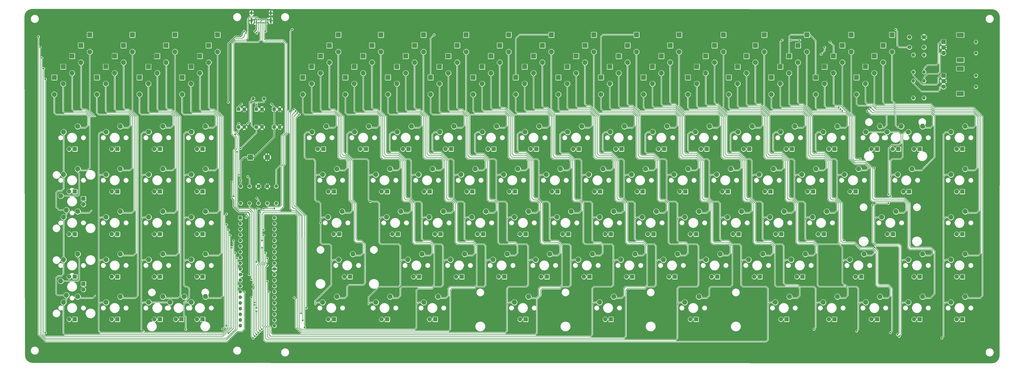
<source format=gbr>
G04 #@! TF.GenerationSoftware,KiCad,Pcbnew,(5.1.4)-1*
G04 #@! TF.CreationDate,2020-11-20T07:51:10+08:00*
G04 #@! TF.ProjectId,Southpaw-65,536f7574-6870-4617-972d-36352e6b6963,rev?*
G04 #@! TF.SameCoordinates,Original*
G04 #@! TF.FileFunction,Copper,L1,Top*
G04 #@! TF.FilePolarity,Positive*
%FSLAX46Y46*%
G04 Gerber Fmt 4.6, Leading zero omitted, Abs format (unit mm)*
G04 Created by KiCad (PCBNEW (5.1.4)-1) date 2020-11-20 07:51:10*
%MOMM*%
%LPD*%
G04 APERTURE LIST*
%ADD10R,1.905000X1.905000*%
%ADD11C,1.905000*%
%ADD12C,2.250000*%
%ADD13R,2.000000X2.000000*%
%ADD14C,2.000000*%
%ADD15R,3.200000X2.000000*%
%ADD16C,1.500000*%
%ADD17O,1.600000X1.600000*%
%ADD18C,1.600000*%
%ADD19R,1.600000X1.600000*%
%ADD20O,0.900000X1.700000*%
%ADD21O,0.900000X2.400000*%
%ADD22C,0.700000*%
%ADD23C,1.800000*%
%ADD24O,2.200000X2.200000*%
%ADD25R,2.200000X2.200000*%
%ADD26C,2.400000*%
%ADD27R,2.400000X2.400000*%
%ADD28C,0.800000*%
%ADD29C,0.381000*%
%ADD30C,0.254000*%
G04 APERTURE END LIST*
D10*
X329882500Y-170180000D03*
D11*
X327342500Y-170180000D03*
D12*
X324802500Y-162560000D03*
X331152500Y-160020000D03*
D13*
X478631250Y-46037500D03*
D14*
X478631250Y-48537500D03*
X478631250Y-51037500D03*
D15*
X486131250Y-42937500D03*
X486131250Y-54137500D03*
D16*
X493131250Y-46037500D03*
X493131250Y-51037500D03*
D13*
X478631250Y-61118750D03*
D14*
X478631250Y-63618750D03*
X478631250Y-66118750D03*
D15*
X486131250Y-58018750D03*
X486131250Y-69218750D03*
D16*
X493131250Y-61118750D03*
X493131250Y-66118750D03*
D17*
X469900000Y-71120000D03*
D18*
X469900000Y-63500000D03*
D17*
X465137500Y-71120000D03*
D18*
X465137500Y-63500000D03*
D17*
X469900000Y-51911250D03*
D18*
X469900000Y-59531250D03*
D17*
X465137500Y-51911250D03*
D18*
X465137500Y-59531250D03*
D10*
X90170000Y-170180000D03*
D11*
X87630000Y-170180000D03*
D12*
X85090000Y-162560000D03*
X91440000Y-160020000D03*
D10*
X137795000Y-170180000D03*
D11*
X135255000Y-170180000D03*
D12*
X132715000Y-162560000D03*
X139065000Y-160020000D03*
D10*
X93980000Y-154305000D03*
D11*
X93980000Y-156845000D03*
D12*
X86360000Y-159385000D03*
X83820000Y-153035000D03*
D10*
X93980000Y-116205000D03*
D11*
X93980000Y-118745000D03*
D12*
X86360000Y-121285000D03*
X83820000Y-114935000D03*
D10*
X487045000Y-170180000D03*
D11*
X484505000Y-170180000D03*
D12*
X481965000Y-162560000D03*
X488315000Y-160020000D03*
D10*
X467995000Y-170180000D03*
D11*
X465455000Y-170180000D03*
D12*
X462915000Y-162560000D03*
X469265000Y-160020000D03*
D10*
X448945000Y-170180000D03*
D11*
X446405000Y-170180000D03*
D12*
X443865000Y-162560000D03*
X450215000Y-160020000D03*
D10*
X429895000Y-170180000D03*
D11*
X427355000Y-170180000D03*
D12*
X424815000Y-162560000D03*
X431165000Y-160020000D03*
D10*
X408463750Y-170180000D03*
D11*
X405923750Y-170180000D03*
D12*
X403383750Y-162560000D03*
X409733750Y-160020000D03*
X369252500Y-160020000D03*
X362902500Y-162560000D03*
D11*
X365442500Y-170180000D03*
D10*
X367982500Y-170180000D03*
D12*
X293052500Y-160020000D03*
X286702500Y-162560000D03*
D11*
X289242500Y-170180000D03*
D10*
X291782500Y-170180000D03*
X251301250Y-170180000D03*
D11*
X248761250Y-170180000D03*
D12*
X246221250Y-162560000D03*
X252571250Y-160020000D03*
D10*
X229870000Y-170180000D03*
D11*
X227330000Y-170180000D03*
D12*
X224790000Y-162560000D03*
X231140000Y-160020000D03*
D10*
X206057500Y-170180000D03*
D11*
X203517500Y-170180000D03*
D12*
X200977500Y-162560000D03*
X207327500Y-160020000D03*
D10*
X147320000Y-170180000D03*
D11*
X144780000Y-170180000D03*
D12*
X142240000Y-162560000D03*
X148590000Y-160020000D03*
D10*
X128270000Y-170180000D03*
D11*
X125730000Y-170180000D03*
D12*
X123190000Y-162560000D03*
X129540000Y-160020000D03*
D10*
X109220000Y-170180000D03*
D11*
X106680000Y-170180000D03*
D12*
X104140000Y-162560000D03*
X110490000Y-160020000D03*
D10*
X487045000Y-151130000D03*
D11*
X484505000Y-151130000D03*
D12*
X481965000Y-143510000D03*
X488315000Y-140970000D03*
D10*
X467995000Y-151130000D03*
D11*
X465455000Y-151130000D03*
D12*
X462915000Y-143510000D03*
X469265000Y-140970000D03*
D10*
X441801250Y-151130000D03*
D11*
X439261250Y-151130000D03*
D12*
X436721250Y-143510000D03*
X443071250Y-140970000D03*
D10*
X415607500Y-151130000D03*
D11*
X413067500Y-151130000D03*
D12*
X410527500Y-143510000D03*
X416877500Y-140970000D03*
D10*
X396557500Y-151130000D03*
D11*
X394017500Y-151130000D03*
D12*
X391477500Y-143510000D03*
X397827500Y-140970000D03*
D10*
X377507500Y-151130000D03*
D11*
X374967500Y-151130000D03*
D12*
X372427500Y-143510000D03*
X378777500Y-140970000D03*
D10*
X358457500Y-151130000D03*
D11*
X355917500Y-151130000D03*
D12*
X353377500Y-143510000D03*
X359727500Y-140970000D03*
D10*
X339407500Y-151130000D03*
D11*
X336867500Y-151130000D03*
D12*
X334327500Y-143510000D03*
X340677500Y-140970000D03*
D10*
X320357500Y-151130000D03*
D11*
X317817500Y-151130000D03*
D12*
X315277500Y-143510000D03*
X321627500Y-140970000D03*
D10*
X301307500Y-151130000D03*
D11*
X298767500Y-151130000D03*
D12*
X296227500Y-143510000D03*
X302577500Y-140970000D03*
D10*
X282257500Y-151130000D03*
D11*
X279717500Y-151130000D03*
D12*
X277177500Y-143510000D03*
X283527500Y-140970000D03*
D10*
X263207500Y-151130000D03*
D11*
X260667500Y-151130000D03*
D12*
X258127500Y-143510000D03*
X264477500Y-140970000D03*
D10*
X244157500Y-151130000D03*
D11*
X241617500Y-151130000D03*
D12*
X239077500Y-143510000D03*
X245427500Y-140970000D03*
D10*
X213201250Y-151130000D03*
D11*
X210661250Y-151130000D03*
D12*
X208121250Y-143510000D03*
X214471250Y-140970000D03*
D10*
X147320000Y-151130000D03*
D11*
X144780000Y-151130000D03*
D12*
X142240000Y-143510000D03*
X148590000Y-140970000D03*
D10*
X128270000Y-151130000D03*
D11*
X125730000Y-151130000D03*
D12*
X123190000Y-143510000D03*
X129540000Y-140970000D03*
D10*
X109220000Y-151130000D03*
D11*
X106680000Y-151130000D03*
D12*
X104140000Y-143510000D03*
X110490000Y-140970000D03*
D10*
X90170000Y-151130000D03*
D11*
X87630000Y-151130000D03*
D12*
X85090000Y-143510000D03*
X91440000Y-140970000D03*
D10*
X487045000Y-132080000D03*
D11*
X484505000Y-132080000D03*
D12*
X481965000Y-124460000D03*
X488315000Y-121920000D03*
D10*
X456088750Y-132080000D03*
D11*
X453548750Y-132080000D03*
D12*
X451008750Y-124460000D03*
X457358750Y-121920000D03*
D10*
X425132500Y-132080000D03*
D11*
X422592500Y-132080000D03*
D12*
X420052500Y-124460000D03*
X426402500Y-121920000D03*
D10*
X406082500Y-132080000D03*
D11*
X403542500Y-132080000D03*
D12*
X401002500Y-124460000D03*
X407352500Y-121920000D03*
D10*
X387032500Y-132080000D03*
D11*
X384492500Y-132080000D03*
D12*
X381952500Y-124460000D03*
X388302500Y-121920000D03*
D10*
X367982500Y-132080000D03*
D11*
X365442500Y-132080000D03*
D12*
X362902500Y-124460000D03*
X369252500Y-121920000D03*
D10*
X348932500Y-132080000D03*
D11*
X346392500Y-132080000D03*
D12*
X343852500Y-124460000D03*
X350202500Y-121920000D03*
D10*
X329882500Y-132080000D03*
D11*
X327342500Y-132080000D03*
D12*
X324802500Y-124460000D03*
X331152500Y-121920000D03*
D10*
X310832500Y-132080000D03*
D11*
X308292500Y-132080000D03*
D12*
X305752500Y-124460000D03*
X312102500Y-121920000D03*
D10*
X291782500Y-132080000D03*
D11*
X289242500Y-132080000D03*
D12*
X286702500Y-124460000D03*
X293052500Y-121920000D03*
D10*
X272732500Y-132080000D03*
D11*
X270192500Y-132080000D03*
D12*
X267652500Y-124460000D03*
X274002500Y-121920000D03*
D10*
X253682500Y-132080000D03*
D11*
X251142500Y-132080000D03*
D12*
X248602500Y-124460000D03*
X254952500Y-121920000D03*
D10*
X234632500Y-132080000D03*
D11*
X232092500Y-132080000D03*
D12*
X229552500Y-124460000D03*
X235902500Y-121920000D03*
D10*
X208438750Y-132080000D03*
D11*
X205898750Y-132080000D03*
D12*
X203358750Y-124460000D03*
X209708750Y-121920000D03*
D10*
X147320000Y-132080000D03*
D11*
X144780000Y-132080000D03*
D12*
X142240000Y-124460000D03*
X148590000Y-121920000D03*
D10*
X128270000Y-132080000D03*
D11*
X125730000Y-132080000D03*
D12*
X123190000Y-124460000D03*
X129540000Y-121920000D03*
D10*
X109220000Y-132080000D03*
D11*
X106680000Y-132080000D03*
D12*
X104140000Y-124460000D03*
X110490000Y-121920000D03*
D10*
X90170000Y-132080000D03*
D11*
X87630000Y-132080000D03*
D12*
X85090000Y-124460000D03*
X91440000Y-121920000D03*
D10*
X487045000Y-113030000D03*
D11*
X484505000Y-113030000D03*
D12*
X481965000Y-105410000D03*
X488315000Y-102870000D03*
D10*
X463232500Y-113030000D03*
D11*
X460692500Y-113030000D03*
D12*
X458152500Y-105410000D03*
X464502500Y-102870000D03*
D10*
X439420000Y-113030000D03*
D11*
X436880000Y-113030000D03*
D12*
X434340000Y-105410000D03*
X440690000Y-102870000D03*
D10*
X420370000Y-113030000D03*
D11*
X417830000Y-113030000D03*
D12*
X415290000Y-105410000D03*
X421640000Y-102870000D03*
D10*
X401320000Y-113030000D03*
D11*
X398780000Y-113030000D03*
D12*
X396240000Y-105410000D03*
X402590000Y-102870000D03*
D10*
X382270000Y-113030000D03*
D11*
X379730000Y-113030000D03*
D12*
X377190000Y-105410000D03*
X383540000Y-102870000D03*
D10*
X363220000Y-113030000D03*
D11*
X360680000Y-113030000D03*
D12*
X358140000Y-105410000D03*
X364490000Y-102870000D03*
D10*
X344170000Y-113030000D03*
D11*
X341630000Y-113030000D03*
D12*
X339090000Y-105410000D03*
X345440000Y-102870000D03*
D10*
X325120000Y-113030000D03*
D11*
X322580000Y-113030000D03*
D12*
X320040000Y-105410000D03*
X326390000Y-102870000D03*
D10*
X306070000Y-113030000D03*
D11*
X303530000Y-113030000D03*
D12*
X300990000Y-105410000D03*
X307340000Y-102870000D03*
D10*
X287020000Y-113030000D03*
D11*
X284480000Y-113030000D03*
D12*
X281940000Y-105410000D03*
X288290000Y-102870000D03*
D10*
X267970000Y-113030000D03*
D11*
X265430000Y-113030000D03*
D12*
X262890000Y-105410000D03*
X269240000Y-102870000D03*
D10*
X248920000Y-113030000D03*
D11*
X246380000Y-113030000D03*
D12*
X243840000Y-105410000D03*
X250190000Y-102870000D03*
D10*
X229870000Y-113030000D03*
D11*
X227330000Y-113030000D03*
D12*
X224790000Y-105410000D03*
X231140000Y-102870000D03*
D10*
X206057500Y-113030000D03*
D11*
X203517500Y-113030000D03*
D12*
X200977500Y-105410000D03*
X207327500Y-102870000D03*
D10*
X147320000Y-113030000D03*
D11*
X144780000Y-113030000D03*
D12*
X142240000Y-105410000D03*
X148590000Y-102870000D03*
D10*
X128270000Y-113030000D03*
D11*
X125730000Y-113030000D03*
D12*
X123190000Y-105410000D03*
X129540000Y-102870000D03*
D10*
X109220000Y-113030000D03*
D11*
X106680000Y-113030000D03*
D12*
X104140000Y-105410000D03*
X110490000Y-102870000D03*
D10*
X90170000Y-113030000D03*
D11*
X87630000Y-113030000D03*
D12*
X85090000Y-105410000D03*
X91440000Y-102870000D03*
D10*
X458470000Y-93980000D03*
D11*
X455930000Y-93980000D03*
D12*
X453390000Y-86360000D03*
X459740000Y-83820000D03*
D10*
X448945000Y-93980000D03*
D11*
X446405000Y-93980000D03*
D12*
X443865000Y-86360000D03*
X450215000Y-83820000D03*
D10*
X487045000Y-93980000D03*
D11*
X484505000Y-93980000D03*
D12*
X481965000Y-86360000D03*
X488315000Y-83820000D03*
D10*
X467995000Y-93980000D03*
D11*
X465455000Y-93980000D03*
D12*
X462915000Y-86360000D03*
X469265000Y-83820000D03*
D10*
X429895000Y-93980000D03*
D11*
X427355000Y-93980000D03*
D12*
X424815000Y-86360000D03*
X431165000Y-83820000D03*
D10*
X410845000Y-93980000D03*
D11*
X408305000Y-93980000D03*
D12*
X405765000Y-86360000D03*
X412115000Y-83820000D03*
D10*
X391795000Y-93980000D03*
D11*
X389255000Y-93980000D03*
D12*
X386715000Y-86360000D03*
X393065000Y-83820000D03*
D10*
X372745000Y-93980000D03*
D11*
X370205000Y-93980000D03*
D12*
X367665000Y-86360000D03*
X374015000Y-83820000D03*
D10*
X353695000Y-93980000D03*
D11*
X351155000Y-93980000D03*
D12*
X348615000Y-86360000D03*
X354965000Y-83820000D03*
D10*
X334645000Y-93980000D03*
D11*
X332105000Y-93980000D03*
D12*
X329565000Y-86360000D03*
X335915000Y-83820000D03*
D10*
X315595000Y-93980000D03*
D11*
X313055000Y-93980000D03*
D12*
X310515000Y-86360000D03*
X316865000Y-83820000D03*
D10*
X296545000Y-93980000D03*
D11*
X294005000Y-93980000D03*
D12*
X291465000Y-86360000D03*
X297815000Y-83820000D03*
D10*
X277495000Y-93980000D03*
D11*
X274955000Y-93980000D03*
D12*
X272415000Y-86360000D03*
X278765000Y-83820000D03*
D10*
X258445000Y-93980000D03*
D11*
X255905000Y-93980000D03*
D12*
X253365000Y-86360000D03*
X259715000Y-83820000D03*
D10*
X239395000Y-93980000D03*
D11*
X236855000Y-93980000D03*
D12*
X234315000Y-86360000D03*
X240665000Y-83820000D03*
D10*
X220345000Y-93980000D03*
D11*
X217805000Y-93980000D03*
D12*
X215265000Y-86360000D03*
X221615000Y-83820000D03*
D10*
X201295000Y-93980000D03*
D11*
X198755000Y-93980000D03*
D12*
X196215000Y-86360000D03*
X202565000Y-83820000D03*
D10*
X147320000Y-93980000D03*
D11*
X144780000Y-93980000D03*
D12*
X142240000Y-86360000D03*
X148590000Y-83820000D03*
D10*
X128270000Y-93980000D03*
D11*
X125730000Y-93980000D03*
D12*
X123190000Y-86360000D03*
X129540000Y-83820000D03*
D10*
X109220000Y-93980000D03*
D11*
X106680000Y-93980000D03*
D12*
X104140000Y-86360000D03*
X110490000Y-83820000D03*
D10*
X90170000Y-93980000D03*
D11*
X87630000Y-93980000D03*
D12*
X85090000Y-86360000D03*
X91440000Y-83820000D03*
D17*
X179387500Y-124777500D03*
X164147500Y-173037500D03*
X179387500Y-127317500D03*
X164147500Y-170497500D03*
X179387500Y-129857500D03*
X164147500Y-167957500D03*
X179387500Y-132397500D03*
X164147500Y-165417500D03*
X179387500Y-134937500D03*
X164147500Y-162877500D03*
X179387500Y-137477500D03*
X164147500Y-160337500D03*
X179387500Y-140017500D03*
X164147500Y-157797500D03*
X179387500Y-142557500D03*
X164147500Y-155257500D03*
X179387500Y-145097500D03*
X164147500Y-152717500D03*
X179387500Y-147637500D03*
X164147500Y-150177500D03*
X179387500Y-150177500D03*
X164147500Y-147637500D03*
X179387500Y-152717500D03*
X164147500Y-145097500D03*
X179387500Y-155257500D03*
X164147500Y-142557500D03*
X179387500Y-157797500D03*
X164147500Y-140017500D03*
X179387500Y-160337500D03*
X164147500Y-137477500D03*
X179387500Y-162877500D03*
X164147500Y-134937500D03*
X179387500Y-165417500D03*
X164147500Y-132397500D03*
X179387500Y-167957500D03*
X164147500Y-129857500D03*
X179387500Y-170497500D03*
X164147500Y-127317500D03*
X179387500Y-173037500D03*
D19*
X164147500Y-124777500D03*
D20*
X169150000Y-33105000D03*
X177800000Y-33105000D03*
D21*
X169150000Y-36485000D03*
X177800000Y-36485000D03*
D22*
X173050000Y-36115000D03*
X170500000Y-36115000D03*
X171350000Y-36115000D03*
X172200000Y-36115000D03*
X176450000Y-36115000D03*
X174750000Y-36115000D03*
X173900000Y-36115000D03*
X175600000Y-36115000D03*
X170500000Y-37465000D03*
X171350000Y-37465000D03*
X172200000Y-37465000D03*
X173050000Y-37465000D03*
X173900000Y-37465000D03*
X174750000Y-37465000D03*
X175600000Y-37465000D03*
X176450000Y-37465000D03*
D16*
X169862500Y-71437500D03*
X174762500Y-71437500D03*
D23*
X463400000Y-43918750D03*
X469900000Y-48418750D03*
X463400000Y-48418750D03*
X469900000Y-43918750D03*
D17*
X172243750Y-118268750D03*
D18*
X172243750Y-110648750D03*
D17*
X176212500Y-118268750D03*
D18*
X176212500Y-110648750D03*
D17*
X180181250Y-118268750D03*
D18*
X180181250Y-110648750D03*
D17*
X168275000Y-118268750D03*
D18*
X168275000Y-110648750D03*
D17*
X164306250Y-118268750D03*
D18*
X164306250Y-110648750D03*
D24*
X455612500Y-50482500D03*
D25*
X455612500Y-42862500D03*
D24*
X437356250Y-50482500D03*
D25*
X437356250Y-42862500D03*
D24*
X405606250Y-64770000D03*
D25*
X405606250Y-57150000D03*
D24*
X386556250Y-64770000D03*
D25*
X386556250Y-57150000D03*
D24*
X368300000Y-64770000D03*
D25*
X368300000Y-57150000D03*
D24*
X348456250Y-64770000D03*
D25*
X348456250Y-57150000D03*
D24*
X314325000Y-60007500D03*
D25*
X314325000Y-52387500D03*
D24*
X280193750Y-55245000D03*
D25*
X280193750Y-47625000D03*
D24*
X246062500Y-50482500D03*
D25*
X246062500Y-42862500D03*
D24*
X227012500Y-50482500D03*
D25*
X227012500Y-42862500D03*
D24*
X207962500Y-50482500D03*
D25*
X207962500Y-42862500D03*
D24*
X153987500Y-50482500D03*
D25*
X153987500Y-42862500D03*
D24*
X134937500Y-50482500D03*
D25*
X134937500Y-42862500D03*
D24*
X115887500Y-50482500D03*
D25*
X115887500Y-42862500D03*
D24*
X96837500Y-50482500D03*
D25*
X96837500Y-42862500D03*
D24*
X451643750Y-55245000D03*
D25*
X451643750Y-47625000D03*
D24*
X433387500Y-55245000D03*
D25*
X433387500Y-47625000D03*
D24*
X401637500Y-69532500D03*
D25*
X401637500Y-61912500D03*
D24*
X382587500Y-69532500D03*
D25*
X382587500Y-61912500D03*
D24*
X364331250Y-69532500D03*
D25*
X364331250Y-61912500D03*
D24*
X344487500Y-69532500D03*
D25*
X344487500Y-61912500D03*
D24*
X329406250Y-64770000D03*
D25*
X329406250Y-57150000D03*
D24*
X310356250Y-64770000D03*
D25*
X310356250Y-57150000D03*
D24*
X295275000Y-60007500D03*
D25*
X295275000Y-52387500D03*
D24*
X276225000Y-60007500D03*
D25*
X276225000Y-52387500D03*
D24*
X261143750Y-55245000D03*
D25*
X261143750Y-47625000D03*
D24*
X242093750Y-55245000D03*
D25*
X242093750Y-47625000D03*
D24*
X223043750Y-55245000D03*
D25*
X223043750Y-47625000D03*
D24*
X203993750Y-55245000D03*
D25*
X203993750Y-47625000D03*
D24*
X150018750Y-55245000D03*
D25*
X150018750Y-47625000D03*
D24*
X130968750Y-55245000D03*
D25*
X130968750Y-47625000D03*
D24*
X111918750Y-55245000D03*
D25*
X111918750Y-47625000D03*
D24*
X92868750Y-55245000D03*
D25*
X92868750Y-47625000D03*
D24*
X447675000Y-60007500D03*
D25*
X447675000Y-52387500D03*
D24*
X429418750Y-60007500D03*
D25*
X429418750Y-52387500D03*
D24*
X398462500Y-50482500D03*
D25*
X398462500Y-42862500D03*
D24*
X380206250Y-50482500D03*
D25*
X380206250Y-42862500D03*
D24*
X360362500Y-50482500D03*
D25*
X360362500Y-42862500D03*
D24*
X341312500Y-50482500D03*
D25*
X341312500Y-42862500D03*
D24*
X325437500Y-69532500D03*
D25*
X325437500Y-61912500D03*
D24*
X306387500Y-69532500D03*
D25*
X306387500Y-61912500D03*
D24*
X291306250Y-64770000D03*
D25*
X291306250Y-57150000D03*
D24*
X272256250Y-64770000D03*
D25*
X272256250Y-57150000D03*
D24*
X257175000Y-60007500D03*
D25*
X257175000Y-52387500D03*
D24*
X238125000Y-60007500D03*
D25*
X238125000Y-52387500D03*
D24*
X219075000Y-60007500D03*
D25*
X219075000Y-52387500D03*
D24*
X200025000Y-60007500D03*
D25*
X200025000Y-52387500D03*
D24*
X146050000Y-60007500D03*
D25*
X146050000Y-52387500D03*
D24*
X127000000Y-60007500D03*
D25*
X127000000Y-52387500D03*
D24*
X107950000Y-60007500D03*
D25*
X107950000Y-52387500D03*
D24*
X88900000Y-60007500D03*
D25*
X88900000Y-52387500D03*
D24*
X443706250Y-64770000D03*
D25*
X443706250Y-57150000D03*
D24*
X425450000Y-64770000D03*
D25*
X425450000Y-57150000D03*
D24*
X413543750Y-55245000D03*
D25*
X413543750Y-47625000D03*
D24*
X394493750Y-55245000D03*
D25*
X394493750Y-47625000D03*
D24*
X376237500Y-55245000D03*
D25*
X376237500Y-47625000D03*
D24*
X356393750Y-55245000D03*
D25*
X356393750Y-47625000D03*
D24*
X337343750Y-55245000D03*
D25*
X337343750Y-47625000D03*
D24*
X322262500Y-50482500D03*
D25*
X322262500Y-42862500D03*
D24*
X303212500Y-50482500D03*
D25*
X303212500Y-42862500D03*
D24*
X287337500Y-69532500D03*
D25*
X287337500Y-61912500D03*
D24*
X268287500Y-69532500D03*
D25*
X268287500Y-61912500D03*
D24*
X253206250Y-64770000D03*
D25*
X253206250Y-57150000D03*
D24*
X234156250Y-64770000D03*
D25*
X234156250Y-57150000D03*
D24*
X215106250Y-64770000D03*
D25*
X215106250Y-57150000D03*
D24*
X196056250Y-64770000D03*
D25*
X196056250Y-57150000D03*
D24*
X142081250Y-64770000D03*
D25*
X142081250Y-57150000D03*
D24*
X123031250Y-64770000D03*
D25*
X123031250Y-57150000D03*
D24*
X103981250Y-64770000D03*
D25*
X103981250Y-57150000D03*
D24*
X84931250Y-64770000D03*
D25*
X84931250Y-57150000D03*
D24*
X439737500Y-69532500D03*
D25*
X439737500Y-61912500D03*
D24*
X421481250Y-69532500D03*
D25*
X421481250Y-61912500D03*
D24*
X417512500Y-50482500D03*
D25*
X417512500Y-42862500D03*
D24*
X409575000Y-60007500D03*
D25*
X409575000Y-52387500D03*
D24*
X390525000Y-60007500D03*
D25*
X390525000Y-52387500D03*
D24*
X372268750Y-60007500D03*
D25*
X372268750Y-52387500D03*
D24*
X352425000Y-60007500D03*
D25*
X352425000Y-52387500D03*
D24*
X333375000Y-60007500D03*
D25*
X333375000Y-52387500D03*
D24*
X318293750Y-55245000D03*
D25*
X318293750Y-47625000D03*
D24*
X299243750Y-55245000D03*
D25*
X299243750Y-47625000D03*
D24*
X284162500Y-50482500D03*
D25*
X284162500Y-42862500D03*
D24*
X265112500Y-50482500D03*
D25*
X265112500Y-42862500D03*
D24*
X249237500Y-69532500D03*
D25*
X249237500Y-61912500D03*
D24*
X230187500Y-69532500D03*
D25*
X230187500Y-61912500D03*
D24*
X211137500Y-69532500D03*
D25*
X211137500Y-61912500D03*
D24*
X192087500Y-69532500D03*
D25*
X192087500Y-61912500D03*
D24*
X138112500Y-69532500D03*
D25*
X138112500Y-61912500D03*
D24*
X119062500Y-69532500D03*
D25*
X119062500Y-61912500D03*
D24*
X100012500Y-69532500D03*
D25*
X100012500Y-61912500D03*
D24*
X80962500Y-69532500D03*
D25*
X80962500Y-61912500D03*
D26*
X176212500Y-97631250D03*
D27*
X168712500Y-97631250D03*
D18*
X181768750Y-84137500D03*
D19*
X179268750Y-84137500D03*
D18*
X173831250Y-76200000D03*
D19*
X171331250Y-76200000D03*
D18*
X165893750Y-76200000D03*
D19*
X163393750Y-76200000D03*
D18*
X181768750Y-76200000D03*
D19*
X179268750Y-76200000D03*
D18*
X173831250Y-84137500D03*
D19*
X171331250Y-84137500D03*
D18*
X165893750Y-84137500D03*
D19*
X163393750Y-84137500D03*
D28*
X337343750Y-157956250D03*
X165893750Y-79375000D03*
X173831250Y-79375000D03*
X181768750Y-79375000D03*
X185737500Y-75406250D03*
X464343750Y-39687500D03*
X184943750Y-39687500D03*
X173831250Y-119856250D03*
X172243750Y-121443750D03*
X172243750Y-143668750D03*
X167481250Y-146843750D03*
X375443750Y-156368750D03*
X323056250Y-157162500D03*
X300037500Y-157162500D03*
X284956250Y-157162500D03*
X428625000Y-132556250D03*
X438150000Y-130175000D03*
X427831250Y-141287500D03*
X405606250Y-142081250D03*
X396081250Y-128587500D03*
X252412500Y-144462500D03*
X271462500Y-145256250D03*
X262731250Y-126206250D03*
X243681250Y-126206250D03*
X281781250Y-127000000D03*
X300831250Y-127793750D03*
X239712500Y-107950000D03*
X258762500Y-108743750D03*
X277018750Y-108743750D03*
X296862500Y-108743750D03*
X315118750Y-107950000D03*
X319087500Y-127000000D03*
X334962500Y-107950000D03*
X339725000Y-127793750D03*
X346868750Y-146050000D03*
X310356250Y-145256250D03*
X353218750Y-107156250D03*
X357187500Y-127000000D03*
X377825000Y-125412500D03*
X372268750Y-109537500D03*
X392112500Y-107156250D03*
X411162500Y-110331250D03*
X414337500Y-122237500D03*
X430212500Y-110331250D03*
X457200000Y-96837500D03*
X184943750Y-113506250D03*
X164306250Y-93662500D03*
X162718750Y-95250000D03*
X169862500Y-154781250D03*
X163512500Y-82550000D03*
X167481250Y-82550000D03*
X162835942Y-86401558D03*
X161807808Y-87429692D03*
X169068750Y-152400000D03*
X164594000Y-73818750D03*
X171331250Y-73937500D03*
X178068500Y-73818750D03*
X170656250Y-41275000D03*
X165893750Y-41275000D03*
X175477000Y-41275000D03*
X158750000Y-73025000D03*
X164306250Y-107950000D03*
X160337500Y-108743750D03*
X168116250Y-150177500D03*
X250825000Y-42862500D03*
X76993750Y-62706250D03*
X76993750Y-176212500D03*
X158867192Y-176329692D03*
X161131250Y-134937500D03*
X444500000Y-76993750D03*
X433387500Y-76993750D03*
X445293750Y-76200000D03*
X432593750Y-76200000D03*
X76200000Y-57943750D03*
X160337500Y-138112500D03*
X446087500Y-75406250D03*
X431800000Y-75406250D03*
X427831250Y-46037500D03*
X75406250Y-53181250D03*
X161925000Y-140493750D03*
X423862500Y-51593750D03*
X425450000Y-48418750D03*
X74612500Y-48418750D03*
X162718750Y-142875000D03*
X406400000Y-45243750D03*
X410368750Y-45243750D03*
X414337500Y-45243750D03*
X73818750Y-43656250D03*
X165893750Y-157956250D03*
X447675000Y-102393750D03*
X441325000Y-98425000D03*
X171450000Y-115887500D03*
X161131250Y-115093750D03*
X167481250Y-106362500D03*
X163512500Y-105568750D03*
X171450000Y-42068750D03*
X166687500Y-42068750D03*
X159543750Y-132556250D03*
X158750000Y-130175000D03*
X157956250Y-127793750D03*
X120650000Y-175418750D03*
X157956250Y-173037500D03*
X166687500Y-124618750D03*
X157956250Y-123031250D03*
X166687500Y-123031250D03*
X139700000Y-174625000D03*
X156251558Y-174507808D03*
X200025000Y-127000000D03*
X222250000Y-117475000D03*
X173831250Y-134937500D03*
X174625000Y-130175000D03*
X188118750Y-160337500D03*
X177006250Y-157956250D03*
X176212500Y-153193750D03*
X176212500Y-146050000D03*
X176212500Y-142875000D03*
X175418750Y-140493750D03*
X420687500Y-174625000D03*
X173831250Y-174625000D03*
X174625000Y-132556250D03*
X439737500Y-175418750D03*
X173037500Y-175418750D03*
X173831250Y-138112500D03*
X434181250Y-134937500D03*
X447792192Y-137995308D03*
X454818750Y-176212500D03*
X172243750Y-176212500D03*
X171450000Y-166687500D03*
X170656250Y-163718753D03*
X454025000Y-114300000D03*
X446881250Y-119062500D03*
X457993750Y-177006250D03*
X171450000Y-177006250D03*
X454818750Y-115093750D03*
X454025000Y-118268750D03*
X458787500Y-177800000D03*
X170656250Y-177800000D03*
X169862500Y-156368750D03*
X169068750Y-160337500D03*
X477837500Y-178593750D03*
X169862500Y-178593750D03*
X171450000Y-144462500D03*
X171450000Y-120650000D03*
X457200000Y-40481250D03*
X187325000Y-40481250D03*
X170656250Y-162718750D03*
X171450000Y-165100000D03*
X173037500Y-122237500D03*
X174625000Y-120650000D03*
X179387500Y-120650000D03*
X188118750Y-76200000D03*
X191293750Y-167481250D03*
X188912500Y-76993750D03*
X192087500Y-170656250D03*
X189706250Y-77787500D03*
X192881250Y-173831250D03*
X190500000Y-78581250D03*
X193675000Y-165100000D03*
D29*
X176212500Y-97631250D02*
X176212500Y-92868750D01*
X176212500Y-92868750D02*
X181768750Y-87312500D01*
X181768750Y-87312500D02*
X181768750Y-84137500D01*
X176212500Y-99328306D02*
X176212500Y-110648750D01*
X176212500Y-97631250D02*
X176212500Y-99328306D01*
X165893750Y-79375000D02*
X165893750Y-76200000D01*
X165893750Y-84137500D02*
X165893750Y-79375000D01*
X173831250Y-84137500D02*
X173831250Y-79375000D01*
X173831250Y-79375000D02*
X173831250Y-76200000D01*
X181768750Y-84137500D02*
X181768750Y-79375000D01*
X181768750Y-79375000D02*
X181768750Y-76200000D01*
X185737500Y-75406250D02*
X185737500Y-46831250D01*
X185737500Y-46831250D02*
X183356250Y-44450000D01*
X183356250Y-44450000D02*
X177006250Y-44450000D01*
X176450000Y-43893750D02*
X177006250Y-44450000D01*
X176450000Y-37492500D02*
X176450000Y-43893750D01*
X469900000Y-43918750D02*
X468575000Y-43918750D01*
X468575000Y-43918750D02*
X464343750Y-39687500D01*
X183570609Y-44235641D02*
X183356250Y-44450000D01*
X183570609Y-41060641D02*
X183570609Y-44235641D01*
X184943750Y-39687500D02*
X183570609Y-41060641D01*
X174148750Y-119538750D02*
X173831250Y-119856250D01*
X174148750Y-110648750D02*
X174148750Y-119538750D01*
X174148750Y-110648750D02*
X176212500Y-110648750D01*
X172243750Y-110648750D02*
X174148750Y-110648750D01*
X172243750Y-121443750D02*
X172243750Y-143668750D01*
X164147500Y-150177500D02*
X167481250Y-146843750D01*
X170500000Y-37465000D02*
X170500000Y-36115000D01*
X176450000Y-37465000D02*
X176450000Y-36115000D01*
X177430000Y-36115000D02*
X177800000Y-36485000D01*
X176450000Y-36115000D02*
X177430000Y-36115000D01*
X169520000Y-36115000D02*
X169150000Y-36485000D01*
X170500000Y-36115000D02*
X169520000Y-36115000D01*
X478631250Y-48537500D02*
X480100000Y-48537500D01*
X480100000Y-48537500D02*
X481012500Y-47625000D01*
X471172792Y-43918750D02*
X469900000Y-43918750D01*
X479215402Y-43918750D02*
X471172792Y-43918750D01*
X481012500Y-45715848D02*
X479215402Y-43918750D01*
X481012500Y-47625000D02*
X481012500Y-45715848D01*
X478631250Y-63618750D02*
X480100000Y-63618750D01*
X480100000Y-63618750D02*
X481012500Y-62706250D01*
X481012500Y-62706250D02*
X481012500Y-47625000D01*
X169150000Y-33105000D02*
X177800000Y-33105000D01*
D30*
X174762500Y-72887500D02*
X174762500Y-71437500D01*
X169862500Y-84137500D02*
X169068750Y-83343750D01*
X171331250Y-84137500D02*
X169862500Y-84137500D01*
X169068750Y-83343750D02*
X169068750Y-73818750D01*
X169068750Y-73818750D02*
X169862500Y-73025000D01*
X169862500Y-73025000D02*
X174625000Y-73025000D01*
X174625000Y-73025000D02*
X174762500Y-72887500D01*
X171331250Y-84137500D02*
X171331250Y-86637500D01*
X171331250Y-86637500D02*
X169862500Y-88106250D01*
X169862500Y-88106250D02*
X164306250Y-93662500D01*
X162718750Y-119856250D02*
X163512500Y-120650000D01*
X162718750Y-95250000D02*
X162718750Y-119856250D01*
X163512500Y-120650000D02*
X168275000Y-120650000D01*
X168275000Y-120650000D02*
X169862500Y-122237500D01*
X169862500Y-122237500D02*
X169862500Y-154781250D01*
X163393750Y-84137500D02*
X163393750Y-83083500D01*
X167481250Y-82550000D02*
X168275000Y-81756250D01*
X168275000Y-81756250D02*
X168275000Y-73025000D01*
X168275000Y-73025000D02*
X169862500Y-71437500D01*
X163393750Y-83083500D02*
X163393750Y-82668750D01*
X163393750Y-82668750D02*
X163512500Y-82550000D01*
X163393750Y-84137500D02*
X163393750Y-85843750D01*
X163393750Y-85843750D02*
X162835942Y-86401558D01*
X161807808Y-87995377D02*
X162718750Y-88906319D01*
X161807808Y-87429692D02*
X161807808Y-87995377D01*
X162718750Y-88906319D02*
X162718750Y-93662500D01*
X162718750Y-93662500D02*
X161925000Y-94456250D01*
X161925000Y-94456250D02*
X161925000Y-119856250D01*
X161925000Y-119856250D02*
X163512500Y-121443750D01*
X163512500Y-121443750D02*
X168275000Y-121443750D01*
X168275000Y-121443750D02*
X169068750Y-122237500D01*
X169068750Y-122237500D02*
X169068750Y-152400000D01*
D29*
X171350000Y-37492500D02*
X171350000Y-38993750D01*
X163393750Y-75019000D02*
X163393750Y-76200000D01*
X164594000Y-73818750D02*
X163393750Y-75019000D01*
X179268750Y-76200000D02*
X179268750Y-75019000D01*
X179268750Y-75019000D02*
X178068500Y-73818750D01*
X171331250Y-76200000D02*
X171331250Y-73937500D01*
X179268750Y-76200000D02*
X179268750Y-84137500D01*
X170293500Y-97631250D02*
X168712500Y-97631250D01*
X179268750Y-88656000D02*
X170293500Y-97631250D01*
X179268750Y-84137500D02*
X179268750Y-88656000D01*
X165893750Y-97631250D02*
X168712500Y-97631250D01*
X164306250Y-99218750D02*
X165893750Y-97631250D01*
X171350000Y-38993750D02*
X171350000Y-40581250D01*
X171350000Y-40581250D02*
X170656250Y-41275000D01*
X165893750Y-41275000D02*
X165100000Y-42068750D01*
X165100000Y-42068750D02*
X165100000Y-42862500D01*
X165100000Y-42862500D02*
X164306250Y-43656250D01*
X164306250Y-43656250D02*
X161925000Y-43656250D01*
X175600000Y-41152000D02*
X175477000Y-41275000D01*
X175600000Y-37492500D02*
X175600000Y-41152000D01*
X158750000Y-73025000D02*
X158750000Y-46831250D01*
X158750000Y-46831250D02*
X161925000Y-43656250D01*
X164306250Y-107950000D02*
X164306250Y-99218750D01*
X164306250Y-110648750D02*
X164306250Y-107950000D01*
X160337500Y-108743750D02*
X160337500Y-115887500D01*
X160337500Y-115887500D02*
X161131250Y-116681250D01*
X161131250Y-116681250D02*
X161131250Y-119856250D01*
X161131250Y-119856250D02*
X163512500Y-122237500D01*
X163512500Y-122237500D02*
X167481250Y-122237500D01*
X167481250Y-122237500D02*
X168275000Y-123031250D01*
X168275000Y-123031250D02*
X168275000Y-147637500D01*
X168275000Y-150018750D02*
X168116250Y-150177500D01*
X168275000Y-147637500D02*
X168275000Y-150018750D01*
X171350000Y-37465000D02*
X171350000Y-36115000D01*
X175600000Y-37465000D02*
X175600000Y-36115000D01*
D30*
X94987500Y-84400000D02*
X96043750Y-83343750D01*
X91400000Y-84400000D02*
X94987500Y-84400000D01*
X96043750Y-83343750D02*
X96043750Y-79375000D01*
X96043750Y-79375000D02*
X95250000Y-78581250D01*
X80962500Y-77787500D02*
X80962500Y-69532500D01*
X95250000Y-78581250D02*
X81756250Y-78581250D01*
X81756250Y-78581250D02*
X80962500Y-77787500D01*
X249237500Y-61912500D02*
X249237500Y-44450000D01*
X249237500Y-44450000D02*
X250825000Y-42862500D01*
X410368750Y-42862500D02*
X417512500Y-42862500D01*
X409575000Y-52387500D02*
X409575000Y-43656250D01*
X409575000Y-43656250D02*
X410368750Y-42862500D01*
X421481250Y-60558500D02*
X421481250Y-61912500D01*
X421481250Y-45477250D02*
X421481250Y-60558500D01*
X418866500Y-42862500D02*
X421481250Y-45477250D01*
X417512500Y-42862500D02*
X418866500Y-42862500D01*
X76993750Y-62706250D02*
X76993750Y-176212500D01*
X158867192Y-176329692D02*
X161131250Y-174065634D01*
X161131250Y-174065634D02*
X161131250Y-158750000D01*
X161131250Y-158750000D02*
X161131250Y-134937500D01*
X110450000Y-84400000D02*
X114037500Y-84400000D01*
X114037500Y-84400000D02*
X115093750Y-83343750D01*
X115093750Y-83343750D02*
X115093750Y-79375000D01*
X115093750Y-79375000D02*
X114300000Y-78581250D01*
X114300000Y-78581250D02*
X100806250Y-78581250D01*
X100806250Y-78581250D02*
X100012500Y-77787500D01*
X100012500Y-77787500D02*
X100012500Y-69532500D01*
X129500000Y-84400000D02*
X133087500Y-84400000D01*
X133087500Y-84400000D02*
X134143750Y-83343750D01*
X134143750Y-83343750D02*
X134143750Y-79375000D01*
X134143750Y-79375000D02*
X133350000Y-78581250D01*
X133350000Y-78581250D02*
X119856250Y-78581250D01*
X119856250Y-78581250D02*
X119062500Y-77787500D01*
X119062500Y-77787500D02*
X119062500Y-69532500D01*
X148550000Y-84400000D02*
X152137500Y-84400000D01*
X152137500Y-84400000D02*
X153193750Y-83343750D01*
X153193750Y-83343750D02*
X153193750Y-79375000D01*
X153193750Y-79375000D02*
X152400000Y-78581250D01*
X152400000Y-78581250D02*
X138906250Y-78581250D01*
X138906250Y-78581250D02*
X138112500Y-77787500D01*
X138112500Y-77787500D02*
X138112500Y-69532500D01*
X202525000Y-84400000D02*
X206112500Y-84400000D01*
X206112500Y-84400000D02*
X207168750Y-83343750D01*
X207168750Y-83343750D02*
X207168750Y-79375000D01*
X207168750Y-79375000D02*
X206375000Y-78581250D01*
X206375000Y-78581250D02*
X192881250Y-78581250D01*
X192881250Y-78581250D02*
X192087500Y-77787500D01*
X192087500Y-77787500D02*
X192087500Y-69532500D01*
X221575000Y-84400000D02*
X225162500Y-84400000D01*
X225162500Y-84400000D02*
X226218750Y-83343750D01*
X226218750Y-83343750D02*
X226218750Y-79375000D01*
X226218750Y-79375000D02*
X225425000Y-78581250D01*
X225425000Y-78581250D02*
X211931250Y-78581250D01*
X211931250Y-78581250D02*
X211137500Y-77787500D01*
X211137500Y-77787500D02*
X211137500Y-69532500D01*
X240625000Y-84400000D02*
X244212500Y-84400000D01*
X244212500Y-84400000D02*
X245268750Y-83343750D01*
X245268750Y-83343750D02*
X245268750Y-79375000D01*
X245268750Y-79375000D02*
X244475000Y-78581250D01*
X244475000Y-78581250D02*
X230981250Y-78581250D01*
X230981250Y-78581250D02*
X230187500Y-77787500D01*
X230187500Y-77787500D02*
X230187500Y-69532500D01*
X259675000Y-84400000D02*
X263262500Y-84400000D01*
X263262500Y-84400000D02*
X264318750Y-83343750D01*
X264318750Y-83343750D02*
X264318750Y-79375000D01*
X264318750Y-79375000D02*
X263525000Y-78581250D01*
X249237500Y-77787500D02*
X249237500Y-69532500D01*
X263525000Y-78581250D02*
X250031250Y-78581250D01*
X250031250Y-78581250D02*
X249237500Y-77787500D01*
X278725000Y-84400000D02*
X282312500Y-84400000D01*
X282312500Y-84400000D02*
X283368750Y-83343750D01*
X283368750Y-83343750D02*
X283368750Y-79375000D01*
X283368750Y-79375000D02*
X282575000Y-78581250D01*
X282575000Y-78581250D02*
X266700000Y-78581250D01*
X265112500Y-76993750D02*
X265112500Y-50482500D01*
X266700000Y-78581250D02*
X265112500Y-76993750D01*
X301362500Y-84400000D02*
X302418750Y-83343750D01*
X297775000Y-84400000D02*
X301362500Y-84400000D01*
X302418750Y-83343750D02*
X302418750Y-79375000D01*
X302418750Y-79375000D02*
X301625000Y-78581250D01*
X301625000Y-78581250D02*
X286543750Y-78581250D01*
X284162500Y-76200000D02*
X284162500Y-50482500D01*
X286543750Y-78581250D02*
X284162500Y-76200000D01*
X316825000Y-84400000D02*
X320412500Y-84400000D01*
X320412500Y-84400000D02*
X321468750Y-83343750D01*
X321468750Y-83343750D02*
X321468750Y-79375000D01*
X321468750Y-79375000D02*
X320675000Y-78581250D01*
X300037500Y-75406250D02*
X299243750Y-74612500D01*
X299243750Y-74612500D02*
X299243750Y-55245000D01*
X301625000Y-75406250D02*
X300037500Y-75406250D01*
X320675000Y-78581250D02*
X304800000Y-78581250D01*
X304800000Y-78581250D02*
X301625000Y-75406250D01*
X319087500Y-74612500D02*
X318293750Y-73818750D01*
X320675000Y-74612500D02*
X319087500Y-74612500D01*
X318293750Y-73818750D02*
X318293750Y-55245000D01*
X339462500Y-84400000D02*
X340518750Y-83343750D01*
X335875000Y-84400000D02*
X339462500Y-84400000D01*
X340518750Y-83343750D02*
X340518750Y-79375000D01*
X340518750Y-79375000D02*
X339725000Y-78581250D01*
X339725000Y-78581250D02*
X324643750Y-78581250D01*
X324643750Y-78581250D02*
X320675000Y-74612500D01*
X354925000Y-84400000D02*
X358512500Y-84400000D01*
X358512500Y-84400000D02*
X359568750Y-83343750D01*
X359568750Y-83343750D02*
X359568750Y-80168750D01*
X339725000Y-75406250D02*
X334168750Y-75406250D01*
X334168750Y-75406250D02*
X333375000Y-74612500D01*
X333375000Y-74612500D02*
X333375000Y-60007500D01*
X359568750Y-80168750D02*
X359568750Y-79375000D01*
X342900000Y-78581250D02*
X339725000Y-75406250D01*
X359568750Y-79375000D02*
X358775000Y-78581250D01*
X358775000Y-78581250D02*
X342900000Y-78581250D01*
X373975000Y-84400000D02*
X377562500Y-84400000D01*
X377562500Y-84400000D02*
X378618750Y-83343750D01*
X378618750Y-83343750D02*
X378618750Y-79375000D01*
X378618750Y-79375000D02*
X377825000Y-78581250D01*
X377825000Y-78581250D02*
X362743750Y-78581250D01*
X362743750Y-78581250D02*
X358775000Y-74612500D01*
X358775000Y-74612500D02*
X353218750Y-74612500D01*
X353218750Y-74612500D02*
X352425000Y-73818750D01*
X352425000Y-73818750D02*
X352425000Y-60007500D01*
X373062500Y-74612500D02*
X372268750Y-73818750D01*
X377825000Y-74612500D02*
X373062500Y-74612500D01*
X396612500Y-84400000D02*
X397668750Y-83343750D01*
X393025000Y-84400000D02*
X396612500Y-84400000D01*
X397668750Y-83343750D02*
X397668750Y-79375000D01*
X397668750Y-79375000D02*
X396875000Y-78581250D01*
X372268750Y-73818750D02*
X372268750Y-60007500D01*
X396875000Y-78581250D02*
X381793750Y-78581250D01*
X381793750Y-78581250D02*
X377825000Y-74612500D01*
X390525000Y-73818750D02*
X390525000Y-60007500D01*
X391318750Y-74612500D02*
X390525000Y-73818750D01*
X396875000Y-74612500D02*
X391318750Y-74612500D01*
X415662500Y-84400000D02*
X416718750Y-83343750D01*
X412075000Y-84400000D02*
X415662500Y-84400000D01*
X416718750Y-79375000D02*
X415925000Y-78581250D01*
X416718750Y-83343750D02*
X416718750Y-79375000D01*
X415925000Y-78581250D02*
X400843750Y-78581250D01*
X400843750Y-78581250D02*
X396875000Y-74612500D01*
X409575000Y-73818750D02*
X409575000Y-60007500D01*
X410368750Y-74612500D02*
X409575000Y-73818750D01*
X415925000Y-74612500D02*
X410368750Y-74612500D01*
X434712500Y-84400000D02*
X435768750Y-83343750D01*
X431125000Y-84400000D02*
X434712500Y-84400000D01*
X435768750Y-83343750D02*
X435768750Y-79375000D01*
X435768750Y-79375000D02*
X434975000Y-78581250D01*
X434975000Y-78581250D02*
X419893750Y-78581250D01*
X419893750Y-78581250D02*
X415925000Y-74612500D01*
X450175000Y-84400000D02*
X452175000Y-84400000D01*
X452175000Y-84400000D02*
X453231250Y-83343750D01*
X453231250Y-83343750D02*
X453231250Y-80168750D01*
X453231250Y-80168750D02*
X453231250Y-79375000D01*
X459700000Y-84400000D02*
X458256250Y-84400000D01*
X458256250Y-84400000D02*
X457200000Y-83343750D01*
X457200000Y-83343750D02*
X457200000Y-79375000D01*
X457200000Y-79375000D02*
X456406250Y-78581250D01*
X456406250Y-78581250D02*
X446087500Y-78581250D01*
X453231250Y-79375000D02*
X452437500Y-78581250D01*
X446087500Y-78581250D02*
X444500000Y-76993750D01*
X417512500Y-74612500D02*
X417512500Y-50482500D01*
X433387500Y-76993750D02*
X419893750Y-76993750D01*
X419893750Y-76993750D02*
X417512500Y-74612500D01*
X469225000Y-84400000D02*
X472812500Y-84400000D01*
X472812500Y-84400000D02*
X473868750Y-83343750D01*
X473868750Y-83343750D02*
X473868750Y-79375000D01*
X473868750Y-79375000D02*
X473075000Y-78581250D01*
X473075000Y-78581250D02*
X457200000Y-78581250D01*
X457200000Y-78581250D02*
X456406250Y-77787500D01*
X456406250Y-77787500D02*
X446881250Y-77787500D01*
X446881250Y-77787500D02*
X445293750Y-76200000D01*
X422275000Y-76200000D02*
X421481250Y-75406250D01*
X421481250Y-75406250D02*
X421481250Y-69532500D01*
X432593750Y-76200000D02*
X422275000Y-76200000D01*
X440531250Y-74612500D02*
X439737500Y-73818750D01*
X446881250Y-74612500D02*
X440531250Y-74612500D01*
X448468750Y-76200000D02*
X446881250Y-74612500D01*
X457200000Y-76993750D02*
X456406250Y-76200000D01*
X473075000Y-76993750D02*
X457200000Y-76993750D01*
X439737500Y-73818750D02*
X439737500Y-69532500D01*
X491862500Y-84400000D02*
X492918750Y-83343750D01*
X456406250Y-76200000D02*
X448468750Y-76200000D01*
X488275000Y-84400000D02*
X491862500Y-84400000D01*
X492918750Y-83343750D02*
X492918750Y-79375000D01*
X492918750Y-79375000D02*
X492125000Y-78581250D01*
X492125000Y-78581250D02*
X474662500Y-78581250D01*
X474662500Y-78581250D02*
X473075000Y-76993750D01*
X91400000Y-103450000D02*
X95781250Y-103450000D01*
X95781250Y-103450000D02*
X96837500Y-102393750D01*
X96837500Y-102393750D02*
X96837500Y-79375000D01*
X96837500Y-79375000D02*
X95250000Y-77787500D01*
X95250000Y-77787500D02*
X85725000Y-77787500D01*
X85725000Y-77787500D02*
X84931250Y-76993750D01*
X84931250Y-76993750D02*
X84931250Y-64770000D01*
X83820000Y-114935000D02*
X91440000Y-114935000D01*
X91440000Y-114935000D02*
X92075000Y-114300000D01*
X92075000Y-114300000D02*
X92075000Y-105095990D01*
X91440000Y-104460990D02*
X91440000Y-102870000D01*
X92075000Y-105095990D02*
X91440000Y-104460990D01*
X287337500Y-61912500D02*
X287337500Y-44450000D01*
X288925000Y-42862500D02*
X303212500Y-42862500D01*
X287337500Y-44450000D02*
X288925000Y-42862500D01*
X76200000Y-57943750D02*
X76200000Y-62706250D01*
X76200000Y-62706250D02*
X76200000Y-177006250D01*
X76200000Y-177006250D02*
X76993750Y-177800000D01*
X76993750Y-177800000D02*
X83343750Y-177800000D01*
X83343750Y-177800000D02*
X156368750Y-177800000D01*
X156368750Y-177800000D02*
X160337500Y-173831250D01*
X160337500Y-173831250D02*
X160337500Y-138112500D01*
X114831250Y-103450000D02*
X115887500Y-102393750D01*
X110450000Y-103450000D02*
X114831250Y-103450000D01*
X115887500Y-79375000D02*
X114300000Y-77787500D01*
X115887500Y-102393750D02*
X115887500Y-79375000D01*
X114300000Y-77787500D02*
X104775000Y-77787500D01*
X103981250Y-76993750D02*
X103981250Y-64770000D01*
X104775000Y-77787500D02*
X103981250Y-76993750D01*
X129500000Y-103450000D02*
X133881250Y-103450000D01*
X133881250Y-103450000D02*
X134937500Y-102393750D01*
X134937500Y-102393750D02*
X134937500Y-79375000D01*
X134937500Y-79375000D02*
X133350000Y-77787500D01*
X133350000Y-77787500D02*
X123825000Y-77787500D01*
X123825000Y-77787500D02*
X123031250Y-76993750D01*
X123031250Y-76993750D02*
X123031250Y-64770000D01*
X152931250Y-103450000D02*
X153987500Y-102393750D01*
X153987500Y-102393750D02*
X153987500Y-79375000D01*
X142081250Y-76993750D02*
X142081250Y-64770000D01*
X153987500Y-79375000D02*
X152400000Y-77787500D01*
X152400000Y-77787500D02*
X142875000Y-77787500D01*
X148550000Y-103450000D02*
X152931250Y-103450000D01*
X142875000Y-77787500D02*
X142081250Y-76993750D01*
X196056250Y-76993750D02*
X196056250Y-64770000D01*
X206375000Y-77787500D02*
X196850000Y-77787500D01*
X207962500Y-97631250D02*
X207962500Y-79375000D01*
X207962500Y-79375000D02*
X206375000Y-77787500D01*
X210875000Y-103450000D02*
X211931250Y-102393750D01*
X207287500Y-103450000D02*
X210875000Y-103450000D01*
X196850000Y-77787500D02*
X196056250Y-76993750D01*
X211931250Y-102393750D02*
X211931250Y-99218750D01*
X211931250Y-99218750D02*
X211137500Y-98425000D01*
X211137500Y-98425000D02*
X208756250Y-98425000D01*
X208756250Y-98425000D02*
X207962500Y-97631250D01*
X215106250Y-76993750D02*
X215106250Y-64770000D01*
X225425000Y-77787500D02*
X215900000Y-77787500D01*
X227012500Y-79375000D02*
X225425000Y-77787500D01*
X227012500Y-97631250D02*
X227012500Y-79375000D01*
X234687500Y-103450000D02*
X235743750Y-102393750D01*
X231100000Y-103450000D02*
X234687500Y-103450000D01*
X235743750Y-102393750D02*
X235743750Y-99218750D01*
X235743750Y-99218750D02*
X234950000Y-98425000D01*
X215900000Y-77787500D02*
X215106250Y-76993750D01*
X234950000Y-98425000D02*
X227806250Y-98425000D01*
X227806250Y-98425000D02*
X227012500Y-97631250D01*
X250150000Y-103450000D02*
X253737500Y-103450000D01*
X253737500Y-103450000D02*
X254793750Y-102393750D01*
X254793750Y-102393750D02*
X254793750Y-99218750D01*
X254793750Y-99218750D02*
X254000000Y-98425000D01*
X254000000Y-98425000D02*
X246856250Y-98425000D01*
X246856250Y-98425000D02*
X246062500Y-97631250D01*
X246062500Y-97631250D02*
X246062500Y-79375000D01*
X246062500Y-79375000D02*
X244475000Y-77787500D01*
X244475000Y-77787500D02*
X234950000Y-77787500D01*
X234950000Y-77787500D02*
X234156250Y-76993750D01*
X234156250Y-76993750D02*
X234156250Y-64770000D01*
X254000000Y-77787500D02*
X253206250Y-76993750D01*
X253206250Y-76993750D02*
X253206250Y-64770000D01*
X263525000Y-77787500D02*
X254000000Y-77787500D01*
X265112500Y-79375000D02*
X263525000Y-77787500D01*
X272787500Y-103450000D02*
X273843750Y-102393750D01*
X265112500Y-97631250D02*
X265112500Y-79375000D01*
X273843750Y-102393750D02*
X273843750Y-99218750D01*
X269200000Y-103450000D02*
X272787500Y-103450000D01*
X273843750Y-99218750D02*
X273050000Y-98425000D01*
X273050000Y-98425000D02*
X265906250Y-98425000D01*
X265906250Y-98425000D02*
X265112500Y-97631250D01*
X288250000Y-103450000D02*
X291837500Y-103450000D01*
X291837500Y-103450000D02*
X292893750Y-102393750D01*
X292893750Y-102393750D02*
X292893750Y-99218750D01*
X292893750Y-99218750D02*
X292100000Y-98425000D01*
X292100000Y-98425000D02*
X284956250Y-98425000D01*
X284956250Y-98425000D02*
X284162500Y-97631250D01*
X284162500Y-97631250D02*
X284162500Y-79375000D01*
X284162500Y-79375000D02*
X282575000Y-77787500D01*
X282575000Y-77787500D02*
X269081250Y-77787500D01*
X269081250Y-77787500D02*
X268287500Y-76993750D01*
X268287500Y-76993750D02*
X268287500Y-69532500D01*
X307300000Y-103450000D02*
X310887500Y-103450000D01*
X310887500Y-103450000D02*
X311943750Y-102393750D01*
X311943750Y-102393750D02*
X311943750Y-99218750D01*
X311943750Y-99218750D02*
X311150000Y-98425000D01*
X311150000Y-98425000D02*
X304006250Y-98425000D01*
X304006250Y-98425000D02*
X303212500Y-97631250D01*
X303212500Y-97631250D02*
X303212500Y-79375000D01*
X303212500Y-79375000D02*
X301625000Y-77787500D01*
X301625000Y-77787500D02*
X288131250Y-77787500D01*
X288131250Y-77787500D02*
X287337500Y-76993750D01*
X287337500Y-76993750D02*
X287337500Y-69532500D01*
X323056250Y-98425000D02*
X322262500Y-97631250D01*
X330200000Y-98425000D02*
X323056250Y-98425000D01*
X330993750Y-99218750D02*
X330200000Y-98425000D01*
X330993750Y-102393750D02*
X330993750Y-99218750D01*
X326350000Y-103450000D02*
X329937500Y-103450000D01*
X329937500Y-103450000D02*
X330993750Y-102393750D01*
X322262500Y-97631250D02*
X322262500Y-79375000D01*
X322262500Y-79375000D02*
X320675000Y-77787500D01*
X320675000Y-77787500D02*
X304800000Y-77787500D01*
X303212500Y-76200000D02*
X303212500Y-50482500D01*
X304800000Y-77787500D02*
X303212500Y-76200000D01*
X345400000Y-103450000D02*
X348987500Y-103450000D01*
X348987500Y-103450000D02*
X350043750Y-102393750D01*
X350043750Y-102393750D02*
X350043750Y-99218750D01*
X350043750Y-99218750D02*
X349250000Y-98425000D01*
X349250000Y-98425000D02*
X342106250Y-98425000D01*
X342106250Y-98425000D02*
X341312500Y-97631250D01*
X341312500Y-97631250D02*
X341312500Y-79375000D01*
X341312500Y-79375000D02*
X339725000Y-77787500D01*
X339725000Y-77787500D02*
X324643750Y-77787500D01*
X324643750Y-77787500D02*
X322262500Y-75406250D01*
X322262500Y-75406250D02*
X322262500Y-50482500D01*
X360362500Y-97631250D02*
X360362500Y-79375000D01*
X368037500Y-103450000D02*
X369093750Y-102393750D01*
X364450000Y-103450000D02*
X368037500Y-103450000D01*
X369093750Y-102393750D02*
X369093750Y-99218750D01*
X369093750Y-99218750D02*
X368300000Y-98425000D01*
X368300000Y-98425000D02*
X361156250Y-98425000D01*
X361156250Y-98425000D02*
X360362500Y-97631250D01*
X360362500Y-79375000D02*
X358775000Y-77787500D01*
X338137500Y-74612500D02*
X337343750Y-73818750D01*
X337343750Y-73818750D02*
X337343750Y-55245000D01*
X339725000Y-74612500D02*
X338137500Y-74612500D01*
X342900000Y-77787500D02*
X339725000Y-74612500D01*
X358775000Y-77787500D02*
X342900000Y-77787500D01*
X357187500Y-73818750D02*
X356393750Y-73025000D01*
X358775000Y-73818750D02*
X357187500Y-73818750D01*
X362743750Y-77787500D02*
X358775000Y-73818750D01*
X379412500Y-97631250D02*
X379412500Y-79375000D01*
X379412500Y-79375000D02*
X377825000Y-77787500D01*
X387087500Y-103450000D02*
X388143750Y-102393750D01*
X383500000Y-103450000D02*
X387087500Y-103450000D01*
X356393750Y-73025000D02*
X356393750Y-55245000D01*
X388143750Y-102393750D02*
X388143750Y-99218750D01*
X388143750Y-99218750D02*
X387350000Y-98425000D01*
X377825000Y-77787500D02*
X362743750Y-77787500D01*
X387350000Y-98425000D02*
X380206250Y-98425000D01*
X380206250Y-98425000D02*
X379412500Y-97631250D01*
X377031250Y-73818750D02*
X376237500Y-73025000D01*
X376237500Y-73025000D02*
X376237500Y-55245000D01*
X377825000Y-73818750D02*
X377031250Y-73818750D01*
X381793750Y-77787500D02*
X377825000Y-73818750D01*
X396875000Y-77787500D02*
X381793750Y-77787500D01*
X398462500Y-97631250D02*
X398462500Y-79375000D01*
X406137500Y-103450000D02*
X407193750Y-102393750D01*
X402550000Y-103450000D02*
X406137500Y-103450000D01*
X407193750Y-102393750D02*
X407193750Y-99218750D01*
X407193750Y-99218750D02*
X406400000Y-98425000D01*
X406400000Y-98425000D02*
X399256250Y-98425000D01*
X398462500Y-79375000D02*
X396875000Y-77787500D01*
X399256250Y-98425000D02*
X398462500Y-97631250D01*
X421600000Y-103450000D02*
X425187500Y-103450000D01*
X425187500Y-103450000D02*
X426243750Y-102393750D01*
X426243750Y-102393750D02*
X426243750Y-99218750D01*
X426243750Y-99218750D02*
X425450000Y-98425000D01*
X425450000Y-98425000D02*
X418306250Y-98425000D01*
X418306250Y-98425000D02*
X417512500Y-97631250D01*
X417512500Y-97631250D02*
X417512500Y-79375000D01*
X417512500Y-79375000D02*
X415925000Y-77787500D01*
X415925000Y-77787500D02*
X400843750Y-77787500D01*
X400843750Y-77787500D02*
X396875000Y-73818750D01*
X396875000Y-73818750D02*
X395287500Y-73818750D01*
X395287500Y-73818750D02*
X394493750Y-73025000D01*
X394493750Y-73025000D02*
X394493750Y-55245000D01*
X413543750Y-73025000D02*
X413543750Y-55245000D01*
X414337500Y-73818750D02*
X413543750Y-73025000D01*
X415925000Y-73818750D02*
X414337500Y-73818750D01*
X419893750Y-77787500D02*
X415925000Y-73818750D01*
X434975000Y-77787500D02*
X419893750Y-77787500D01*
X444237500Y-103450000D02*
X445293750Y-102393750D01*
X440650000Y-103450000D02*
X444237500Y-103450000D01*
X445293750Y-102393750D02*
X443706250Y-100806250D01*
X443706250Y-100806250D02*
X438943750Y-100806250D01*
X436562500Y-79375000D02*
X434975000Y-77787500D01*
X438943750Y-100806250D02*
X436562500Y-98425000D01*
X436562500Y-98425000D02*
X436562500Y-79375000D01*
X426243750Y-75406250D02*
X425450000Y-74612500D01*
X425450000Y-74612500D02*
X425450000Y-64770000D01*
X431800000Y-75406250D02*
X426243750Y-75406250D01*
X447675000Y-76993750D02*
X446087500Y-75406250D01*
X456406250Y-76993750D02*
X447675000Y-76993750D01*
X457200000Y-77787500D02*
X456406250Y-76993750D01*
X473075000Y-77787500D02*
X457200000Y-77787500D01*
X467256250Y-103450000D02*
X468050000Y-103450000D01*
X467256250Y-103450000D02*
X468843750Y-103450000D01*
X468843750Y-103450000D02*
X474662500Y-97631250D01*
X474662500Y-97631250D02*
X474662500Y-79375000D01*
X464462500Y-103450000D02*
X467256250Y-103450000D01*
X474662500Y-79375000D02*
X473075000Y-77787500D01*
X443706250Y-73025000D02*
X443706250Y-64770000D01*
X446881250Y-73818750D02*
X444500000Y-73818750D01*
X448468750Y-75406250D02*
X446881250Y-73818750D01*
X444500000Y-73818750D02*
X443706250Y-73025000D01*
X456406250Y-75406250D02*
X448468750Y-75406250D01*
X492656250Y-103450000D02*
X493712500Y-102393750D01*
X457200000Y-76200000D02*
X456406250Y-75406250D01*
X488275000Y-103450000D02*
X492656250Y-103450000D01*
X493712500Y-102393750D02*
X493712500Y-79375000D01*
X473075000Y-76200000D02*
X457200000Y-76200000D01*
X492125000Y-77787500D02*
X474662500Y-77787500D01*
X493712500Y-79375000D02*
X492125000Y-77787500D01*
X474662500Y-77787500D02*
X473075000Y-76200000D01*
X88900000Y-76200000D02*
X88900000Y-60007500D01*
X96575000Y-122500000D02*
X97631250Y-121443750D01*
X91400000Y-122500000D02*
X96575000Y-122500000D01*
X97631250Y-79375000D02*
X95250000Y-76993750D01*
X95250000Y-76993750D02*
X89693750Y-76993750D01*
X89693750Y-76993750D02*
X88900000Y-76200000D01*
X325437500Y-61912500D02*
X325437500Y-43656250D01*
X326231250Y-42862500D02*
X341312500Y-42862500D01*
X325437500Y-43656250D02*
X326231250Y-42862500D01*
X429418750Y-47625000D02*
X429418750Y-52387500D01*
X427831250Y-46037500D02*
X429418750Y-47625000D01*
X75406250Y-53181250D02*
X75406250Y-57943750D01*
X75406250Y-57943750D02*
X75406250Y-83343750D01*
X75406250Y-83343750D02*
X75406250Y-112712500D01*
X75406250Y-112712500D02*
X75406250Y-152400000D01*
X75406250Y-152400000D02*
X75406250Y-172243750D01*
X75406250Y-172243750D02*
X75406250Y-177006250D01*
X75406250Y-177006250D02*
X76993750Y-178593750D01*
X76993750Y-178593750D02*
X83343750Y-178593750D01*
X83343750Y-178593750D02*
X156368750Y-178593750D01*
X156368750Y-178593750D02*
X157162500Y-178593750D01*
X157162500Y-178593750D02*
X157956250Y-178593750D01*
X157956250Y-178593750D02*
X161925000Y-174625000D01*
X161925000Y-174625000D02*
X161925000Y-161925000D01*
X161925000Y-161925000D02*
X161925000Y-143668750D01*
X161925000Y-143668750D02*
X161925000Y-140493750D01*
X107950000Y-76200000D02*
X107950000Y-60007500D01*
X115625000Y-122500000D02*
X116681250Y-121443750D01*
X110450000Y-122500000D02*
X115625000Y-122500000D01*
X116681250Y-121443750D02*
X116681250Y-79375000D01*
X116681250Y-79375000D02*
X114300000Y-76993750D01*
X114300000Y-76993750D02*
X108743750Y-76993750D01*
X108743750Y-76993750D02*
X107950000Y-76200000D01*
X129500000Y-122500000D02*
X134675000Y-122500000D01*
X134675000Y-122500000D02*
X135731250Y-121443750D01*
X135731250Y-121443750D02*
X135731250Y-79375000D01*
X135731250Y-79375000D02*
X133350000Y-76993750D01*
X133350000Y-76993750D02*
X127793750Y-76993750D01*
X127793750Y-76993750D02*
X127000000Y-76200000D01*
X127000000Y-76200000D02*
X127000000Y-60007500D01*
X146050000Y-76200000D02*
X146050000Y-60007500D01*
X153725000Y-122500000D02*
X154781250Y-121443750D01*
X148550000Y-122500000D02*
X153725000Y-122500000D01*
X154781250Y-121443750D02*
X154781250Y-79375000D01*
X154781250Y-79375000D02*
X152400000Y-76993750D01*
X152400000Y-76993750D02*
X146843750Y-76993750D01*
X146843750Y-76993750D02*
X146050000Y-76200000D01*
X200025000Y-76200000D02*
X200025000Y-60007500D01*
X208756250Y-79375000D02*
X206375000Y-76993750D01*
X208756250Y-96837500D02*
X208756250Y-79375000D01*
X209550000Y-97631250D02*
X208756250Y-96837500D01*
X211137500Y-97631250D02*
X209550000Y-97631250D01*
X206375000Y-76993750D02*
X200818750Y-76993750D01*
X213256250Y-122500000D02*
X214312500Y-121443750D01*
X200818750Y-76993750D02*
X200025000Y-76200000D01*
X209668750Y-122500000D02*
X213256250Y-122500000D01*
X214312500Y-121443750D02*
X214312500Y-118268750D01*
X212725000Y-116681250D02*
X212725000Y-99218750D01*
X214312500Y-118268750D02*
X212725000Y-116681250D01*
X212725000Y-99218750D02*
X211137500Y-97631250D01*
X227806250Y-79375000D02*
X225425000Y-76993750D01*
X228600000Y-97631250D02*
X227806250Y-96837500D01*
X234950000Y-97631250D02*
X228600000Y-97631250D01*
X236537500Y-99218750D02*
X234950000Y-97631250D01*
X239450000Y-122500000D02*
X240506250Y-121443750D01*
X227806250Y-96837500D02*
X227806250Y-79375000D01*
X240506250Y-121443750D02*
X240506250Y-118268750D01*
X235862500Y-122500000D02*
X239450000Y-122500000D01*
X240506250Y-118268750D02*
X239712500Y-117475000D01*
X239712500Y-117475000D02*
X237331250Y-117475000D01*
X236537500Y-116681250D02*
X236537500Y-99218750D01*
X237331250Y-117475000D02*
X236537500Y-116681250D01*
X225425000Y-76993750D02*
X219868750Y-76993750D01*
X219868750Y-76993750D02*
X219075000Y-76200000D01*
X219075000Y-76200000D02*
X219075000Y-60007500D01*
X238918750Y-76993750D02*
X238125000Y-76200000D01*
X244475000Y-76993750D02*
X238918750Y-76993750D01*
X238125000Y-76200000D02*
X238125000Y-60007500D01*
X246856250Y-79375000D02*
X244475000Y-76993750D01*
X246856250Y-96837500D02*
X246856250Y-79375000D01*
X254000000Y-97631250D02*
X247650000Y-97631250D01*
X255587500Y-116681250D02*
X255587500Y-99218750D01*
X255587500Y-99218750D02*
X254000000Y-97631250D01*
X258500000Y-122500000D02*
X259556250Y-121443750D01*
X247650000Y-97631250D02*
X246856250Y-96837500D01*
X254912500Y-122500000D02*
X258500000Y-122500000D01*
X259556250Y-121443750D02*
X259556250Y-118268750D01*
X259556250Y-118268750D02*
X258762500Y-117475000D01*
X258762500Y-117475000D02*
X256381250Y-117475000D01*
X256381250Y-117475000D02*
X255587500Y-116681250D01*
X263525000Y-76993750D02*
X257968750Y-76993750D01*
X265906250Y-79375000D02*
X263525000Y-76993750D01*
X265906250Y-96837500D02*
X265906250Y-79375000D01*
X273050000Y-97631250D02*
X266700000Y-97631250D01*
X274637500Y-99218750D02*
X273050000Y-97631250D01*
X274637500Y-116681250D02*
X274637500Y-99218750D01*
X257968750Y-76993750D02*
X257175000Y-76200000D01*
X277550000Y-122500000D02*
X278606250Y-121443750D01*
X273962500Y-122500000D02*
X277550000Y-122500000D01*
X266700000Y-97631250D02*
X265906250Y-96837500D01*
X278606250Y-121443750D02*
X278606250Y-118268750D01*
X257175000Y-76200000D02*
X257175000Y-60007500D01*
X278606250Y-118268750D02*
X277812500Y-117475000D01*
X277812500Y-117475000D02*
X275431250Y-117475000D01*
X275431250Y-117475000D02*
X274637500Y-116681250D01*
X282575000Y-76993750D02*
X273050000Y-76993750D01*
X285750000Y-97631250D02*
X284956250Y-96837500D01*
X273050000Y-76993750D02*
X272256250Y-76200000D01*
X293687500Y-99218750D02*
X292100000Y-97631250D01*
X292100000Y-97631250D02*
X285750000Y-97631250D01*
X293687500Y-116681250D02*
X293687500Y-99218750D01*
X284956250Y-79375000D02*
X282575000Y-76993750D01*
X284956250Y-96837500D02*
X284956250Y-79375000D01*
X296600000Y-122500000D02*
X297656250Y-121443750D01*
X293012500Y-122500000D02*
X296600000Y-122500000D01*
X297656250Y-121443750D02*
X297656250Y-118268750D01*
X272256250Y-76200000D02*
X272256250Y-64770000D01*
X297656250Y-118268750D02*
X296862500Y-117475000D01*
X296862500Y-117475000D02*
X294481250Y-117475000D01*
X294481250Y-117475000D02*
X293687500Y-116681250D01*
X292100000Y-76993750D02*
X291306250Y-76200000D01*
X301625000Y-76993750D02*
X292100000Y-76993750D01*
X304006250Y-79375000D02*
X301625000Y-76993750D01*
X304006250Y-96837500D02*
X304006250Y-79375000D01*
X304800000Y-97631250D02*
X304006250Y-96837500D01*
X311150000Y-97631250D02*
X304800000Y-97631250D01*
X312737500Y-116681250D02*
X312737500Y-99218750D01*
X315650000Y-122500000D02*
X316706250Y-121443750D01*
X312062500Y-122500000D02*
X315650000Y-122500000D01*
X291306250Y-76200000D02*
X291306250Y-64770000D01*
X316706250Y-121443750D02*
X316706250Y-118268750D01*
X312737500Y-99218750D02*
X311150000Y-97631250D01*
X316706250Y-118268750D02*
X315912500Y-117475000D01*
X315912500Y-117475000D02*
X313531250Y-117475000D01*
X313531250Y-117475000D02*
X312737500Y-116681250D01*
X307181250Y-76993750D02*
X306387500Y-76200000D01*
X320675000Y-76993750D02*
X307181250Y-76993750D01*
X323056250Y-79375000D02*
X320675000Y-76993750D01*
X323056250Y-96837500D02*
X323056250Y-79375000D01*
X323850000Y-97631250D02*
X323056250Y-96837500D01*
X331787500Y-99218750D02*
X330200000Y-97631250D01*
X331787500Y-116681250D02*
X331787500Y-99218750D01*
X331112500Y-122500000D02*
X334700000Y-122500000D01*
X335756250Y-121443750D02*
X335756250Y-118268750D01*
X306387500Y-76200000D02*
X306387500Y-69532500D01*
X330200000Y-97631250D02*
X323850000Y-97631250D01*
X335756250Y-118268750D02*
X334962500Y-117475000D01*
X334700000Y-122500000D02*
X335756250Y-121443750D01*
X334962500Y-117475000D02*
X332581250Y-117475000D01*
X332581250Y-117475000D02*
X331787500Y-116681250D01*
X325437500Y-76200000D02*
X325437500Y-69532500D01*
X326231250Y-76993750D02*
X325437500Y-76200000D01*
X339725000Y-76993750D02*
X326231250Y-76993750D01*
X342106250Y-79375000D02*
X339725000Y-76993750D01*
X342106250Y-96837500D02*
X342106250Y-79375000D01*
X342900000Y-97631250D02*
X342106250Y-96837500D01*
X349250000Y-97631250D02*
X342900000Y-97631250D01*
X350837500Y-99218750D02*
X349250000Y-97631250D01*
X350837500Y-116681250D02*
X350837500Y-99218750D01*
X353750000Y-122500000D02*
X354806250Y-121443750D01*
X354806250Y-121443750D02*
X354806250Y-118268750D01*
X354806250Y-118268750D02*
X354012500Y-117475000D01*
X350162500Y-122500000D02*
X353750000Y-122500000D01*
X354012500Y-117475000D02*
X351631250Y-117475000D01*
X351631250Y-117475000D02*
X350837500Y-116681250D01*
X369212500Y-122500000D02*
X372800000Y-122500000D01*
X372800000Y-122500000D02*
X373856250Y-121443750D01*
X373856250Y-121443750D02*
X373856250Y-118268750D01*
X373856250Y-118268750D02*
X373062500Y-117475000D01*
X373062500Y-117475000D02*
X370681250Y-117475000D01*
X370681250Y-117475000D02*
X369887500Y-116681250D01*
X369887500Y-116681250D02*
X369887500Y-99218750D01*
X369887500Y-99218750D02*
X368300000Y-97631250D01*
X368300000Y-97631250D02*
X361950000Y-97631250D01*
X361950000Y-97631250D02*
X361156250Y-96837500D01*
X361156250Y-96837500D02*
X361156250Y-79375000D01*
X341312500Y-75406250D02*
X341312500Y-50482500D01*
X342900000Y-76993750D02*
X341312500Y-75406250D01*
X361156250Y-79375000D02*
X358775000Y-76993750D01*
X358775000Y-76993750D02*
X342900000Y-76993750D01*
X388262500Y-122500000D02*
X391850000Y-122500000D01*
X391850000Y-122500000D02*
X392906250Y-121443750D01*
X392906250Y-121443750D02*
X392906250Y-118268750D01*
X392906250Y-118268750D02*
X392112500Y-117475000D01*
X392112500Y-117475000D02*
X389731250Y-117475000D01*
X389731250Y-117475000D02*
X388937500Y-116681250D01*
X388937500Y-116681250D02*
X388937500Y-99218750D01*
X388937500Y-99218750D02*
X387350000Y-97631250D01*
X387350000Y-97631250D02*
X381000000Y-97631250D01*
X381000000Y-97631250D02*
X380206250Y-96837500D01*
X380206250Y-96837500D02*
X380206250Y-79375000D01*
X380206250Y-79375000D02*
X377825000Y-76993750D01*
X377825000Y-76993750D02*
X362743750Y-76993750D01*
X362743750Y-76993750D02*
X360362500Y-74612500D01*
X360362500Y-74612500D02*
X360362500Y-50482500D01*
X381642066Y-76993750D02*
X380206250Y-75557934D01*
X399256250Y-79375000D02*
X396875000Y-76993750D01*
X399256250Y-96837500D02*
X399256250Y-79375000D01*
X400050000Y-97631250D02*
X399256250Y-96837500D01*
X406400000Y-97631250D02*
X400050000Y-97631250D01*
X407987500Y-99218750D02*
X406400000Y-97631250D01*
X380206250Y-75557934D02*
X380206250Y-75406250D01*
X407987500Y-116681250D02*
X407987500Y-99218750D01*
X410900000Y-122500000D02*
X411956250Y-121443750D01*
X411956250Y-121443750D02*
X411956250Y-118268750D01*
X380206250Y-75406250D02*
X380206250Y-50482500D01*
X396875000Y-76993750D02*
X381642066Y-76993750D01*
X411956250Y-118268750D02*
X411162500Y-117475000D01*
X411162500Y-117475000D02*
X408781250Y-117475000D01*
X407312500Y-122500000D02*
X410900000Y-122500000D01*
X408781250Y-117475000D02*
X407987500Y-116681250D01*
X398462500Y-74612500D02*
X398462500Y-50482500D01*
X427831250Y-117475000D02*
X427037500Y-116681250D01*
X430212500Y-117475000D02*
X427831250Y-117475000D01*
X419100000Y-97631250D02*
X418306250Y-96837500D01*
X431006250Y-118268750D02*
X430212500Y-117475000D01*
X431006250Y-121443750D02*
X431006250Y-118268750D01*
X429950000Y-122500000D02*
X431006250Y-121443750D01*
X426362500Y-122500000D02*
X429950000Y-122500000D01*
X427037500Y-116681250D02*
X427037500Y-99218750D01*
X400843750Y-76993750D02*
X398462500Y-74612500D01*
X425450000Y-97631250D02*
X419100000Y-97631250D01*
X427037500Y-99218750D02*
X425450000Y-97631250D01*
X418306250Y-96837500D02*
X418306250Y-79375000D01*
X418306250Y-79375000D02*
X415925000Y-76993750D01*
X415925000Y-76993750D02*
X400843750Y-76993750D01*
X430212500Y-74612500D02*
X429418750Y-73818750D01*
X432593750Y-74612500D02*
X430212500Y-74612500D01*
X437356250Y-79375000D02*
X432593750Y-74612500D01*
X443706250Y-100012500D02*
X438943750Y-100012500D01*
X438943750Y-100012500D02*
X437356250Y-98425000D01*
X446087500Y-102393750D02*
X443706250Y-100012500D01*
X446087500Y-116681250D02*
X446087500Y-102393750D01*
X437356250Y-98425000D02*
X437356250Y-79375000D01*
X460906250Y-122500000D02*
X461962500Y-121443750D01*
X429418750Y-73818750D02*
X429418750Y-60007500D01*
X457318750Y-122500000D02*
X460906250Y-122500000D01*
X461962500Y-121443750D02*
X461962500Y-118268750D01*
X461962500Y-118268750D02*
X461168750Y-117475000D01*
X461168750Y-117475000D02*
X446881250Y-117475000D01*
X446881250Y-117475000D02*
X446087500Y-116681250D01*
X457200000Y-75406250D02*
X456406250Y-74612500D01*
X448468750Y-74612500D02*
X447675000Y-73818750D01*
X473075000Y-75406250D02*
X457200000Y-75406250D01*
X493450000Y-122500000D02*
X494506250Y-121443750D01*
X447675000Y-73818750D02*
X447675000Y-60007500D01*
X456406250Y-74612500D02*
X448468750Y-74612500D01*
X488275000Y-122500000D02*
X493450000Y-122500000D01*
X494506250Y-121443750D02*
X494506250Y-79375000D01*
X494506250Y-79375000D02*
X492125000Y-76993750D01*
X492125000Y-76993750D02*
X474662500Y-76993750D01*
X474662500Y-76993750D02*
X473075000Y-75406250D01*
X92868750Y-75406250D02*
X92868750Y-55245000D01*
X98425000Y-79375000D02*
X95250000Y-76200000D01*
X95250000Y-76200000D02*
X93662500Y-76200000D01*
X93662500Y-76200000D02*
X92868750Y-75406250D01*
X83820000Y-153035000D02*
X91440000Y-153035000D01*
X91440000Y-153035000D02*
X92075000Y-152400000D01*
X91440000Y-142560990D02*
X91440000Y-140970000D01*
X92075000Y-143195990D02*
X91440000Y-142560990D01*
X92075000Y-152400000D02*
X92075000Y-143195990D01*
X423862500Y-51593750D02*
X425450000Y-50006250D01*
X425450000Y-50006250D02*
X425450000Y-48418750D01*
X74612500Y-48418750D02*
X74612500Y-57943750D01*
X74612500Y-57943750D02*
X74612500Y-82550000D01*
X74612500Y-82550000D02*
X74612500Y-103981250D01*
X74612500Y-103981250D02*
X74612500Y-132556250D01*
X74612500Y-132556250D02*
X74612500Y-169068750D01*
X74612500Y-169068750D02*
X74612500Y-177006250D01*
X74612500Y-177006250D02*
X75066510Y-177460260D01*
X75066510Y-177460260D02*
X76993750Y-179387500D01*
X155575000Y-179387500D02*
X157956250Y-179387500D01*
X155575000Y-179387500D02*
X156368750Y-179387500D01*
X76993750Y-179387500D02*
X155575000Y-179387500D01*
X157956250Y-179387500D02*
X162718750Y-174625000D01*
X162718750Y-174625000D02*
X162718750Y-154781250D01*
X162718750Y-154781250D02*
X162718750Y-142875000D01*
X110450000Y-141550000D02*
X116418750Y-141550000D01*
X116418750Y-141550000D02*
X117475000Y-140493750D01*
X117475000Y-140493750D02*
X117475000Y-79375000D01*
X117475000Y-79375000D02*
X114300000Y-76200000D01*
X114300000Y-76200000D02*
X112712500Y-76200000D01*
X112712500Y-76200000D02*
X111918750Y-75406250D01*
X111918750Y-75406250D02*
X111918750Y-55245000D01*
X129500000Y-141550000D02*
X135468750Y-141550000D01*
X135468750Y-141550000D02*
X136525000Y-140493750D01*
X136525000Y-140493750D02*
X136525000Y-79375000D01*
X136525000Y-79375000D02*
X133350000Y-76200000D01*
X133350000Y-76200000D02*
X131762500Y-76200000D01*
X131762500Y-76200000D02*
X130968750Y-75406250D01*
X130968750Y-75406250D02*
X130968750Y-55245000D01*
X148550000Y-141550000D02*
X154518750Y-141550000D01*
X154518750Y-141550000D02*
X155575000Y-140493750D01*
X155575000Y-140493750D02*
X155575000Y-79375000D01*
X155575000Y-79375000D02*
X152400000Y-76200000D01*
X152400000Y-76200000D02*
X150812500Y-76200000D01*
X150812500Y-76200000D02*
X150018750Y-75406250D01*
X150018750Y-75406250D02*
X150018750Y-55245000D01*
X203993750Y-75406250D02*
X203993750Y-55245000D01*
X215900000Y-135731250D02*
X215106250Y-134937500D01*
X218281250Y-135731250D02*
X215900000Y-135731250D01*
X219075000Y-140493750D02*
X219075000Y-136525000D01*
X210343750Y-96837500D02*
X209550000Y-96043750D01*
X219075000Y-136525000D02*
X218281250Y-135731250D01*
X214431250Y-141550000D02*
X218018750Y-141550000D01*
X218018750Y-141550000D02*
X219075000Y-140493750D01*
X215106250Y-118268750D02*
X213518750Y-116681250D01*
X206375000Y-76200000D02*
X204787500Y-76200000D01*
X213518750Y-116681250D02*
X213518750Y-99218750D01*
X213518750Y-99218750D02*
X211137500Y-96837500D01*
X211137500Y-96837500D02*
X210343750Y-96837500D01*
X209550000Y-79375000D02*
X206375000Y-76200000D01*
X209550000Y-96043750D02*
X209550000Y-79375000D01*
X215106250Y-134937500D02*
X215106250Y-118268750D01*
X204787500Y-76200000D02*
X203993750Y-75406250D01*
X242093750Y-136525000D02*
X241300000Y-135731250D01*
X249237500Y-136525000D02*
X242093750Y-136525000D01*
X229393750Y-96837500D02*
X228600000Y-96043750D01*
X250031250Y-137318750D02*
X249237500Y-136525000D01*
X234950000Y-96837500D02*
X229393750Y-96837500D01*
X250031250Y-140493750D02*
X250031250Y-137318750D01*
X238125000Y-116681250D02*
X237331250Y-115887500D01*
X237331250Y-99218750D02*
X234950000Y-96837500D01*
X248975000Y-141550000D02*
X250031250Y-140493750D01*
X237331250Y-115887500D02*
X237331250Y-99218750D01*
X241300000Y-135731250D02*
X241300000Y-118268750D01*
X241300000Y-118268750D02*
X239712500Y-116681250D01*
X245387500Y-141550000D02*
X248975000Y-141550000D01*
X228600000Y-96043750D02*
X228600000Y-79375000D01*
X239712500Y-116681250D02*
X238125000Y-116681250D01*
X228600000Y-79375000D02*
X225425000Y-76200000D01*
X225425000Y-76200000D02*
X223837500Y-76200000D01*
X223837500Y-76200000D02*
X223043750Y-75406250D01*
X223043750Y-75406250D02*
X223043750Y-55245000D01*
X264437500Y-141550000D02*
X268025000Y-141550000D01*
X268025000Y-141550000D02*
X269081250Y-140493750D01*
X269081250Y-140493750D02*
X269081250Y-137318750D01*
X269081250Y-137318750D02*
X268287500Y-136525000D01*
X268287500Y-136525000D02*
X261143750Y-136525000D01*
X261143750Y-136525000D02*
X260350000Y-135731250D01*
X260350000Y-135731250D02*
X260350000Y-118268750D01*
X260350000Y-118268750D02*
X258762500Y-116681250D01*
X258762500Y-116681250D02*
X257175000Y-116681250D01*
X257175000Y-116681250D02*
X256381250Y-115887500D01*
X256381250Y-115887500D02*
X256381250Y-99218750D01*
X256381250Y-99218750D02*
X254000000Y-96837500D01*
X254000000Y-96837500D02*
X248443750Y-96837500D01*
X248443750Y-96837500D02*
X247650000Y-96043750D01*
X247650000Y-96043750D02*
X247650000Y-79375000D01*
X247650000Y-79375000D02*
X244475000Y-76200000D01*
X244475000Y-76200000D02*
X242887500Y-76200000D01*
X242887500Y-76200000D02*
X242093750Y-75406250D01*
X242093750Y-75406250D02*
X242093750Y-55245000D01*
X261143750Y-75406250D02*
X261143750Y-55245000D01*
X261937500Y-76200000D02*
X261143750Y-75406250D01*
X263525000Y-76200000D02*
X261937500Y-76200000D01*
X287075000Y-141550000D02*
X288131250Y-140493750D01*
X287337500Y-136525000D02*
X280193750Y-136525000D01*
X273050000Y-96837500D02*
X267493750Y-96837500D01*
X279400000Y-118268750D02*
X277812500Y-116681250D01*
X283487500Y-141550000D02*
X287075000Y-141550000D01*
X279400000Y-135731250D02*
X279400000Y-118268750D01*
X277812500Y-116681250D02*
X276225000Y-116681250D01*
X266700000Y-79375000D02*
X263525000Y-76200000D01*
X288131250Y-137318750D02*
X287337500Y-136525000D01*
X276225000Y-116681250D02*
X275431250Y-115887500D01*
X275431250Y-115887500D02*
X275431250Y-99218750D01*
X275431250Y-99218750D02*
X273050000Y-96837500D01*
X288131250Y-140493750D02*
X288131250Y-137318750D01*
X267493750Y-96837500D02*
X266700000Y-96043750D01*
X280193750Y-136525000D02*
X279400000Y-135731250D01*
X266700000Y-96043750D02*
X266700000Y-79375000D01*
X302537500Y-141550000D02*
X306125000Y-141550000D01*
X306125000Y-141550000D02*
X307181250Y-140493750D01*
X307181250Y-140493750D02*
X307181250Y-137318750D01*
X307181250Y-137318750D02*
X306387500Y-136525000D01*
X306387500Y-136525000D02*
X299243750Y-136525000D01*
X299243750Y-136525000D02*
X298450000Y-135731250D01*
X298450000Y-135731250D02*
X298450000Y-118268750D01*
X298450000Y-118268750D02*
X296862500Y-116681250D01*
X296862500Y-116681250D02*
X295275000Y-116681250D01*
X295275000Y-116681250D02*
X294481250Y-115887500D01*
X294481250Y-115887500D02*
X294481250Y-99218750D01*
X294481250Y-99218750D02*
X292100000Y-96837500D01*
X292100000Y-96837500D02*
X286543750Y-96837500D01*
X286543750Y-96837500D02*
X285750000Y-96043750D01*
X285750000Y-96043750D02*
X285750000Y-79375000D01*
X285750000Y-79375000D02*
X282575000Y-76200000D01*
X282575000Y-76200000D02*
X277018750Y-76200000D01*
X277018750Y-76200000D02*
X276225000Y-75406250D01*
X276225000Y-75406250D02*
X276225000Y-60007500D01*
X295275000Y-75406250D02*
X295275000Y-60007500D01*
X296068750Y-76200000D02*
X295275000Y-75406250D01*
X318293750Y-136525000D02*
X317500000Y-135731250D01*
X325437500Y-136525000D02*
X318293750Y-136525000D01*
X305593750Y-96837500D02*
X304800000Y-96043750D01*
X304800000Y-79375000D02*
X301625000Y-76200000D01*
X301625000Y-76200000D02*
X296068750Y-76200000D01*
X326231250Y-137318750D02*
X325437500Y-136525000D01*
X326231250Y-140493750D02*
X326231250Y-137318750D01*
X321587500Y-141550000D02*
X325175000Y-141550000D01*
X325175000Y-141550000D02*
X326231250Y-140493750D01*
X317500000Y-135731250D02*
X317500000Y-118268750D01*
X317500000Y-118268750D02*
X315912500Y-116681250D01*
X315912500Y-116681250D02*
X314325000Y-116681250D01*
X304800000Y-96043750D02*
X304800000Y-79375000D01*
X314325000Y-116681250D02*
X313531250Y-115887500D01*
X313531250Y-115887500D02*
X313531250Y-99218750D01*
X313531250Y-99218750D02*
X311150000Y-96837500D01*
X311150000Y-96837500D02*
X305593750Y-96837500D01*
X340637500Y-141550000D02*
X344225000Y-141550000D01*
X344225000Y-141550000D02*
X345281250Y-140493750D01*
X345281250Y-140493750D02*
X345281250Y-137318750D01*
X345281250Y-137318750D02*
X344487500Y-136525000D01*
X344487500Y-136525000D02*
X337343750Y-136525000D01*
X337343750Y-136525000D02*
X336550000Y-135731250D01*
X336550000Y-135731250D02*
X336550000Y-118268750D01*
X336550000Y-118268750D02*
X334962500Y-116681250D01*
X334962500Y-116681250D02*
X333375000Y-116681250D01*
X333375000Y-116681250D02*
X332581250Y-115887500D01*
X332581250Y-115887500D02*
X332581250Y-99218750D01*
X332581250Y-99218750D02*
X330200000Y-96837500D01*
X330200000Y-96837500D02*
X324643750Y-96837500D01*
X324643750Y-96837500D02*
X323850000Y-96043750D01*
X323850000Y-96043750D02*
X323850000Y-79375000D01*
X323850000Y-79375000D02*
X320675000Y-76200000D01*
X320675000Y-76200000D02*
X311150000Y-76200000D01*
X311150000Y-76200000D02*
X310356250Y-75406250D01*
X310356250Y-75406250D02*
X310356250Y-64770000D01*
X329406250Y-75406250D02*
X329406250Y-64770000D01*
X330200000Y-76200000D02*
X329406250Y-75406250D01*
X339725000Y-76200000D02*
X330200000Y-76200000D01*
X356393750Y-136525000D02*
X355600000Y-135731250D01*
X349250000Y-96837500D02*
X343693750Y-96837500D01*
X363537500Y-136525000D02*
X356393750Y-136525000D01*
X343693750Y-96837500D02*
X342900000Y-96043750D01*
X342900000Y-96043750D02*
X342900000Y-79375000D01*
X364331250Y-137318750D02*
X363537500Y-136525000D01*
X355600000Y-118268750D02*
X354012500Y-116681250D01*
X354012500Y-116681250D02*
X352425000Y-116681250D01*
X364331250Y-140493750D02*
X364331250Y-137318750D01*
X359687500Y-141550000D02*
X363275000Y-141550000D01*
X363275000Y-141550000D02*
X364331250Y-140493750D01*
X351631250Y-99218750D02*
X349250000Y-96837500D01*
X355600000Y-135731250D02*
X355600000Y-118268750D01*
X342900000Y-79375000D02*
X339725000Y-76200000D01*
X352425000Y-116681250D02*
X351631250Y-115887500D01*
X351631250Y-115887500D02*
X351631250Y-99218750D01*
X344487500Y-75406250D02*
X344487500Y-69532500D01*
X345281250Y-76200000D02*
X344487500Y-75406250D01*
X375443750Y-136525000D02*
X374650000Y-135731250D01*
X382587500Y-136525000D02*
X375443750Y-136525000D01*
X361950000Y-79375000D02*
X358775000Y-76200000D01*
X383381250Y-137318750D02*
X382587500Y-136525000D01*
X378737500Y-141550000D02*
X382325000Y-141550000D01*
X383381250Y-140493750D02*
X383381250Y-137318750D01*
X370681250Y-99218750D02*
X368300000Y-96837500D01*
X382325000Y-141550000D02*
X383381250Y-140493750D01*
X374650000Y-118268750D02*
X373062500Y-116681250D01*
X374650000Y-135731250D02*
X374650000Y-118268750D01*
X368300000Y-96837500D02*
X362743750Y-96837500D01*
X358775000Y-76200000D02*
X345281250Y-76200000D01*
X373062500Y-116681250D02*
X371475000Y-116681250D01*
X371475000Y-116681250D02*
X370681250Y-115887500D01*
X362743750Y-96837500D02*
X361950000Y-96043750D01*
X370681250Y-115887500D02*
X370681250Y-99218750D01*
X361950000Y-96043750D02*
X361950000Y-79375000D01*
X364331250Y-75406250D02*
X364331250Y-69532500D01*
X365125000Y-76200000D02*
X364331250Y-75406250D01*
X377825000Y-76200000D02*
X365125000Y-76200000D01*
X401637500Y-136525000D02*
X394493750Y-136525000D01*
X402431250Y-137318750D02*
X401637500Y-136525000D01*
X402431250Y-140493750D02*
X402431250Y-137318750D01*
X390525000Y-116681250D02*
X389731250Y-115887500D01*
X397787500Y-141550000D02*
X401375000Y-141550000D01*
X401375000Y-141550000D02*
X402431250Y-140493750D01*
X393700000Y-118268750D02*
X392112500Y-116681250D01*
X394493750Y-136525000D02*
X393700000Y-135731250D01*
X387350000Y-96837500D02*
X381793750Y-96837500D01*
X393700000Y-135731250D02*
X393700000Y-118268750D01*
X392112500Y-116681250D02*
X390525000Y-116681250D01*
X381000000Y-96043750D02*
X381000000Y-79375000D01*
X389731250Y-115887500D02*
X389731250Y-99218750D01*
X389731250Y-99218750D02*
X387350000Y-96837500D01*
X381793750Y-96837500D02*
X381000000Y-96043750D01*
X381000000Y-79375000D02*
X377825000Y-76200000D01*
X382587500Y-75406250D02*
X382587500Y-69532500D01*
X383381250Y-76200000D02*
X382587500Y-75406250D01*
X396875000Y-76200000D02*
X383381250Y-76200000D01*
X413543750Y-136525000D02*
X412750000Y-135731250D01*
X409575000Y-116681250D02*
X408781250Y-115887500D01*
X400843750Y-96837500D02*
X400050000Y-96043750D01*
X421481250Y-137318750D02*
X420687500Y-136525000D01*
X421481250Y-140493750D02*
X421481250Y-137318750D01*
X416837500Y-141550000D02*
X420425000Y-141550000D01*
X412750000Y-135731250D02*
X412750000Y-118268750D01*
X420425000Y-141550000D02*
X421481250Y-140493750D01*
X412750000Y-118268750D02*
X411162500Y-116681250D01*
X411162500Y-116681250D02*
X409575000Y-116681250D01*
X420687500Y-136525000D02*
X413543750Y-136525000D01*
X400050000Y-79375000D02*
X396875000Y-76200000D01*
X408781250Y-99218750D02*
X406400000Y-96837500D01*
X406400000Y-96837500D02*
X400843750Y-96837500D01*
X408781250Y-115887500D02*
X408781250Y-99218750D01*
X400050000Y-96043750D02*
X400050000Y-79375000D01*
X402431250Y-76200000D02*
X401637500Y-75406250D01*
X415925000Y-76200000D02*
X402431250Y-76200000D01*
X419100000Y-79375000D02*
X415925000Y-76200000D01*
X419100000Y-96043750D02*
X419100000Y-79375000D01*
X441325000Y-138906250D02*
X438943750Y-136525000D01*
X446881250Y-138906250D02*
X441325000Y-138906250D01*
X427831250Y-115887500D02*
X427831250Y-99218750D01*
X447675000Y-139700000D02*
X446881250Y-138906250D01*
X447675000Y-140493750D02*
X447675000Y-139700000D01*
X443031250Y-141550000D02*
X446618750Y-141550000D01*
X446618750Y-141550000D02*
X447675000Y-140493750D01*
X438943750Y-136525000D02*
X432593750Y-136525000D01*
X419893750Y-96837500D02*
X419100000Y-96043750D01*
X432593750Y-136525000D02*
X431800000Y-135731250D01*
X431800000Y-135731250D02*
X431800000Y-118268750D01*
X431800000Y-118268750D02*
X430212500Y-116681250D01*
X401637500Y-75406250D02*
X401637500Y-69532500D01*
X430212500Y-116681250D02*
X428625000Y-116681250D01*
X428625000Y-116681250D02*
X427831250Y-115887500D01*
X427831250Y-99218750D02*
X425450000Y-96837500D01*
X425450000Y-96837500D02*
X419893750Y-96837500D01*
X433387500Y-74612500D02*
X433387500Y-55245000D01*
X463550000Y-138906250D02*
X462756250Y-138112500D01*
X473075000Y-138906250D02*
X463550000Y-138906250D01*
X473868750Y-139700000D02*
X473075000Y-138906250D01*
X473868750Y-140493750D02*
X473868750Y-139700000D01*
X443706250Y-99218750D02*
X438943750Y-99218750D01*
X469225000Y-141550000D02*
X472812500Y-141550000D01*
X462756250Y-118268750D02*
X461168750Y-116681250D01*
X438150000Y-98425000D02*
X438150000Y-79375000D01*
X472812500Y-141550000D02*
X473868750Y-140493750D01*
X462756250Y-138112500D02*
X462756250Y-118268750D01*
X461168750Y-116681250D02*
X447675000Y-116681250D01*
X447675000Y-116681250D02*
X446881250Y-115887500D01*
X446881250Y-115887500D02*
X446881250Y-102393750D01*
X446881250Y-102393750D02*
X443706250Y-99218750D01*
X438150000Y-79375000D02*
X433387500Y-74612500D01*
X438943750Y-99218750D02*
X438150000Y-98425000D01*
X452437500Y-73818750D02*
X451643750Y-73025000D01*
X457200000Y-74612500D02*
X456406250Y-73818750D01*
X473075000Y-74612500D02*
X457200000Y-74612500D01*
X456406250Y-73818750D02*
X452437500Y-73818750D01*
X488275000Y-141550000D02*
X494243750Y-141550000D01*
X495300000Y-140493750D02*
X495300000Y-79375000D01*
X495300000Y-79375000D02*
X492125000Y-76200000D01*
X492125000Y-76200000D02*
X474662500Y-76200000D01*
X451643750Y-73025000D02*
X451643750Y-55245000D01*
X494243750Y-141550000D02*
X495300000Y-140493750D01*
X474662500Y-76200000D02*
X473075000Y-74612500D01*
X91400000Y-160600000D02*
X98162500Y-160600000D01*
X98162500Y-160600000D02*
X99218750Y-159543750D01*
X99218750Y-79375000D02*
X96837500Y-76993750D01*
X96837500Y-76993750D02*
X96837500Y-50482500D01*
X405606250Y-57150000D02*
X405606250Y-55796000D01*
X405606250Y-57150000D02*
X405606250Y-46037500D01*
X405606250Y-46037500D02*
X406400000Y-45243750D01*
X410368750Y-45243750D02*
X414337500Y-45243750D01*
X165893750Y-174625000D02*
X165893750Y-157956250D01*
X73818750Y-177006250D02*
X76993750Y-180181250D01*
X73818750Y-43656250D02*
X73818750Y-177006250D01*
X76993750Y-180181250D02*
X158190634Y-180181250D01*
X158190634Y-180181250D02*
X162835942Y-175535942D01*
X162835942Y-175535942D02*
X164982808Y-175535942D01*
X164982808Y-175535942D02*
X165893750Y-174625000D01*
X115887500Y-76993750D02*
X115887500Y-50482500D01*
X118268750Y-79375000D02*
X115887500Y-76993750D01*
X118268750Y-159543750D02*
X118268750Y-79375000D01*
X110450000Y-160600000D02*
X117212500Y-160600000D01*
X117212500Y-160600000D02*
X118268750Y-159543750D01*
X129500000Y-160600000D02*
X136262500Y-160600000D01*
X136262500Y-160600000D02*
X137318750Y-159543750D01*
X137318750Y-159543750D02*
X137318750Y-79375000D01*
X137318750Y-79375000D02*
X134937500Y-76993750D01*
X134937500Y-76993750D02*
X134937500Y-50482500D01*
X137318750Y-159864740D02*
X137318750Y-159543750D01*
X137474010Y-160020000D02*
X137318750Y-159864740D01*
X139065000Y-160020000D02*
X137474010Y-160020000D01*
X148550000Y-160600000D02*
X155312500Y-160600000D01*
X155312500Y-160600000D02*
X156368750Y-159543750D01*
X156368750Y-159543750D02*
X156368750Y-79375000D01*
X156368750Y-79375000D02*
X153987500Y-76993750D01*
X153987500Y-76993750D02*
X153987500Y-50482500D01*
X219075000Y-154781250D02*
X219868750Y-153987500D01*
X215900000Y-118268750D02*
X214312500Y-116681250D01*
X211931250Y-155575000D02*
X212725000Y-154781250D01*
X214312500Y-99218750D02*
X210343750Y-95250000D01*
X211931250Y-159543750D02*
X211931250Y-155575000D01*
X210875000Y-160600000D02*
X211931250Y-159543750D01*
X219868750Y-153987500D02*
X219868750Y-136525000D01*
X212725000Y-154781250D02*
X219075000Y-154781250D01*
X218281250Y-134937500D02*
X216693750Y-134937500D01*
X207287500Y-160600000D02*
X210875000Y-160600000D01*
X219868750Y-136525000D02*
X218281250Y-134937500D01*
X214312500Y-116681250D02*
X214312500Y-99218750D01*
X216693750Y-134937500D02*
X215900000Y-134143750D01*
X215900000Y-134143750D02*
X215900000Y-118268750D01*
X207962500Y-76993750D02*
X207962500Y-50482500D01*
X210343750Y-95250000D02*
X210343750Y-79375000D01*
X210343750Y-79375000D02*
X207962500Y-76993750D01*
X231100000Y-160600000D02*
X234687500Y-160600000D01*
X234687500Y-160600000D02*
X235743750Y-159543750D01*
X235743750Y-159543750D02*
X235743750Y-156368750D01*
X235743750Y-156368750D02*
X236537500Y-155575000D01*
X236537500Y-155575000D02*
X250031250Y-155575000D01*
X250031250Y-155575000D02*
X250825000Y-154781250D01*
X250825000Y-154781250D02*
X250825000Y-137318750D01*
X250825000Y-137318750D02*
X249237500Y-135731250D01*
X249237500Y-135731250D02*
X242887500Y-135731250D01*
X242887500Y-135731250D02*
X242093750Y-134937500D01*
X242093750Y-134937500D02*
X242093750Y-118268750D01*
X242093750Y-118268750D02*
X239712500Y-115887500D01*
X239712500Y-115887500D02*
X238918750Y-115887500D01*
X238918750Y-115887500D02*
X238125000Y-115093750D01*
X238125000Y-115093750D02*
X238125000Y-99218750D01*
X238125000Y-99218750D02*
X234950000Y-96043750D01*
X234950000Y-96043750D02*
X230187500Y-96043750D01*
X230187500Y-96043750D02*
X229393750Y-95250000D01*
X229393750Y-95250000D02*
X229393750Y-79375000D01*
X229393750Y-79375000D02*
X227012500Y-76993750D01*
X227012500Y-76993750D02*
X227012500Y-50482500D01*
X246062500Y-76993750D02*
X246062500Y-50482500D01*
X248443750Y-79375000D02*
X246062500Y-76993750D01*
X248443750Y-95250000D02*
X248443750Y-79375000D01*
X254000000Y-96043750D02*
X249237500Y-96043750D01*
X269875000Y-137318750D02*
X268287500Y-135731250D01*
X257968750Y-155575000D02*
X269081250Y-155575000D01*
X257968750Y-115887500D02*
X257175000Y-115093750D01*
X257175000Y-156368750D02*
X257968750Y-155575000D01*
X257175000Y-159543750D02*
X257175000Y-156368750D01*
X269875000Y-154781250D02*
X269875000Y-137318750D01*
X252531250Y-160600000D02*
X256118750Y-160600000D01*
X249237500Y-96043750D02*
X248443750Y-95250000D01*
X256118750Y-160600000D02*
X257175000Y-159543750D01*
X268287500Y-135731250D02*
X261937500Y-135731250D01*
X261937500Y-135731250D02*
X261143750Y-134937500D01*
X261143750Y-134937500D02*
X261143750Y-118268750D01*
X261143750Y-118268750D02*
X258762500Y-115887500D01*
X269081250Y-155575000D02*
X269875000Y-154781250D01*
X258762500Y-115887500D02*
X257968750Y-115887500D01*
X257175000Y-115093750D02*
X257175000Y-99218750D01*
X257175000Y-99218750D02*
X254000000Y-96043750D01*
X280193750Y-74612500D02*
X280193750Y-55245000D01*
X280987500Y-75406250D02*
X280193750Y-74612500D01*
X282575000Y-75406250D02*
X280987500Y-75406250D01*
X286543750Y-95250000D02*
X286543750Y-79375000D01*
X287337500Y-96043750D02*
X286543750Y-95250000D01*
X292100000Y-96043750D02*
X287337500Y-96043750D01*
X307181250Y-155575000D02*
X307975000Y-154781250D01*
X298450000Y-155575000D02*
X307181250Y-155575000D01*
X296600000Y-160600000D02*
X297656250Y-159543750D01*
X297656250Y-156368750D02*
X298450000Y-155575000D01*
X297656250Y-159543750D02*
X297656250Y-156368750D01*
X293012500Y-160600000D02*
X296600000Y-160600000D01*
X300037500Y-135731250D02*
X299243750Y-134937500D01*
X299243750Y-118268750D02*
X296862500Y-115887500D01*
X296068750Y-115887500D02*
X295275000Y-115093750D01*
X307975000Y-154781250D02*
X307975000Y-137318750D01*
X307975000Y-137318750D02*
X306387500Y-135731250D01*
X286543750Y-79375000D02*
X282575000Y-75406250D01*
X299243750Y-134937500D02*
X299243750Y-118268750D01*
X296862500Y-115887500D02*
X296068750Y-115887500D01*
X306387500Y-135731250D02*
X300037500Y-135731250D01*
X295275000Y-115093750D02*
X295275000Y-99218750D01*
X295275000Y-99218750D02*
X292100000Y-96043750D01*
X331112500Y-160600000D02*
X334700000Y-160600000D01*
X334700000Y-160600000D02*
X335756250Y-159543750D01*
X335756250Y-159543750D02*
X335756250Y-156368750D01*
X335756250Y-156368750D02*
X336550000Y-155575000D01*
X336550000Y-155575000D02*
X345281250Y-155575000D01*
X345281250Y-155575000D02*
X346075000Y-154781250D01*
X346075000Y-154781250D02*
X346075000Y-137318750D01*
X346075000Y-137318750D02*
X344487500Y-135731250D01*
X344487500Y-135731250D02*
X338137500Y-135731250D01*
X338137500Y-135731250D02*
X337343750Y-134937500D01*
X337343750Y-134937500D02*
X337343750Y-118268750D01*
X337343750Y-118268750D02*
X334962500Y-115887500D01*
X334962500Y-115887500D02*
X334168750Y-115887500D01*
X334168750Y-115887500D02*
X333375000Y-115093750D01*
X333375000Y-115093750D02*
X333375000Y-99218750D01*
X333375000Y-99218750D02*
X330200000Y-96043750D01*
X330200000Y-96043750D02*
X325437500Y-96043750D01*
X325437500Y-96043750D02*
X324643750Y-95250000D01*
X324643750Y-95250000D02*
X324643750Y-79375000D01*
X324643750Y-79375000D02*
X320675000Y-75406250D01*
X320675000Y-75406250D02*
X315118750Y-75406250D01*
X315118750Y-75406250D02*
X314325000Y-74612500D01*
X314325000Y-74612500D02*
X314325000Y-60007500D01*
X369212500Y-160600000D02*
X372800000Y-160600000D01*
X372800000Y-160600000D02*
X373856250Y-159543750D01*
X373856250Y-159543750D02*
X373856250Y-156368750D01*
X373856250Y-156368750D02*
X374650000Y-155575000D01*
X374650000Y-155575000D02*
X383381250Y-155575000D01*
X383381250Y-155575000D02*
X384175000Y-154781250D01*
X384175000Y-154781250D02*
X384175000Y-137318750D01*
X384175000Y-137318750D02*
X382587500Y-135731250D01*
X382587500Y-135731250D02*
X376237500Y-135731250D01*
X376237500Y-135731250D02*
X375443750Y-134937500D01*
X375443750Y-134937500D02*
X375443750Y-118268750D01*
X375443750Y-118268750D02*
X373062500Y-115887500D01*
X373062500Y-115887500D02*
X372268750Y-115887500D01*
X372268750Y-115887500D02*
X371475000Y-115093750D01*
X371475000Y-115093750D02*
X371475000Y-99218750D01*
X371475000Y-99218750D02*
X368300000Y-96043750D01*
X368300000Y-96043750D02*
X363537500Y-96043750D01*
X363537500Y-96043750D02*
X362743750Y-95250000D01*
X362743750Y-95250000D02*
X362743750Y-79375000D01*
X362743750Y-79375000D02*
X358775000Y-75406250D01*
X358775000Y-75406250D02*
X349250000Y-75406250D01*
X349250000Y-75406250D02*
X348456250Y-74612500D01*
X348456250Y-74612500D02*
X348456250Y-64770000D01*
X368300000Y-74612500D02*
X368300000Y-64770000D01*
X369093750Y-75406250D02*
X368300000Y-74612500D01*
X377825000Y-75406250D02*
X369093750Y-75406250D01*
X381793750Y-79375000D02*
X377825000Y-75406250D01*
X381793750Y-95250000D02*
X381793750Y-79375000D01*
X382587500Y-96043750D02*
X381793750Y-95250000D01*
X387350000Y-96043750D02*
X382587500Y-96043750D01*
X403225000Y-137318750D02*
X401637500Y-135731250D01*
X413543750Y-155575000D02*
X404018750Y-155575000D01*
X414337500Y-156368750D02*
X413543750Y-155575000D01*
X390525000Y-115093750D02*
X390525000Y-99218750D01*
X394493750Y-134937500D02*
X394493750Y-118268750D01*
X414337500Y-159543750D02*
X414337500Y-156368750D01*
X409693750Y-160600000D02*
X413281250Y-160600000D01*
X413281250Y-160600000D02*
X414337500Y-159543750D01*
X403225000Y-154781250D02*
X403225000Y-137318750D01*
X401637500Y-135731250D02*
X395287500Y-135731250D01*
X395287500Y-135731250D02*
X394493750Y-134937500D01*
X394493750Y-118268750D02*
X392112500Y-115887500D01*
X404018750Y-155575000D02*
X403225000Y-154781250D01*
X390525000Y-99218750D02*
X387350000Y-96043750D01*
X392112500Y-115887500D02*
X391318750Y-115887500D01*
X391318750Y-115887500D02*
X390525000Y-115093750D01*
X386556250Y-74612500D02*
X386556250Y-64770000D01*
X387350000Y-75406250D02*
X386556250Y-74612500D01*
X396875000Y-75406250D02*
X387350000Y-75406250D01*
X400843750Y-95250000D02*
X400843750Y-79375000D01*
X401637500Y-96043750D02*
X400843750Y-95250000D01*
X406400000Y-96043750D02*
X401637500Y-96043750D01*
X434975000Y-155575000D02*
X423068750Y-155575000D01*
X423068750Y-155575000D02*
X422275000Y-154781250D01*
X410368750Y-115887500D02*
X409575000Y-115093750D01*
X435768750Y-156368750D02*
X434975000Y-155575000D01*
X431125000Y-160600000D02*
X434712500Y-160600000D01*
X435768750Y-159543750D02*
X435768750Y-156368750D01*
X422275000Y-154781250D02*
X422275000Y-137318750D01*
X434712500Y-160600000D02*
X435768750Y-159543750D01*
X422275000Y-137318750D02*
X420687500Y-135731250D01*
X420687500Y-135731250D02*
X414337500Y-135731250D01*
X414337500Y-135731250D02*
X413543750Y-134937500D01*
X411162500Y-115887500D02*
X410368750Y-115887500D01*
X413543750Y-134937500D02*
X413543750Y-118268750D01*
X400843750Y-79375000D02*
X396875000Y-75406250D01*
X413543750Y-118268750D02*
X411162500Y-115887500D01*
X409575000Y-115093750D02*
X409575000Y-99218750D01*
X409575000Y-99218750D02*
X406400000Y-96043750D01*
X450175000Y-160600000D02*
X453762500Y-160600000D01*
X453762500Y-160600000D02*
X454818750Y-159543750D01*
X454818750Y-159543750D02*
X454818750Y-156368750D01*
X454818750Y-156368750D02*
X454025000Y-155575000D01*
X454025000Y-155575000D02*
X449262500Y-155575000D01*
X449262500Y-155575000D02*
X448468750Y-154781250D01*
X448468750Y-154781250D02*
X448468750Y-139700000D01*
X448468750Y-139700000D02*
X446881250Y-138112500D01*
X446881250Y-138112500D02*
X441325000Y-138112500D01*
X441325000Y-138112500D02*
X438943750Y-135731250D01*
X438943750Y-135731250D02*
X433387500Y-135731250D01*
X433387500Y-135731250D02*
X432593750Y-134937500D01*
X432593750Y-134937500D02*
X432593750Y-118268750D01*
X432593750Y-118268750D02*
X430212500Y-115887500D01*
X430212500Y-115887500D02*
X429418750Y-115887500D01*
X429418750Y-115887500D02*
X428625000Y-115093750D01*
X428625000Y-115093750D02*
X428625000Y-99218750D01*
X428625000Y-99218750D02*
X425450000Y-96043750D01*
X425450000Y-96043750D02*
X420687500Y-96043750D01*
X420687500Y-96043750D02*
X419893750Y-95250000D01*
X419893750Y-95250000D02*
X419893750Y-79375000D01*
X419893750Y-79375000D02*
X415925000Y-75406250D01*
X415925000Y-75406250D02*
X406400000Y-75406250D01*
X406400000Y-75406250D02*
X405606250Y-74612500D01*
X405606250Y-74612500D02*
X405606250Y-64770000D01*
X439737500Y-98425000D02*
X438943750Y-97631250D01*
X438943750Y-97631250D02*
X438943750Y-79375000D01*
X438943750Y-79375000D02*
X437356250Y-77787500D01*
X437356250Y-77787500D02*
X437356250Y-50482500D01*
X441325000Y-98425000D02*
X439737500Y-98425000D01*
X448468750Y-115887500D02*
X447675000Y-115093750D01*
X461168750Y-115887500D02*
X448468750Y-115887500D01*
X463550000Y-118268750D02*
X461168750Y-115887500D01*
X447675000Y-115093750D02*
X447675000Y-102393750D01*
X472812500Y-160600000D02*
X474662500Y-158750000D01*
X469225000Y-160600000D02*
X472812500Y-160600000D01*
X474662500Y-158750000D02*
X474662500Y-139700000D01*
X474662500Y-139700000D02*
X473075000Y-138112500D01*
X463550000Y-137318750D02*
X463550000Y-118268750D01*
X473075000Y-138112500D02*
X464343750Y-138112500D01*
X464343750Y-138112500D02*
X463550000Y-137318750D01*
X455612500Y-72231250D02*
X455612500Y-50482500D01*
X457200000Y-73818750D02*
X455612500Y-72231250D01*
X495037500Y-160600000D02*
X496093750Y-159543750D01*
X473075000Y-73818750D02*
X457200000Y-73818750D01*
X488275000Y-160600000D02*
X495037500Y-160600000D01*
X496093750Y-159543750D02*
X496093750Y-79375000D01*
X496093750Y-79375000D02*
X492125000Y-75406250D01*
X492125000Y-75406250D02*
X474662500Y-75406250D01*
X474662500Y-75406250D02*
X473075000Y-73818750D01*
X180181250Y-103187500D02*
X180181250Y-110648750D01*
X182562500Y-88106250D02*
X182562500Y-100806250D01*
X173900000Y-45312500D02*
X174625000Y-46037500D01*
X182562500Y-100806250D02*
X180181250Y-103187500D01*
X173900000Y-37492500D02*
X173900000Y-45312500D01*
X174625000Y-46037500D02*
X183356250Y-46037500D01*
X183356250Y-46037500D02*
X184150000Y-46831250D01*
X184150000Y-46831250D02*
X184150000Y-86518750D01*
X184150000Y-86518750D02*
X182562500Y-88106250D01*
X172243750Y-118268750D02*
X172243750Y-116681250D01*
X172243750Y-116681250D02*
X171450000Y-115887500D01*
X172200000Y-35620026D02*
X172200000Y-36115000D01*
X168275000Y-34925000D02*
X171504974Y-34925000D01*
X171504974Y-34925000D02*
X172200000Y-35620026D01*
X167481250Y-35718750D02*
X168275000Y-34925000D01*
X161925000Y-45243750D02*
X166687500Y-45243750D01*
X161131250Y-115093750D02*
X161131250Y-94456250D01*
X161131250Y-94456250D02*
X161925000Y-93662500D01*
X161925000Y-93662500D02*
X161925000Y-88900000D01*
X161925000Y-88900000D02*
X160337500Y-87312500D01*
X167481250Y-44450000D02*
X167481250Y-35718750D01*
X160337500Y-87312500D02*
X160337500Y-46831250D01*
X166687500Y-45243750D02*
X167481250Y-44450000D01*
X160337500Y-46831250D02*
X161925000Y-45243750D01*
X173050000Y-37340538D02*
X173050000Y-37492500D01*
X173050000Y-37492500D02*
X173050000Y-40468750D01*
X168275000Y-110648750D02*
X168275000Y-107156250D01*
X168275000Y-107156250D02*
X167481250Y-106362500D01*
X163512500Y-105568750D02*
X163512500Y-88106250D01*
X163512500Y-88106250D02*
X162718750Y-87312500D01*
X162718750Y-87312500D02*
X161131250Y-85725000D01*
X161131250Y-85725000D02*
X161131250Y-46831250D01*
X161131250Y-46831250D02*
X161925000Y-46037500D01*
X161925000Y-46037500D02*
X172243750Y-46037500D01*
X173050000Y-40468750D02*
X173050000Y-45231250D01*
X172243750Y-46037500D02*
X173037500Y-45243750D01*
X173900000Y-36266962D02*
X173900000Y-36115000D01*
X173050000Y-37116962D02*
X173900000Y-36266962D01*
X173050000Y-37465000D02*
X173050000Y-37116962D01*
X172200000Y-37492500D02*
X172200000Y-39731250D01*
X172200000Y-39731250D02*
X172200000Y-41318750D01*
X172200000Y-41318750D02*
X171450000Y-42068750D01*
X166687500Y-42068750D02*
X165893750Y-42862500D01*
X165893750Y-42862500D02*
X165893750Y-43656250D01*
X165893750Y-43656250D02*
X165100000Y-44450000D01*
X165100000Y-44450000D02*
X161925000Y-44450000D01*
X174750000Y-37492500D02*
X174750000Y-39812500D01*
X176212500Y-119400120D02*
X176668630Y-119856250D01*
X176212500Y-118268750D02*
X176212500Y-119400120D01*
X176668630Y-119856250D02*
X181768750Y-119856250D01*
X181768750Y-119856250D02*
X182562500Y-119062500D01*
X182562500Y-119062500D02*
X182562500Y-101600000D01*
X182562500Y-101600000D02*
X183356250Y-100806250D01*
X183356250Y-100806250D02*
X183356250Y-88900000D01*
X183356250Y-88900000D02*
X183356250Y-88106250D01*
X183356250Y-88106250D02*
X184943750Y-86518750D01*
X184943750Y-86518750D02*
X184943750Y-46831250D01*
X184943750Y-46831250D02*
X184489740Y-46377240D01*
X184489740Y-46377240D02*
X183356250Y-45243750D01*
X183356250Y-45243750D02*
X175418750Y-45243750D01*
X174750000Y-39812500D02*
X174750000Y-44575000D01*
X174750000Y-44575000D02*
X175418750Y-45243750D01*
X86360000Y-123190000D02*
X86360000Y-121285000D01*
X85090000Y-124460000D02*
X86360000Y-123190000D01*
X86360000Y-161290000D02*
X85090000Y-162560000D01*
X86360000Y-159385000D02*
X86360000Y-161290000D01*
X85090000Y-143510000D02*
X85090000Y-124460000D01*
X85090000Y-105410000D02*
X85090000Y-86360000D01*
X83185000Y-121285000D02*
X86360000Y-121285000D01*
X85090000Y-111760000D02*
X84137500Y-112712500D01*
X85090000Y-105410000D02*
X85090000Y-111760000D01*
X84137500Y-112712500D02*
X82550000Y-112712500D01*
X82550000Y-112712500D02*
X81756250Y-113506250D01*
X81756250Y-113506250D02*
X81756250Y-119856250D01*
X81756250Y-119856250D02*
X83185000Y-121285000D01*
X85022001Y-145168989D02*
X85022001Y-149927999D01*
X85090000Y-143510000D02*
X85090000Y-145100990D01*
X85090000Y-145100990D02*
X85022001Y-145168989D01*
X85022001Y-149927999D02*
X84137500Y-150812500D01*
X84137500Y-150812500D02*
X82550000Y-150812500D01*
X82550000Y-150812500D02*
X81756250Y-151606250D01*
X81756250Y-151606250D02*
X81756250Y-158750000D01*
X82391250Y-159385000D02*
X86360000Y-159385000D01*
X81756250Y-158750000D02*
X82391250Y-159385000D01*
X85090000Y-164150990D02*
X85090000Y-162560000D01*
X159543750Y-173831250D02*
X156368750Y-177006250D01*
X159543750Y-132556250D02*
X159543750Y-173831250D01*
X156368750Y-177006250D02*
X85725000Y-177006250D01*
X85725000Y-177006250D02*
X85022001Y-176303251D01*
X85022001Y-176303251D02*
X85022001Y-164218989D01*
X85022001Y-164218989D02*
X85090000Y-164150990D01*
X104140000Y-86360000D02*
X101758750Y-86360000D01*
X101758750Y-86360000D02*
X100806250Y-87312500D01*
X101758750Y-105410000D02*
X100806250Y-106362500D01*
X104140000Y-105410000D02*
X101758750Y-105410000D01*
X100806250Y-87312500D02*
X100806250Y-106362500D01*
X100806250Y-106362500D02*
X100806250Y-107156250D01*
X100806250Y-107156250D02*
X100806250Y-124618750D01*
X104140000Y-124460000D02*
X101758750Y-124460000D01*
X101758750Y-124460000D02*
X100806250Y-125412500D01*
X100806250Y-125412500D02*
X100806250Y-124618750D01*
X104140000Y-143510000D02*
X101758750Y-143510000D01*
X101758750Y-143510000D02*
X100806250Y-144462500D01*
X100806250Y-144462500D02*
X100806250Y-125412500D01*
X104140000Y-162560000D02*
X101758750Y-162560000D01*
X101758750Y-162560000D02*
X100806250Y-163512500D01*
X100806250Y-163512500D02*
X100806250Y-144462500D01*
X100806250Y-163512500D02*
X100806250Y-175418750D01*
X100806250Y-175418750D02*
X101600000Y-176212500D01*
X101600000Y-176212500D02*
X156368750Y-176212500D01*
X156368750Y-176212500D02*
X158750000Y-173831250D01*
X158750000Y-173831250D02*
X158750000Y-159695433D01*
X158750000Y-159695433D02*
X158750000Y-130175000D01*
X123190000Y-86360000D02*
X120808750Y-86360000D01*
X120808750Y-86360000D02*
X119856250Y-87312500D01*
X123190000Y-105410000D02*
X120808750Y-105410000D01*
X120808750Y-105410000D02*
X119856250Y-106362500D01*
X123190000Y-124460000D02*
X120808750Y-124460000D01*
X120808750Y-124460000D02*
X119856250Y-125412500D01*
X123190000Y-143510000D02*
X120808750Y-143510000D01*
X120808750Y-143510000D02*
X119856250Y-144462500D01*
X119856250Y-144462500D02*
X119856250Y-125412500D01*
X123190000Y-162560000D02*
X120808750Y-162560000D01*
X120808750Y-162560000D02*
X119856250Y-163512500D01*
X119856250Y-163512500D02*
X119856250Y-144462500D01*
X119856250Y-144462500D02*
X119856250Y-87312500D01*
X119856250Y-163512500D02*
X119856250Y-174625000D01*
X119856250Y-174625000D02*
X120650000Y-175418750D01*
X157956250Y-159543750D02*
X157956250Y-128587500D01*
X157956250Y-128587500D02*
X157956250Y-127793750D01*
X157956250Y-173831250D02*
X157956250Y-173037500D01*
X157956250Y-173037500D02*
X157956250Y-159543750D01*
X123190000Y-162560000D02*
X132715000Y-162560000D01*
X142240000Y-86360000D02*
X139858750Y-86360000D01*
X139858750Y-86360000D02*
X138906250Y-87312500D01*
X142240000Y-105410000D02*
X139858750Y-105410000D01*
X139858750Y-105410000D02*
X138906250Y-106362500D01*
X138906250Y-106362500D02*
X138906250Y-87312500D01*
X142240000Y-124460000D02*
X139858750Y-124460000D01*
X139858750Y-124460000D02*
X138906250Y-125412500D01*
X138906250Y-125412500D02*
X138906250Y-106362500D01*
X142240000Y-143510000D02*
X139858750Y-143510000D01*
X139858750Y-143510000D02*
X138906250Y-144462500D01*
X138906250Y-144462500D02*
X138906250Y-123031250D01*
X142240000Y-162560000D02*
X139858750Y-162560000D01*
X139858750Y-162560000D02*
X138906250Y-163512500D01*
X156368750Y-174625000D02*
X157162500Y-173831250D01*
X157162500Y-173831250D02*
X157162500Y-159543750D01*
X157162500Y-159543750D02*
X157162500Y-128587500D01*
X157162500Y-128587500D02*
X157162500Y-123825000D01*
X157162500Y-123825000D02*
X157956250Y-123031250D01*
X166687500Y-123031250D02*
X167481250Y-123825000D01*
X167481250Y-123825000D02*
X166687500Y-124618750D01*
X138906250Y-163512500D02*
X138906250Y-162718750D01*
X138906250Y-162718750D02*
X141287500Y-160337500D01*
X141287500Y-160337500D02*
X141287500Y-156368750D01*
X141287500Y-156368750D02*
X140493750Y-155575000D01*
X140493750Y-155575000D02*
X139700000Y-155575000D01*
X139700000Y-155575000D02*
X138906250Y-154781250D01*
X138906250Y-154781250D02*
X138906250Y-144462500D01*
X138906250Y-163512500D02*
X138906250Y-168275000D01*
X138906250Y-168275000D02*
X139700000Y-169068750D01*
X139700000Y-169068750D02*
X139700000Y-173037500D01*
X139700000Y-173037500D02*
X139700000Y-174625000D01*
X196215000Y-86360000D02*
X193833750Y-86360000D01*
X193833750Y-86360000D02*
X192881250Y-87312500D01*
X192881250Y-87312500D02*
X192881250Y-97631250D01*
X192881250Y-97631250D02*
X193675000Y-98425000D01*
X193675000Y-98425000D02*
X196850000Y-98425000D01*
X196850000Y-98425000D02*
X197643750Y-99218750D01*
X198596250Y-105410000D02*
X197643750Y-106362500D01*
X200977500Y-105410000D02*
X198596250Y-105410000D01*
X197643750Y-99218750D02*
X197643750Y-106362500D01*
X197643750Y-106362500D02*
X197643750Y-107156250D01*
X197643750Y-107156250D02*
X197643750Y-116681250D01*
X197643750Y-116681250D02*
X198437500Y-117475000D01*
X198437500Y-117475000D02*
X199231250Y-117475000D01*
X199231250Y-117475000D02*
X200025000Y-118268750D01*
X203358750Y-124460000D02*
X200977500Y-124460000D01*
X200025000Y-118268750D02*
X200025000Y-125412500D01*
X200025000Y-135731250D02*
X200818750Y-136525000D01*
X200025000Y-125412500D02*
X200025000Y-135731250D01*
X200977500Y-124460000D02*
X200025000Y-125412500D01*
X200818750Y-136525000D02*
X203993750Y-136525000D01*
X203993750Y-136525000D02*
X204787500Y-137318750D01*
X205740000Y-143510000D02*
X204787500Y-144462500D01*
X208121250Y-143510000D02*
X205740000Y-143510000D01*
X204787500Y-137318750D02*
X204787500Y-144462500D01*
X204787500Y-144462500D02*
X204787500Y-146050000D01*
X204787500Y-146050000D02*
X204787500Y-154781250D01*
X204787500Y-154781250D02*
X203993750Y-155575000D01*
X203993750Y-155575000D02*
X197643750Y-161925000D01*
X198596250Y-162560000D02*
X197643750Y-163512500D01*
X200977500Y-162560000D02*
X198596250Y-162560000D01*
X197643750Y-161925000D02*
X197643750Y-163512500D01*
X215265000Y-86360000D02*
X212883750Y-86360000D01*
X212883750Y-86360000D02*
X211931250Y-87312500D01*
X211931250Y-87312500D02*
X211931250Y-96043750D01*
X211931250Y-96043750D02*
X214312500Y-98425000D01*
X214312500Y-98425000D02*
X220662500Y-98425000D01*
X220662500Y-98425000D02*
X221456250Y-99218750D01*
X222408750Y-105410000D02*
X221456250Y-106362500D01*
X224790000Y-105410000D02*
X222408750Y-105410000D01*
X221456250Y-99218750D02*
X221456250Y-106362500D01*
X221456250Y-106362500D02*
X221456250Y-114300000D01*
X221456250Y-114300000D02*
X221456250Y-116681250D01*
X221456250Y-116681250D02*
X222250000Y-117475000D01*
X222250000Y-117475000D02*
X225425000Y-117475000D01*
X225425000Y-117475000D02*
X226218750Y-118268750D01*
X226218750Y-118268750D02*
X226218750Y-135731250D01*
X229552500Y-124460000D02*
X227171250Y-124460000D01*
X227171250Y-124460000D02*
X226218750Y-125412500D01*
X226218750Y-135731250D02*
X227012500Y-136525000D01*
X227012500Y-136525000D02*
X234950000Y-136525000D01*
X234950000Y-136525000D02*
X235743750Y-137318750D01*
X235743750Y-137318750D02*
X235743750Y-151606250D01*
X239077500Y-143510000D02*
X236696250Y-143510000D01*
X236696250Y-143510000D02*
X235743750Y-144462500D01*
X235743750Y-151606250D02*
X235743750Y-154781250D01*
X235743750Y-154781250D02*
X234950000Y-155575000D01*
X234950000Y-155575000D02*
X226218750Y-155575000D01*
X226218750Y-155575000D02*
X226100000Y-155693750D01*
X226100000Y-155693750D02*
X221456250Y-160337500D01*
X222408750Y-162560000D02*
X221456250Y-163512500D01*
X224790000Y-162560000D02*
X222408750Y-162560000D01*
X221456250Y-160337500D02*
X221456250Y-163512500D01*
X258127500Y-143510000D02*
X255746250Y-143510000D01*
X246221250Y-162560000D02*
X243840000Y-162560000D01*
X243840000Y-162560000D02*
X242887500Y-163512500D01*
X255746250Y-143510000D02*
X254793750Y-144462500D01*
X243681250Y-156368750D02*
X242887500Y-157162500D01*
X254000000Y-155575000D02*
X250825000Y-155575000D01*
X250825000Y-136525000D02*
X254000000Y-136525000D01*
X242887500Y-157162500D02*
X242887500Y-171450000D01*
X254793750Y-154781250D02*
X254000000Y-155575000D01*
X254793750Y-147637500D02*
X254793750Y-154781250D01*
X254793750Y-137318750D02*
X254793750Y-147637500D01*
X246221250Y-124460000D02*
X245268750Y-125412500D01*
X190500000Y-173831250D02*
X190500000Y-123825000D01*
X248602500Y-124460000D02*
X246221250Y-124460000D01*
X242093750Y-174625000D02*
X191293750Y-174625000D01*
X250825000Y-155575000D02*
X250031250Y-156368750D01*
X246062500Y-134937500D02*
X249237500Y-134937500D01*
X250031250Y-156368750D02*
X243681250Y-156368750D01*
X254000000Y-136525000D02*
X254793750Y-137318750D01*
X188912500Y-122237500D02*
X174625000Y-122237500D01*
X249237500Y-134937500D02*
X250825000Y-136525000D01*
X242887500Y-171450000D02*
X242887500Y-173831250D01*
X174625000Y-122237500D02*
X173831250Y-123031250D01*
X242887500Y-173831250D02*
X242093750Y-174625000D01*
X191293750Y-174625000D02*
X190500000Y-173831250D01*
X190500000Y-123825000D02*
X188912500Y-122237500D01*
X173831250Y-123031250D02*
X173831250Y-125412500D01*
X173831250Y-125412500D02*
X173831250Y-134937500D01*
X245268750Y-133350000D02*
X245268750Y-134143750D01*
X245268750Y-134143750D02*
X246062500Y-134937500D01*
X245268750Y-118268750D02*
X245268750Y-133350000D01*
X244475000Y-117475000D02*
X245268750Y-118268750D01*
X234315000Y-86360000D02*
X231933750Y-86360000D01*
X231933750Y-86360000D02*
X230981250Y-87312500D01*
X231775000Y-95250000D02*
X234950000Y-95250000D01*
X234950000Y-95250000D02*
X238125000Y-98425000D01*
X230981250Y-94456250D02*
X231775000Y-95250000D01*
X230981250Y-87312500D02*
X230981250Y-94456250D01*
X241942066Y-117475000D02*
X244475000Y-117475000D01*
X240506250Y-116039184D02*
X241942066Y-117475000D01*
X240506250Y-115887500D02*
X240506250Y-116039184D01*
X240506250Y-112712500D02*
X240506250Y-115887500D01*
X240506250Y-106362500D02*
X240506250Y-112712500D01*
X243840000Y-105410000D02*
X241458750Y-105410000D01*
X241458750Y-105410000D02*
X240506250Y-106362500D01*
X240506250Y-99218750D02*
X240506250Y-106362500D01*
X238125000Y-98425000D02*
X239712500Y-98425000D01*
X239712500Y-98425000D02*
X240506250Y-99218750D01*
X253365000Y-86360000D02*
X250983750Y-86360000D01*
X250983750Y-86360000D02*
X250031250Y-87312500D01*
X250031250Y-87312500D02*
X250031250Y-94456250D01*
X250031250Y-94456250D02*
X250825000Y-95250000D01*
X250825000Y-95250000D02*
X254000000Y-95250000D01*
X254000000Y-95250000D02*
X257175000Y-98425000D01*
X257175000Y-98425000D02*
X258762500Y-98425000D01*
X258762500Y-98425000D02*
X259556250Y-99218750D01*
X260508750Y-105410000D02*
X259556250Y-106362500D01*
X262890000Y-105410000D02*
X260508750Y-105410000D01*
X259556250Y-99218750D02*
X259556250Y-106362500D01*
X259556250Y-106362500D02*
X259556250Y-114300000D01*
X259556250Y-114300000D02*
X259556250Y-115887500D01*
X259556250Y-116039184D02*
X260992066Y-117475000D01*
X259556250Y-115887500D02*
X259556250Y-116039184D01*
X260992066Y-117475000D02*
X263525000Y-117475000D01*
X263525000Y-117475000D02*
X264318750Y-118268750D01*
X265271250Y-124460000D02*
X264318750Y-125412500D01*
X267652500Y-124460000D02*
X265271250Y-124460000D01*
X264318750Y-118268750D02*
X264318750Y-125412500D01*
X264318750Y-125412500D02*
X264318750Y-133350000D01*
X264318750Y-133350000D02*
X264318750Y-134143750D01*
X264318750Y-134143750D02*
X265112500Y-134937500D01*
X265112500Y-134937500D02*
X268287500Y-134937500D01*
X268287500Y-134937500D02*
X269875000Y-136525000D01*
X269875000Y-136525000D02*
X273050000Y-136525000D01*
X273050000Y-136525000D02*
X273843750Y-137318750D01*
X273843750Y-137318750D02*
X273843750Y-148431250D01*
X277177500Y-143510000D02*
X274796250Y-143510000D01*
X274796250Y-143510000D02*
X273843750Y-144462500D01*
X273843750Y-148431250D02*
X273843750Y-154781250D01*
X273843750Y-154781250D02*
X273050000Y-155575000D01*
X273050000Y-155575000D02*
X269875000Y-155575000D01*
X269723316Y-155575000D02*
X269081250Y-156217066D01*
X269875000Y-155575000D02*
X269723316Y-155575000D01*
X269081250Y-156217066D02*
X258914184Y-156217066D01*
X258914184Y-156217066D02*
X257968750Y-157162500D01*
X257968750Y-157162500D02*
X257968750Y-173831250D01*
X257968750Y-173831250D02*
X257968750Y-174625000D01*
X257968750Y-174625000D02*
X257175000Y-175418750D01*
X257175000Y-175418750D02*
X254793750Y-175418750D01*
X254793750Y-175418750D02*
X191293750Y-175418750D01*
X191293750Y-175418750D02*
X189706250Y-173831250D01*
X189706250Y-173831250D02*
X189706250Y-123825000D01*
X189706250Y-123825000D02*
X188912500Y-123031250D01*
X188912500Y-123031250D02*
X175418750Y-123031250D01*
X175418750Y-123031250D02*
X174625000Y-123825000D01*
X174625000Y-123825000D02*
X174625000Y-130175000D01*
X272415000Y-86360000D02*
X270033750Y-86360000D01*
X270033750Y-86360000D02*
X269081250Y-87312500D01*
X269081250Y-87312500D02*
X269081250Y-95250000D01*
X269081250Y-95250000D02*
X269875000Y-96043750D01*
X269875000Y-96043750D02*
X273050000Y-96043750D01*
X273050000Y-96043750D02*
X275431250Y-98425000D01*
X275431250Y-98425000D02*
X277812500Y-98425000D01*
X277812500Y-98425000D02*
X278606250Y-99218750D01*
X279558750Y-105410000D02*
X278606250Y-106362500D01*
X281940000Y-105410000D02*
X279558750Y-105410000D01*
X278606250Y-99218750D02*
X278606250Y-106362500D01*
X278606250Y-106362500D02*
X278606250Y-109537500D01*
X278606250Y-109537500D02*
X278606250Y-116681250D01*
X278606250Y-116681250D02*
X279400000Y-117475000D01*
X279400000Y-117475000D02*
X282575000Y-117475000D01*
X282575000Y-117475000D02*
X283368750Y-118268750D01*
X283368750Y-118268750D02*
X283368750Y-130175000D01*
X286702500Y-124460000D02*
X284321250Y-124460000D01*
X284321250Y-124460000D02*
X283368750Y-125412500D01*
X283368750Y-130175000D02*
X283368750Y-134937500D01*
X283368750Y-134937500D02*
X284162500Y-135731250D01*
X284162500Y-135731250D02*
X287337500Y-135731250D01*
X287337500Y-135731250D02*
X288131250Y-136525000D01*
X288131250Y-136525000D02*
X292100000Y-136525000D01*
X292100000Y-136525000D02*
X292893750Y-137318750D01*
X293846250Y-143510000D02*
X292893750Y-144462500D01*
X296227500Y-143510000D02*
X293846250Y-143510000D01*
X292893750Y-137318750D02*
X292893750Y-144462500D01*
X292893750Y-144462500D02*
X292893750Y-149225000D01*
X292893750Y-149225000D02*
X292893750Y-154781250D01*
X292893750Y-154781250D02*
X292100000Y-155575000D01*
X292100000Y-155575000D02*
X284956250Y-155575000D01*
X284956250Y-155575000D02*
X284162500Y-155575000D01*
X284162500Y-155575000D02*
X283368750Y-156368750D01*
X283368750Y-156368750D02*
X283368750Y-173037500D01*
X286702500Y-162560000D02*
X284321250Y-162560000D01*
X284321250Y-162560000D02*
X283368750Y-163512500D01*
X283368750Y-173037500D02*
X283368750Y-175418750D01*
X283368750Y-175418750D02*
X282575000Y-176212500D01*
X282575000Y-176212500D02*
X191293750Y-176212500D01*
X191293750Y-176212500D02*
X188912500Y-173831250D01*
X188912500Y-173831250D02*
X188912500Y-161131250D01*
X188912500Y-161131250D02*
X188118750Y-160337500D01*
X306387500Y-134937500D02*
X307975000Y-136525000D01*
X288925000Y-95250000D02*
X292100000Y-95250000D01*
X288131250Y-87312500D02*
X288131250Y-94456250D01*
X288131250Y-94456250D02*
X288925000Y-95250000D01*
X292100000Y-95250000D02*
X295275000Y-98425000D01*
X289083750Y-86360000D02*
X288131250Y-87312500D01*
X291465000Y-86360000D02*
X289083750Y-86360000D01*
X300990000Y-105410000D02*
X298608750Y-105410000D01*
X295275000Y-98425000D02*
X296862500Y-98425000D01*
X296862500Y-98425000D02*
X297656250Y-99218750D01*
X297656250Y-106362500D02*
X297656250Y-109537500D01*
X298608750Y-105410000D02*
X297656250Y-106362500D01*
X297656250Y-99218750D02*
X297656250Y-106362500D01*
X297656250Y-115887500D02*
X297656250Y-116039184D01*
X297656250Y-109537500D02*
X297656250Y-115887500D01*
X305752500Y-124460000D02*
X303371250Y-124460000D01*
X297656250Y-116039184D02*
X299092066Y-117475000D01*
X303212500Y-134937500D02*
X306387500Y-134937500D01*
X302418750Y-132556250D02*
X302418750Y-134143750D01*
X302418750Y-134143750D02*
X303212500Y-134937500D01*
X299092066Y-117475000D02*
X301625000Y-117475000D01*
X301625000Y-117475000D02*
X302418750Y-118268750D01*
X302418750Y-118268750D02*
X302418750Y-125412500D01*
X303371250Y-124460000D02*
X302418750Y-125412500D01*
X302418750Y-125412500D02*
X302418750Y-132556250D01*
X177800000Y-176212500D02*
X177800000Y-173831250D01*
X298450000Y-157162500D02*
X298450000Y-159543750D01*
X178593750Y-177006250D02*
X177800000Y-176212500D01*
X281781250Y-177006250D02*
X261937500Y-177006250D01*
X296068750Y-177006250D02*
X281781250Y-177006250D01*
X261937500Y-177006250D02*
X191293750Y-177006250D01*
X296794501Y-176280499D02*
X296068750Y-177006250D01*
X296794501Y-161199249D02*
X296794501Y-173763251D01*
X177800000Y-173831250D02*
X177006250Y-173037500D01*
X296862500Y-161131250D02*
X296794501Y-161199249D01*
X307181250Y-156368750D02*
X299243750Y-156368750D01*
X191293750Y-177006250D02*
X178593750Y-177006250D01*
X298450000Y-159543750D02*
X296862500Y-161131250D01*
X296794501Y-173763251D02*
X296794501Y-176280499D01*
X299243750Y-156368750D02*
X298450000Y-157162500D01*
X177006250Y-173037500D02*
X177006250Y-160337500D01*
X177006250Y-160337500D02*
X177006250Y-157956250D01*
X315277500Y-143510000D02*
X312896250Y-143510000D01*
X307823316Y-155575000D02*
X307823316Y-155726684D01*
X307823316Y-155726684D02*
X307181250Y-156368750D01*
X311150000Y-155575000D02*
X307823316Y-155575000D01*
X312896250Y-143510000D02*
X311943750Y-144462500D01*
X311943750Y-144462500D02*
X311943750Y-147637500D01*
X311943750Y-147637500D02*
X311943750Y-154781250D01*
X311943750Y-154781250D02*
X311150000Y-155575000D01*
X307975000Y-136525000D02*
X311150000Y-136525000D01*
X311150000Y-136525000D02*
X311943750Y-137318750D01*
X311943750Y-137318750D02*
X311943750Y-144462500D01*
X310515000Y-86360000D02*
X308133750Y-86360000D01*
X308133750Y-86360000D02*
X307181250Y-87312500D01*
X307181250Y-87312500D02*
X307181250Y-95250000D01*
X307181250Y-95250000D02*
X307975000Y-96043750D01*
X307975000Y-96043750D02*
X311150000Y-96043750D01*
X311150000Y-96043750D02*
X313531250Y-98425000D01*
X320675000Y-117475000D02*
X321468750Y-118268750D01*
X324802500Y-124460000D02*
X322421250Y-124460000D01*
X322421250Y-124460000D02*
X321468750Y-125412500D01*
X321468750Y-134143750D02*
X321468750Y-134937500D01*
X321468750Y-134937500D02*
X322262500Y-135731250D01*
X322262500Y-135731250D02*
X325437500Y-135731250D01*
X325437500Y-135731250D02*
X326231250Y-136525000D01*
X326231250Y-136525000D02*
X330200000Y-136525000D01*
X330200000Y-136525000D02*
X330993750Y-137318750D01*
X330993750Y-137318750D02*
X330993750Y-154781250D01*
X330993750Y-154781250D02*
X330200000Y-155575000D01*
X334327500Y-143510000D02*
X331946250Y-143510000D01*
X331946250Y-143510000D02*
X330993750Y-144462500D01*
X330200000Y-155575000D02*
X322262500Y-155575000D01*
X322262500Y-155575000D02*
X321468750Y-156368750D01*
X321468750Y-156368750D02*
X321468750Y-170656250D01*
X324802500Y-162560000D02*
X322421250Y-162560000D01*
X322421250Y-162560000D02*
X321468750Y-163512500D01*
X321468750Y-170656250D02*
X321468750Y-173831250D01*
X321468750Y-173831250D02*
X321468750Y-177006250D01*
X321468750Y-177006250D02*
X320675000Y-177800000D01*
X320675000Y-177800000D02*
X296068750Y-177800000D01*
X296068750Y-177800000D02*
X200025000Y-177800000D01*
X200025000Y-177800000D02*
X191293750Y-177800000D01*
X191293750Y-177800000D02*
X177800000Y-177800000D01*
X177800000Y-177800000D02*
X177006250Y-177006250D01*
X177006250Y-177006250D02*
X177006250Y-173831250D01*
X177006250Y-173831250D02*
X176552240Y-173377240D01*
X176552240Y-173377240D02*
X176212500Y-173037500D01*
X176212500Y-173037500D02*
X176212500Y-162718750D01*
X176212500Y-162718750D02*
X176212500Y-153193750D01*
X321468750Y-118268750D02*
X321468750Y-125412500D01*
X321468750Y-125412500D02*
X321468750Y-134143750D01*
X320040000Y-105410000D02*
X317658750Y-105410000D01*
X316706250Y-116832934D02*
X317348316Y-117475000D01*
X317348316Y-117475000D02*
X320675000Y-117475000D01*
X316706250Y-116681250D02*
X316706250Y-116832934D01*
X316706250Y-115887500D02*
X316706250Y-116681250D01*
X317658750Y-105410000D02*
X316706250Y-106362500D01*
X316706250Y-99218750D02*
X316706250Y-115887500D01*
X313531250Y-98425000D02*
X315912500Y-98425000D01*
X315912500Y-98425000D02*
X316706250Y-99218750D01*
X329565000Y-86360000D02*
X327183750Y-86360000D01*
X327183750Y-86360000D02*
X326231250Y-87312500D01*
X326231250Y-87312500D02*
X326231250Y-94456250D01*
X326231250Y-94456250D02*
X327025000Y-95250000D01*
X327025000Y-95250000D02*
X330200000Y-95250000D01*
X330200000Y-95250000D02*
X333375000Y-98425000D01*
X333375000Y-98425000D02*
X334962500Y-98425000D01*
X334962500Y-98425000D02*
X335756250Y-99218750D01*
X335756250Y-99218750D02*
X335756250Y-115887500D01*
X339090000Y-105410000D02*
X336708750Y-105410000D01*
X336708750Y-105410000D02*
X335756250Y-106362500D01*
X335756250Y-116039184D02*
X337192066Y-117475000D01*
X335756250Y-115887500D02*
X335756250Y-116039184D01*
X337192066Y-117475000D02*
X339725000Y-117475000D01*
X339725000Y-117475000D02*
X340518750Y-118268750D01*
X341471250Y-124460000D02*
X340518750Y-125412500D01*
X343852500Y-124460000D02*
X341471250Y-124460000D01*
X340518750Y-118268750D02*
X340518750Y-125412500D01*
X340518750Y-125412500D02*
X340518750Y-134143750D01*
X340518750Y-134143750D02*
X341312500Y-134937500D01*
X341312500Y-134937500D02*
X344487500Y-134937500D01*
X344487500Y-134937500D02*
X346075000Y-136525000D01*
X346075000Y-136525000D02*
X349250000Y-136525000D01*
X349250000Y-136525000D02*
X350043750Y-137318750D01*
X350043750Y-137318750D02*
X350043750Y-153987500D01*
X353377500Y-143510000D02*
X350996250Y-143510000D01*
X350996250Y-143510000D02*
X350043750Y-144462500D01*
X350043750Y-153987500D02*
X350043750Y-154781250D01*
X350043750Y-154781250D02*
X349250000Y-155575000D01*
X349250000Y-155575000D02*
X346075000Y-155575000D01*
X346075000Y-155575000D02*
X345281250Y-156368750D01*
X345281250Y-156368750D02*
X337343750Y-156368750D01*
X337343750Y-156368750D02*
X336550000Y-157162500D01*
X336550000Y-157162500D02*
X336550000Y-173831250D01*
X336550000Y-173831250D02*
X336550000Y-177800000D01*
X336550000Y-177800000D02*
X335756250Y-178593750D01*
X335756250Y-178593750D02*
X247650000Y-178593750D01*
X247650000Y-178593750D02*
X191293750Y-178593750D01*
X191293750Y-178593750D02*
X177006250Y-178593750D01*
X177006250Y-178593750D02*
X176212500Y-177800000D01*
X176212500Y-177800000D02*
X176212500Y-173831250D01*
X176212500Y-173831250D02*
X175758490Y-173377240D01*
X175758490Y-173377240D02*
X175418750Y-173037500D01*
X175418750Y-173037500D02*
X175418750Y-146843750D01*
X175418750Y-146843750D02*
X176212500Y-146050000D01*
X348615000Y-86360000D02*
X346233750Y-86360000D01*
X346233750Y-86360000D02*
X345281250Y-87312500D01*
X345281250Y-87312500D02*
X345281250Y-95250000D01*
X345281250Y-95250000D02*
X346075000Y-96043750D01*
X346075000Y-96043750D02*
X349250000Y-96043750D01*
X349250000Y-96043750D02*
X351631250Y-98425000D01*
X351631250Y-98425000D02*
X354012500Y-98425000D01*
X354012500Y-98425000D02*
X354806250Y-99218750D01*
X355758750Y-105410000D02*
X354806250Y-106362500D01*
X358140000Y-105410000D02*
X355758750Y-105410000D01*
X354806250Y-99218750D02*
X354806250Y-106362500D01*
X354806250Y-106362500D02*
X354806250Y-114300000D01*
X354806250Y-114300000D02*
X354806250Y-116681250D01*
X354806250Y-116681250D02*
X355600000Y-117475000D01*
X355600000Y-117475000D02*
X358775000Y-117475000D01*
X358775000Y-117475000D02*
X359568750Y-118268750D01*
X362902500Y-124460000D02*
X360521250Y-124460000D01*
X360521250Y-124460000D02*
X359568750Y-125412500D01*
X359568750Y-118268750D02*
X359568750Y-134937500D01*
X359568750Y-134937500D02*
X360362500Y-135731250D01*
X360362500Y-135731250D02*
X363537500Y-135731250D01*
X363537500Y-135731250D02*
X364331250Y-136525000D01*
X364331250Y-136525000D02*
X368300000Y-136525000D01*
X368300000Y-136525000D02*
X369093750Y-137318750D01*
X370046250Y-143510000D02*
X369093750Y-144462500D01*
X372427500Y-143510000D02*
X370046250Y-143510000D01*
X369093750Y-137318750D02*
X369093750Y-144462500D01*
X369093750Y-144462500D02*
X369093750Y-150018750D01*
X369093750Y-150018750D02*
X369093750Y-154781250D01*
X369093750Y-154781250D02*
X368300000Y-155575000D01*
X368300000Y-155575000D02*
X360362500Y-155575000D01*
X360362500Y-155575000D02*
X359568750Y-156368750D01*
X359568750Y-156368750D02*
X359568750Y-173831250D01*
X362902500Y-162560000D02*
X360521250Y-162560000D01*
X360521250Y-162560000D02*
X359568750Y-163512500D01*
X359568750Y-173831250D02*
X359568750Y-178593750D01*
X359568750Y-178593750D02*
X358775000Y-179387500D01*
X358775000Y-179387500D02*
X334168750Y-179387500D01*
X334168750Y-179387500D02*
X191293750Y-179387500D01*
X191293750Y-179387500D02*
X176212500Y-179387500D01*
X176212500Y-179387500D02*
X175418750Y-178593750D01*
X175418750Y-178593750D02*
X175418750Y-173831250D01*
X175418750Y-173831250D02*
X174625000Y-173037500D01*
X174625000Y-173037500D02*
X174625000Y-146843750D01*
X174625000Y-146843750D02*
X174625000Y-146050000D01*
X174625000Y-146050000D02*
X176212500Y-144462500D01*
X176212500Y-144462500D02*
X176212500Y-142875000D01*
X367665000Y-86360000D02*
X365283750Y-86360000D01*
X365283750Y-86360000D02*
X364331250Y-87312500D01*
X364331250Y-87312500D02*
X364331250Y-94456250D01*
X364331250Y-94456250D02*
X365125000Y-95250000D01*
X365125000Y-95250000D02*
X368300000Y-95250000D01*
X368300000Y-95250000D02*
X371475000Y-98425000D01*
X371475000Y-98425000D02*
X373062500Y-98425000D01*
X373062500Y-98425000D02*
X373856250Y-99218750D01*
X373856250Y-99218750D02*
X373856250Y-115093750D01*
X377190000Y-105410000D02*
X374808750Y-105410000D01*
X374808750Y-105410000D02*
X373856250Y-106362500D01*
X373856250Y-115093750D02*
X373856250Y-115887500D01*
X373856250Y-115887500D02*
X375443750Y-117475000D01*
X375443750Y-117475000D02*
X377825000Y-117475000D01*
X377825000Y-117475000D02*
X378618750Y-118268750D01*
X378618750Y-118268750D02*
X378618750Y-134143750D01*
X378618750Y-134143750D02*
X379412500Y-134937500D01*
X379412500Y-134937500D02*
X382587500Y-134937500D01*
X381952500Y-124460000D02*
X379571250Y-124460000D01*
X379571250Y-124460000D02*
X378618750Y-125412500D01*
X382587500Y-134937500D02*
X384175000Y-136525000D01*
X384175000Y-136525000D02*
X387350000Y-136525000D01*
X387350000Y-136525000D02*
X388143750Y-137318750D01*
X388143750Y-137318750D02*
X388143750Y-154781250D01*
X388143750Y-154781250D02*
X388937500Y-155575000D01*
X391477500Y-143510000D02*
X389096250Y-143510000D01*
X389096250Y-143510000D02*
X388143750Y-144462500D01*
X388937500Y-155575000D02*
X399256250Y-155575000D01*
X399256250Y-155575000D02*
X400050000Y-156368750D01*
X401002500Y-162560000D02*
X400050000Y-163512500D01*
X403383750Y-162560000D02*
X401002500Y-162560000D01*
X400050000Y-156368750D02*
X400050000Y-163512500D01*
X400050000Y-163512500D02*
X400050000Y-173831250D01*
X399256250Y-180181250D02*
X397668750Y-180181250D01*
X399256250Y-180181250D02*
X400050000Y-179387500D01*
X400050000Y-179387500D02*
X400050000Y-173831250D01*
X397668750Y-180181250D02*
X233362500Y-180181250D01*
X233362500Y-180181250D02*
X222250000Y-180181250D01*
X222250000Y-180181250D02*
X191293750Y-180181250D01*
X191293750Y-180181250D02*
X175418750Y-180181250D01*
X175418750Y-180181250D02*
X174625000Y-179387500D01*
X174625000Y-179387500D02*
X174625000Y-174625000D01*
X174625000Y-174625000D02*
X174625000Y-174342788D01*
X174625000Y-174342788D02*
X174625000Y-173831250D01*
X174625000Y-173831250D02*
X173831250Y-173037500D01*
X173831250Y-173037500D02*
X173831250Y-146050000D01*
X173831250Y-146050000D02*
X175418750Y-144462500D01*
X175418750Y-144462500D02*
X175418750Y-140493750D01*
X386715000Y-86360000D02*
X384333750Y-86360000D01*
X384333750Y-86360000D02*
X383381250Y-87312500D01*
X383381250Y-87312500D02*
X383381250Y-94456250D01*
X383381250Y-94456250D02*
X384175000Y-95250000D01*
X384175000Y-95250000D02*
X387350000Y-95250000D01*
X387350000Y-95250000D02*
X390525000Y-98425000D01*
X390525000Y-98425000D02*
X392112500Y-98425000D01*
X392112500Y-98425000D02*
X392906250Y-99218750D01*
X392906250Y-99218750D02*
X392906250Y-114300000D01*
X396240000Y-105410000D02*
X393858750Y-105410000D01*
X393858750Y-105410000D02*
X392906250Y-106362500D01*
X392906250Y-114300000D02*
X392906250Y-115887500D01*
X392906250Y-115887500D02*
X394493750Y-117475000D01*
X394493750Y-117475000D02*
X396875000Y-117475000D01*
X396875000Y-117475000D02*
X397668750Y-118268750D01*
X398621250Y-124460000D02*
X397668750Y-125412500D01*
X401002500Y-124460000D02*
X398621250Y-124460000D01*
X397668750Y-118268750D02*
X397668750Y-125412500D01*
X397668750Y-125412500D02*
X397668750Y-133350000D01*
X397668750Y-133350000D02*
X397668750Y-134143750D01*
X397668750Y-134143750D02*
X398462500Y-134937500D01*
X398462500Y-134937500D02*
X401637500Y-134937500D01*
X401637500Y-134937500D02*
X403225000Y-136525000D01*
X403225000Y-136525000D02*
X406400000Y-136525000D01*
X406400000Y-136525000D02*
X407193750Y-137318750D01*
X407193750Y-137318750D02*
X407193750Y-153193750D01*
X410527500Y-143510000D02*
X408146250Y-143510000D01*
X408146250Y-143510000D02*
X407193750Y-144462500D01*
X407193750Y-153193750D02*
X407193750Y-153987500D01*
X407193750Y-153987500D02*
X407987500Y-154781250D01*
X407987500Y-154781250D02*
X413543750Y-154781250D01*
X413543750Y-154781250D02*
X414337500Y-155575000D01*
X414337500Y-155575000D02*
X420687500Y-155575000D01*
X420687500Y-155575000D02*
X421481250Y-156368750D01*
X421481250Y-156368750D02*
X421481250Y-173831250D01*
X424815000Y-162560000D02*
X422433750Y-162560000D01*
X422433750Y-162560000D02*
X421481250Y-163512500D01*
X421481250Y-173831250D02*
X420687500Y-174625000D01*
X173831250Y-174625000D02*
X173037500Y-173831250D01*
X173037500Y-173831250D02*
X173037500Y-146050000D01*
X173037500Y-146050000D02*
X174625000Y-144462500D01*
X174625000Y-144462500D02*
X174625000Y-132556250D01*
X405765000Y-86360000D02*
X403383750Y-86360000D01*
X403383750Y-86360000D02*
X402431250Y-87312500D01*
X402431250Y-87312500D02*
X402431250Y-94456250D01*
X402431250Y-94456250D02*
X403225000Y-95250000D01*
X403225000Y-95250000D02*
X406400000Y-95250000D01*
X406400000Y-95250000D02*
X409575000Y-98425000D01*
X409575000Y-98425000D02*
X411162500Y-98425000D01*
X411162500Y-98425000D02*
X411956250Y-99218750D01*
X412908750Y-105410000D02*
X411956250Y-106362500D01*
X415290000Y-105410000D02*
X412908750Y-105410000D01*
X411956250Y-99218750D02*
X411956250Y-106362500D01*
X411956250Y-106362500D02*
X411956250Y-114300000D01*
X411956250Y-114300000D02*
X411956250Y-115887500D01*
X411956250Y-115887500D02*
X413543750Y-117475000D01*
X413543750Y-117475000D02*
X415925000Y-117475000D01*
X415925000Y-117475000D02*
X416718750Y-118268750D01*
X416718750Y-118268750D02*
X416718750Y-134143750D01*
X416718750Y-134143750D02*
X417512500Y-134937500D01*
X420052500Y-124460000D02*
X417671250Y-124460000D01*
X417671250Y-124460000D02*
X416718750Y-125412500D01*
X417512500Y-134937500D02*
X420687500Y-134937500D01*
X420687500Y-134937500D02*
X422275000Y-136525000D01*
X422275000Y-136525000D02*
X431800000Y-136525000D01*
X431800000Y-136525000D02*
X433387500Y-138112500D01*
X433387500Y-138112500D02*
X433387500Y-153987500D01*
X433387500Y-153987500D02*
X434181250Y-154781250D01*
X434823316Y-154781250D02*
X435617066Y-155575000D01*
X434181250Y-154781250D02*
X434823316Y-154781250D01*
X436721250Y-143510000D02*
X434340000Y-143510000D01*
X434340000Y-143510000D02*
X433387500Y-144462500D01*
X435617066Y-155575000D02*
X439737500Y-155575000D01*
X439737500Y-155575000D02*
X440531250Y-156368750D01*
X440531250Y-156368750D02*
X440531250Y-173831250D01*
X443865000Y-162560000D02*
X441483750Y-162560000D01*
X441483750Y-162560000D02*
X440531250Y-163512500D01*
X440531250Y-173831250D02*
X440531250Y-174625000D01*
X440531250Y-174625000D02*
X439737500Y-175418750D01*
X173037500Y-175418750D02*
X172243750Y-174625000D01*
X172243750Y-174625000D02*
X172243750Y-146050000D01*
X172243750Y-146050000D02*
X173831250Y-144462500D01*
X173831250Y-144462500D02*
X173831250Y-138112500D01*
X424815000Y-86360000D02*
X422433750Y-86360000D01*
X422433750Y-86360000D02*
X421481250Y-87312500D01*
X421481250Y-87312500D02*
X421481250Y-94456250D01*
X421481250Y-94456250D02*
X422275000Y-95250000D01*
X422275000Y-95250000D02*
X425450000Y-95250000D01*
X425450000Y-95250000D02*
X428625000Y-98425000D01*
X428625000Y-98425000D02*
X430212500Y-98425000D01*
X430212500Y-98425000D02*
X431006250Y-99218750D01*
X431006250Y-115887500D02*
X432593750Y-117475000D01*
X431958750Y-105410000D02*
X431006250Y-106362500D01*
X434340000Y-105410000D02*
X431958750Y-105410000D01*
X431006250Y-99218750D02*
X431006250Y-106362500D01*
X431006250Y-106362500D02*
X431006250Y-115887500D01*
X432593750Y-117475000D02*
X433387500Y-118268750D01*
X433387500Y-118268750D02*
X433387500Y-134143750D01*
X433387500Y-134143750D02*
X434181250Y-134937500D01*
X447792192Y-137995308D02*
X449262500Y-139465616D01*
X449262500Y-139465616D02*
X449262500Y-153987500D01*
X449262500Y-153987500D02*
X450056250Y-154781250D01*
X450056250Y-154781250D02*
X454025000Y-154781250D01*
X454025000Y-154781250D02*
X455612500Y-156368750D01*
X455612500Y-156368750D02*
X455612500Y-173831250D01*
X455612500Y-173831250D02*
X455612500Y-175418750D01*
X455612500Y-175418750D02*
X454818750Y-176212500D01*
X172243750Y-176212500D02*
X171450000Y-175418750D01*
X171450000Y-175418750D02*
X171450000Y-166687500D01*
X443865000Y-86360000D02*
X453390000Y-86360000D01*
X453390000Y-86360000D02*
X458628750Y-86360000D01*
X458628750Y-86360000D02*
X459581250Y-87312500D01*
X459581250Y-87312500D02*
X459581250Y-91281250D01*
X459581250Y-91281250D02*
X458787500Y-92075000D01*
X458787500Y-92075000D02*
X455612500Y-92075000D01*
X455612500Y-92075000D02*
X454025000Y-93662500D01*
X454025000Y-93662500D02*
X454025000Y-114300000D01*
X446881250Y-119062500D02*
X446881250Y-134937500D01*
X446881250Y-134937500D02*
X446881250Y-135731250D01*
X446881250Y-135731250D02*
X448468750Y-137318750D01*
X448468750Y-137318750D02*
X457993750Y-137318750D01*
X457993750Y-137318750D02*
X458787500Y-138112500D01*
X458787500Y-138112500D02*
X458787500Y-153193750D01*
X458787500Y-153193750D02*
X458787500Y-172243750D01*
X458787500Y-172243750D02*
X458787500Y-173831250D01*
X458787500Y-173831250D02*
X458787500Y-176212500D01*
X458787500Y-176212500D02*
X457993750Y-177006250D01*
X171450000Y-177006250D02*
X170656250Y-176212500D01*
X170656250Y-163718753D02*
X170656250Y-175418750D01*
X170656250Y-176212500D02*
X170656250Y-175418750D01*
X462915000Y-86360000D02*
X461327500Y-86360000D01*
X461327500Y-86360000D02*
X460375000Y-87312500D01*
X460375000Y-87312500D02*
X460375000Y-97631250D01*
X460375000Y-97631250D02*
X459581250Y-98425000D01*
X459581250Y-98425000D02*
X455612500Y-98425000D01*
X455612500Y-98425000D02*
X454818750Y-99218750D01*
X454025000Y-118268750D02*
X448468750Y-118268750D01*
X448468750Y-118268750D02*
X447675000Y-119062500D01*
X455771250Y-105410000D02*
X454818750Y-106362500D01*
X458152500Y-105410000D02*
X455771250Y-105410000D01*
X454818750Y-99218750D02*
X454818750Y-106362500D01*
X454818750Y-106362500D02*
X454818750Y-115093750D01*
X447675000Y-119062500D02*
X447675000Y-134143750D01*
X451008750Y-124460000D02*
X448627500Y-124460000D01*
X448627500Y-124460000D02*
X447675000Y-125412500D01*
X447675000Y-134143750D02*
X447675000Y-135731250D01*
X447675000Y-135731250D02*
X448468750Y-136525000D01*
X448468750Y-136525000D02*
X458787500Y-136525000D01*
X458787500Y-136525000D02*
X459581250Y-137318750D01*
X459581250Y-137318750D02*
X459581250Y-153193750D01*
X462915000Y-143510000D02*
X460533750Y-143510000D01*
X460533750Y-143510000D02*
X459581250Y-144462500D01*
X460533750Y-162560000D02*
X459581250Y-163512500D01*
X462915000Y-162560000D02*
X460533750Y-162560000D01*
X459581250Y-153193750D02*
X459581250Y-163512500D01*
X459581250Y-163512500D02*
X459581250Y-167481250D01*
X459581250Y-167481250D02*
X459581250Y-173831250D01*
X459581250Y-173831250D02*
X459581250Y-177006250D01*
X459581250Y-177006250D02*
X458787500Y-177800000D01*
X170656250Y-177800000D02*
X169862500Y-177006250D01*
X169862500Y-177006250D02*
X169862500Y-156368750D01*
X481965000Y-86360000D02*
X479583750Y-86360000D01*
X479583750Y-86360000D02*
X478631250Y-87312500D01*
X478631250Y-87312500D02*
X478631250Y-114300000D01*
X481965000Y-105410000D02*
X479583750Y-105410000D01*
X479583750Y-105410000D02*
X478631250Y-106362500D01*
X478631250Y-114300000D02*
X478631250Y-147637500D01*
X481965000Y-143510000D02*
X479583750Y-143510000D01*
X479583750Y-143510000D02*
X478631250Y-144462500D01*
X481965000Y-124460000D02*
X479583750Y-124460000D01*
X479583750Y-124460000D02*
X478631250Y-125412500D01*
X479583750Y-162560000D02*
X478631250Y-163512500D01*
X481965000Y-162560000D02*
X479583750Y-162560000D01*
X478631250Y-147637500D02*
X478631250Y-163512500D01*
X478631250Y-163512500D02*
X478631250Y-173037500D01*
X478631250Y-173037500D02*
X478631250Y-173831250D01*
X478631250Y-173831250D02*
X478631250Y-177800000D01*
X478631250Y-177800000D02*
X477837500Y-178593750D01*
X169068750Y-160337500D02*
X169068750Y-177800000D01*
X169068750Y-177800000D02*
X169862500Y-178593750D01*
X171450000Y-144462500D02*
X171450000Y-120650000D01*
X463400000Y-48418750D02*
X458787500Y-48418750D01*
X458787500Y-48418750D02*
X457993750Y-47625000D01*
X457993750Y-47625000D02*
X457993750Y-41275000D01*
X457993750Y-41275000D02*
X457200000Y-40481250D01*
X186531250Y-41275000D02*
X187325000Y-40481250D01*
X186531250Y-76200000D02*
X186531250Y-41275000D01*
X185737500Y-76993750D02*
X186531250Y-76200000D01*
X185737500Y-86518750D02*
X185737500Y-76993750D01*
X184150000Y-88106250D02*
X185737500Y-86518750D01*
X184150000Y-100806250D02*
X184150000Y-88106250D01*
X173037500Y-120650000D02*
X173831250Y-121443750D01*
X173831250Y-121443750D02*
X181768750Y-121443750D01*
X183356250Y-119856250D02*
X183356250Y-101600000D01*
X171450000Y-120650000D02*
X173037500Y-120650000D01*
X181768750Y-121443750D02*
X183356250Y-119856250D01*
X183356250Y-101600000D02*
X184150000Y-100806250D01*
X168275000Y-118268750D02*
X168275000Y-119400120D01*
X168275000Y-119400120D02*
X168275000Y-119856250D01*
X168275000Y-119856250D02*
X169068750Y-120650000D01*
X169068750Y-120650000D02*
X169862500Y-120650000D01*
X169862500Y-120650000D02*
X170656250Y-121443750D01*
X170656250Y-121443750D02*
X170656250Y-162718750D01*
X172243750Y-145256250D02*
X171450000Y-146050000D01*
X171450000Y-146050000D02*
X171450000Y-165100000D01*
X172243750Y-145256250D02*
X173037500Y-144462500D01*
X173037500Y-144462500D02*
X173037500Y-122237500D01*
X174625000Y-120650000D02*
X179387500Y-120650000D01*
X188118750Y-76200000D02*
X186531250Y-77787500D01*
X186531250Y-77787500D02*
X186531250Y-120650000D01*
X186531250Y-120650000D02*
X187325000Y-121443750D01*
X187325000Y-121443750D02*
X188912500Y-121443750D01*
X188912500Y-121443750D02*
X191293750Y-123825000D01*
X191293750Y-123825000D02*
X191293750Y-130968750D01*
X191293750Y-130968750D02*
X191293750Y-167481250D01*
X465137500Y-61118750D02*
X469106250Y-65087500D01*
X465137500Y-59531250D02*
X465137500Y-61118750D01*
X475456250Y-65087500D02*
X476250000Y-64293750D01*
X469106250Y-65087500D02*
X475456250Y-65087500D01*
X476250000Y-64293750D02*
X476250000Y-61912500D01*
X477043750Y-61118750D02*
X478631250Y-61118750D01*
X476250000Y-61912500D02*
X477043750Y-61118750D01*
X188912500Y-76993750D02*
X187325000Y-78581250D01*
X187325000Y-78581250D02*
X187325000Y-119856250D01*
X187325000Y-119856250D02*
X188118750Y-120650000D01*
X188118750Y-120650000D02*
X188760816Y-120650000D01*
X188760816Y-120650000D02*
X191935816Y-123825000D01*
X191935816Y-123825000D02*
X191935816Y-133198316D01*
X192087500Y-167199038D02*
X192087500Y-170656250D01*
X191935816Y-133198316D02*
X192087500Y-133350000D01*
X192087500Y-133350000D02*
X192087500Y-167199038D01*
X469900000Y-59531250D02*
X469900000Y-57943750D01*
X469900000Y-57943750D02*
X471487500Y-56356250D01*
X471487500Y-56356250D02*
X475456250Y-56356250D01*
X475456250Y-56356250D02*
X476250000Y-55562500D01*
X476250000Y-55562500D02*
X476250000Y-46831250D01*
X477043750Y-46037500D02*
X478631250Y-46037500D01*
X476250000Y-46831250D02*
X477043750Y-46037500D01*
X189706250Y-77787500D02*
X188118750Y-79375000D01*
X188118750Y-79375000D02*
X188118750Y-119062500D01*
X188118750Y-119062500D02*
X192881250Y-123825000D01*
X192881250Y-123825000D02*
X192881250Y-134143750D01*
X192881250Y-134143750D02*
X192881250Y-173831250D01*
X465137500Y-63500000D02*
X465137500Y-64631370D01*
X465137500Y-64631370D02*
X468768630Y-68262500D01*
X477217037Y-66118750D02*
X478631250Y-66118750D01*
X468768630Y-68262500D02*
X476250000Y-68262500D01*
X476250000Y-68262500D02*
X477043750Y-67468750D01*
X477043750Y-67468750D02*
X477043750Y-66292037D01*
X477043750Y-66292037D02*
X477217037Y-66118750D01*
X190500000Y-78581250D02*
X188912500Y-80168750D01*
X188912500Y-80168750D02*
X188912500Y-85725000D01*
X188912500Y-85725000D02*
X188912500Y-119062500D01*
X188912500Y-119062500D02*
X192881250Y-123031250D01*
X192881250Y-123031250D02*
X193675000Y-123825000D01*
X193675000Y-123825000D02*
X193675000Y-148431250D01*
X193675000Y-148431250D02*
X193675000Y-165100000D01*
X477217037Y-51037500D02*
X478631250Y-51037500D01*
X469900000Y-63500000D02*
X469900000Y-61912500D01*
X469900000Y-61912500D02*
X471487500Y-60325000D01*
X471487500Y-60325000D02*
X476250000Y-60325000D01*
X476250000Y-60325000D02*
X477043750Y-59531250D01*
X477043750Y-59531250D02*
X477043750Y-51210787D01*
X477043750Y-51210787D02*
X477217037Y-51037500D01*
G36*
X500118024Y-31530997D02*
G01*
X500118051Y-31531000D01*
X500127147Y-31531000D01*
X500133901Y-31531002D01*
X500133921Y-31531000D01*
X500245076Y-31531000D01*
X500912080Y-31596400D01*
X501546060Y-31787810D01*
X502130781Y-32098713D01*
X502643981Y-32517268D01*
X503066109Y-33027532D01*
X503381087Y-33610073D01*
X503576917Y-34242694D01*
X503646943Y-34908953D01*
X503647000Y-34925415D01*
X503583504Y-186269289D01*
X503518100Y-186936330D01*
X503326691Y-187570308D01*
X503015789Y-188155030D01*
X502597232Y-188668231D01*
X502086966Y-189090360D01*
X501504427Y-189405337D01*
X500871804Y-189601167D01*
X500205548Y-189671193D01*
X500189073Y-189671251D01*
X71445476Y-189544253D01*
X71445449Y-189544250D01*
X71436351Y-189544250D01*
X71429599Y-189544248D01*
X71429579Y-189544250D01*
X71381924Y-189544250D01*
X70714920Y-189478850D01*
X70080942Y-189287441D01*
X69496220Y-188976539D01*
X68983019Y-188557982D01*
X68560890Y-188047716D01*
X68245913Y-187465177D01*
X68050083Y-186832554D01*
X67980057Y-186166298D01*
X67979999Y-186149682D01*
X67976325Y-183960207D01*
X70304250Y-183960207D01*
X70304250Y-184339793D01*
X70378303Y-184712085D01*
X70523565Y-185062777D01*
X70734451Y-185378391D01*
X71002859Y-185646799D01*
X71318473Y-185857685D01*
X71669165Y-186002947D01*
X72041457Y-186077000D01*
X72421043Y-186077000D01*
X72793335Y-186002947D01*
X73144027Y-185857685D01*
X73459641Y-185646799D01*
X73728049Y-185378391D01*
X73938935Y-185062777D01*
X74084197Y-184712085D01*
X74158250Y-184339793D01*
X74158250Y-183960207D01*
X160791750Y-183960207D01*
X160791750Y-184339793D01*
X160865803Y-184712085D01*
X161011065Y-185062777D01*
X161221951Y-185378391D01*
X161490359Y-185646799D01*
X161805973Y-185857685D01*
X162156665Y-186002947D01*
X162528957Y-186077000D01*
X162908543Y-186077000D01*
X163280835Y-186002947D01*
X163631527Y-185857685D01*
X163947141Y-185646799D01*
X164215549Y-185378391D01*
X164426435Y-185062777D01*
X164554352Y-184753957D01*
X182223000Y-184753957D01*
X182223000Y-185133543D01*
X182297053Y-185505835D01*
X182442315Y-185856527D01*
X182653201Y-186172141D01*
X182921609Y-186440549D01*
X183237223Y-186651435D01*
X183587915Y-186796697D01*
X183960207Y-186870750D01*
X184339793Y-186870750D01*
X184712085Y-186796697D01*
X185062777Y-186651435D01*
X185378391Y-186440549D01*
X185646799Y-186172141D01*
X185857685Y-185856527D01*
X186002947Y-185505835D01*
X186077000Y-185133543D01*
X186077000Y-184753957D01*
X497341750Y-184753957D01*
X497341750Y-185133543D01*
X497415803Y-185505835D01*
X497561065Y-185856527D01*
X497771951Y-186172141D01*
X498040359Y-186440549D01*
X498355973Y-186651435D01*
X498706665Y-186796697D01*
X499078957Y-186870750D01*
X499458543Y-186870750D01*
X499830835Y-186796697D01*
X500181527Y-186651435D01*
X500497141Y-186440549D01*
X500765549Y-186172141D01*
X500976435Y-185856527D01*
X501121697Y-185505835D01*
X501195750Y-185133543D01*
X501195750Y-184753957D01*
X501121697Y-184381665D01*
X500976435Y-184030973D01*
X500765549Y-183715359D01*
X500497141Y-183446951D01*
X500181527Y-183236065D01*
X499830835Y-183090803D01*
X499458543Y-183016750D01*
X499078957Y-183016750D01*
X498706665Y-183090803D01*
X498355973Y-183236065D01*
X498040359Y-183446951D01*
X497771951Y-183715359D01*
X497561065Y-184030973D01*
X497415803Y-184381665D01*
X497341750Y-184753957D01*
X186077000Y-184753957D01*
X186002947Y-184381665D01*
X185857685Y-184030973D01*
X185646799Y-183715359D01*
X185378391Y-183446951D01*
X185062777Y-183236065D01*
X184712085Y-183090803D01*
X184339793Y-183016750D01*
X183960207Y-183016750D01*
X183587915Y-183090803D01*
X183237223Y-183236065D01*
X182921609Y-183446951D01*
X182653201Y-183715359D01*
X182442315Y-184030973D01*
X182297053Y-184381665D01*
X182223000Y-184753957D01*
X164554352Y-184753957D01*
X164571697Y-184712085D01*
X164645750Y-184339793D01*
X164645750Y-183960207D01*
X164571697Y-183587915D01*
X164426435Y-183237223D01*
X164215549Y-182921609D01*
X163947141Y-182653201D01*
X163631527Y-182442315D01*
X163280835Y-182297053D01*
X162908543Y-182223000D01*
X162528957Y-182223000D01*
X162156665Y-182297053D01*
X161805973Y-182442315D01*
X161490359Y-182653201D01*
X161221951Y-182921609D01*
X161011065Y-183237223D01*
X160865803Y-183587915D01*
X160791750Y-183960207D01*
X74158250Y-183960207D01*
X74084197Y-183587915D01*
X73938935Y-183237223D01*
X73728049Y-182921609D01*
X73459641Y-182653201D01*
X73144027Y-182442315D01*
X72793335Y-182297053D01*
X72421043Y-182223000D01*
X72041457Y-182223000D01*
X71669165Y-182297053D01*
X71318473Y-182442315D01*
X71002859Y-182653201D01*
X70734451Y-182921609D01*
X70523565Y-183237223D01*
X70378303Y-183587915D01*
X70304250Y-183960207D01*
X67976325Y-183960207D01*
X67740747Y-43584647D01*
X73091750Y-43584647D01*
X73091750Y-43727853D01*
X73119688Y-43868308D01*
X73174491Y-44000614D01*
X73254052Y-44119686D01*
X73355314Y-44220948D01*
X73364750Y-44227253D01*
X73364751Y-176983952D01*
X73362555Y-177006250D01*
X73371320Y-177095249D01*
X73397280Y-177180828D01*
X73397281Y-177180829D01*
X73439438Y-177259699D01*
X73496172Y-177328829D01*
X73513488Y-177343040D01*
X76656960Y-180486513D01*
X76671171Y-180503829D01*
X76740301Y-180560563D01*
X76819171Y-180602720D01*
X76904750Y-180628680D01*
X76914051Y-180629596D01*
X76971455Y-180635250D01*
X76971461Y-180635250D01*
X76993749Y-180637445D01*
X77016037Y-180635250D01*
X158168346Y-180635250D01*
X158190634Y-180637445D01*
X158212922Y-180635250D01*
X158212929Y-180635250D01*
X158279633Y-180628680D01*
X158365213Y-180602720D01*
X158444083Y-180560563D01*
X158513213Y-180503829D01*
X158527429Y-180486508D01*
X163023995Y-175989942D01*
X164960520Y-175989942D01*
X164982808Y-175992137D01*
X165005096Y-175989942D01*
X165005103Y-175989942D01*
X165071807Y-175983372D01*
X165157387Y-175957412D01*
X165236257Y-175915255D01*
X165305387Y-175858521D01*
X165319602Y-175841200D01*
X166199014Y-174961789D01*
X166216329Y-174947579D01*
X166273063Y-174878449D01*
X166315220Y-174799579D01*
X166341180Y-174713999D01*
X166347750Y-174647295D01*
X166347750Y-174647288D01*
X166349945Y-174625000D01*
X166347750Y-174602712D01*
X166347750Y-158527253D01*
X166357186Y-158520948D01*
X166458448Y-158419686D01*
X166538009Y-158300614D01*
X166592812Y-158168308D01*
X166620750Y-158027853D01*
X166620750Y-157884647D01*
X166592812Y-157744192D01*
X166538009Y-157611886D01*
X166458448Y-157492814D01*
X166357186Y-157391552D01*
X166238114Y-157311991D01*
X166105808Y-157257188D01*
X165965353Y-157229250D01*
X165822147Y-157229250D01*
X165681692Y-157257188D01*
X165549386Y-157311991D01*
X165430314Y-157391552D01*
X165329052Y-157492814D01*
X165260107Y-157595998D01*
X165258193Y-157576569D01*
X165193750Y-157364129D01*
X165089100Y-157168343D01*
X164948265Y-156996735D01*
X164776657Y-156855900D01*
X164580871Y-156751250D01*
X164368431Y-156686807D01*
X164202865Y-156670500D01*
X164092135Y-156670500D01*
X163926569Y-156686807D01*
X163714129Y-156751250D01*
X163518343Y-156855900D01*
X163346735Y-156996735D01*
X163205900Y-157168343D01*
X163172750Y-157230362D01*
X163172750Y-155824638D01*
X163205900Y-155886657D01*
X163346735Y-156058265D01*
X163518343Y-156199100D01*
X163714129Y-156303750D01*
X163926569Y-156368193D01*
X164092135Y-156384500D01*
X164202865Y-156384500D01*
X164368431Y-156368193D01*
X164580871Y-156303750D01*
X164776657Y-156199100D01*
X164948265Y-156058265D01*
X165089100Y-155886657D01*
X165193750Y-155690871D01*
X165258193Y-155478431D01*
X165279953Y-155257500D01*
X165258193Y-155036569D01*
X165193750Y-154824129D01*
X165089100Y-154628343D01*
X164948265Y-154456735D01*
X164776657Y-154315900D01*
X164580871Y-154211250D01*
X164368431Y-154146807D01*
X164202865Y-154130500D01*
X164092135Y-154130500D01*
X163926569Y-154146807D01*
X163714129Y-154211250D01*
X163518343Y-154315900D01*
X163346735Y-154456735D01*
X163205900Y-154628343D01*
X163172750Y-154690362D01*
X163172750Y-153284638D01*
X163205900Y-153346657D01*
X163346735Y-153518265D01*
X163518343Y-153659100D01*
X163714129Y-153763750D01*
X163926569Y-153828193D01*
X164092135Y-153844500D01*
X164202865Y-153844500D01*
X164368431Y-153828193D01*
X164580871Y-153763750D01*
X164776657Y-153659100D01*
X164948265Y-153518265D01*
X165089100Y-153346657D01*
X165193750Y-153150871D01*
X165258193Y-152938431D01*
X165279953Y-152717500D01*
X165258193Y-152496569D01*
X165193750Y-152284129D01*
X165089100Y-152088343D01*
X164948265Y-151916735D01*
X164776657Y-151775900D01*
X164580871Y-151671250D01*
X164368431Y-151606807D01*
X164274502Y-151597556D01*
X164274502Y-151448125D01*
X164496540Y-151569409D01*
X164761381Y-151474570D01*
X165002631Y-151329885D01*
X165211019Y-151140914D01*
X165378537Y-150914920D01*
X165498746Y-150660587D01*
X165539404Y-150526539D01*
X165417415Y-150304500D01*
X164274500Y-150304500D01*
X164274500Y-150324500D01*
X164020500Y-150324500D01*
X164020500Y-150304500D01*
X164000500Y-150304500D01*
X164000500Y-150050500D01*
X164020500Y-150050500D01*
X164020500Y-150030500D01*
X164274500Y-150030500D01*
X164274500Y-150050500D01*
X165417415Y-150050500D01*
X165539404Y-149828461D01*
X165498746Y-149694413D01*
X165378537Y-149440080D01*
X165211019Y-149214086D01*
X165002631Y-149025115D01*
X164761381Y-148880430D01*
X164496540Y-148785591D01*
X164274502Y-148906875D01*
X164274502Y-148757444D01*
X164368431Y-148748193D01*
X164580871Y-148683750D01*
X164776657Y-148579100D01*
X164948265Y-148438265D01*
X165089100Y-148266657D01*
X165193750Y-148070871D01*
X165258193Y-147858431D01*
X165279953Y-147637500D01*
X165258193Y-147416569D01*
X165193750Y-147204129D01*
X165089100Y-147008343D01*
X164948265Y-146836735D01*
X164776657Y-146695900D01*
X164580871Y-146591250D01*
X164368431Y-146526807D01*
X164202865Y-146510500D01*
X164092135Y-146510500D01*
X163926569Y-146526807D01*
X163714129Y-146591250D01*
X163518343Y-146695900D01*
X163346735Y-146836735D01*
X163205900Y-147008343D01*
X163172750Y-147070362D01*
X163172750Y-145664638D01*
X163205900Y-145726657D01*
X163346735Y-145898265D01*
X163518343Y-146039100D01*
X163714129Y-146143750D01*
X163926569Y-146208193D01*
X164092135Y-146224500D01*
X164202865Y-146224500D01*
X164368431Y-146208193D01*
X164580871Y-146143750D01*
X164776657Y-146039100D01*
X164948265Y-145898265D01*
X165089100Y-145726657D01*
X165193750Y-145530871D01*
X165258193Y-145318431D01*
X165279953Y-145097500D01*
X165258193Y-144876569D01*
X165193750Y-144664129D01*
X165089100Y-144468343D01*
X164948265Y-144296735D01*
X164776657Y-144155900D01*
X164580871Y-144051250D01*
X164368431Y-143986807D01*
X164202865Y-143970500D01*
X164092135Y-143970500D01*
X163926569Y-143986807D01*
X163714129Y-144051250D01*
X163518343Y-144155900D01*
X163346735Y-144296735D01*
X163205900Y-144468343D01*
X163172750Y-144530362D01*
X163172750Y-143446003D01*
X163182186Y-143439698D01*
X163283448Y-143338436D01*
X163304547Y-143306859D01*
X163346735Y-143358265D01*
X163518343Y-143499100D01*
X163714129Y-143603750D01*
X163926569Y-143668193D01*
X164092135Y-143684500D01*
X164202865Y-143684500D01*
X164368431Y-143668193D01*
X164580871Y-143603750D01*
X164776657Y-143499100D01*
X164948265Y-143358265D01*
X165089100Y-143186657D01*
X165193750Y-142990871D01*
X165258193Y-142778431D01*
X165279953Y-142557500D01*
X165258193Y-142336569D01*
X165193750Y-142124129D01*
X165089100Y-141928343D01*
X164948265Y-141756735D01*
X164776657Y-141615900D01*
X164580871Y-141511250D01*
X164368431Y-141446807D01*
X164202865Y-141430500D01*
X164092135Y-141430500D01*
X163926569Y-141446807D01*
X163714129Y-141511250D01*
X163518343Y-141615900D01*
X163346735Y-141756735D01*
X163205900Y-141928343D01*
X163101250Y-142124129D01*
X163067933Y-142233961D01*
X163063114Y-142230741D01*
X162930808Y-142175938D01*
X162790353Y-142148000D01*
X162647147Y-142148000D01*
X162506692Y-142175938D01*
X162379000Y-142228830D01*
X162379000Y-141064753D01*
X162388436Y-141058448D01*
X162489698Y-140957186D01*
X162569259Y-140838114D01*
X162624062Y-140705808D01*
X162652000Y-140565353D01*
X162652000Y-140422147D01*
X162624062Y-140281692D01*
X162569259Y-140149386D01*
X162489698Y-140030314D01*
X162476884Y-140017500D01*
X163015047Y-140017500D01*
X163036807Y-140238431D01*
X163101250Y-140450871D01*
X163205900Y-140646657D01*
X163346735Y-140818265D01*
X163518343Y-140959100D01*
X163714129Y-141063750D01*
X163926569Y-141128193D01*
X164092135Y-141144500D01*
X164202865Y-141144500D01*
X164368431Y-141128193D01*
X164580871Y-141063750D01*
X164776657Y-140959100D01*
X164948265Y-140818265D01*
X165089100Y-140646657D01*
X165193750Y-140450871D01*
X165258193Y-140238431D01*
X165279953Y-140017500D01*
X165258193Y-139796569D01*
X165193750Y-139584129D01*
X165089100Y-139388343D01*
X164948265Y-139216735D01*
X164776657Y-139075900D01*
X164580871Y-138971250D01*
X164368431Y-138906807D01*
X164202865Y-138890500D01*
X164092135Y-138890500D01*
X163926569Y-138906807D01*
X163714129Y-138971250D01*
X163518343Y-139075900D01*
X163346735Y-139216735D01*
X163205900Y-139388343D01*
X163101250Y-139584129D01*
X163036807Y-139796569D01*
X163015047Y-140017500D01*
X162476884Y-140017500D01*
X162388436Y-139929052D01*
X162269364Y-139849491D01*
X162137058Y-139794688D01*
X161996603Y-139766750D01*
X161853397Y-139766750D01*
X161712942Y-139794688D01*
X161585250Y-139847580D01*
X161585250Y-137477500D01*
X163015047Y-137477500D01*
X163036807Y-137698431D01*
X163101250Y-137910871D01*
X163205900Y-138106657D01*
X163346735Y-138278265D01*
X163518343Y-138419100D01*
X163714129Y-138523750D01*
X163926569Y-138588193D01*
X164092135Y-138604500D01*
X164202865Y-138604500D01*
X164368431Y-138588193D01*
X164580871Y-138523750D01*
X164776657Y-138419100D01*
X164948265Y-138278265D01*
X165089100Y-138106657D01*
X165193750Y-137910871D01*
X165258193Y-137698431D01*
X165279953Y-137477500D01*
X165258193Y-137256569D01*
X165193750Y-137044129D01*
X165089100Y-136848343D01*
X164948265Y-136676735D01*
X164776657Y-136535900D01*
X164580871Y-136431250D01*
X164368431Y-136366807D01*
X164202865Y-136350500D01*
X164092135Y-136350500D01*
X163926569Y-136366807D01*
X163714129Y-136431250D01*
X163518343Y-136535900D01*
X163346735Y-136676735D01*
X163205900Y-136848343D01*
X163101250Y-137044129D01*
X163036807Y-137256569D01*
X163015047Y-137477500D01*
X161585250Y-137477500D01*
X161585250Y-135508503D01*
X161594686Y-135502198D01*
X161695948Y-135400936D01*
X161775509Y-135281864D01*
X161830312Y-135149558D01*
X161858250Y-135009103D01*
X161858250Y-134937500D01*
X163015047Y-134937500D01*
X163036807Y-135158431D01*
X163101250Y-135370871D01*
X163205900Y-135566657D01*
X163346735Y-135738265D01*
X163518343Y-135879100D01*
X163714129Y-135983750D01*
X163926569Y-136048193D01*
X164092135Y-136064500D01*
X164202865Y-136064500D01*
X164368431Y-136048193D01*
X164580871Y-135983750D01*
X164776657Y-135879100D01*
X164948265Y-135738265D01*
X165089100Y-135566657D01*
X165193750Y-135370871D01*
X165258193Y-135158431D01*
X165279953Y-134937500D01*
X165258193Y-134716569D01*
X165193750Y-134504129D01*
X165089100Y-134308343D01*
X164948265Y-134136735D01*
X164776657Y-133995900D01*
X164580871Y-133891250D01*
X164368431Y-133826807D01*
X164202865Y-133810500D01*
X164092135Y-133810500D01*
X163926569Y-133826807D01*
X163714129Y-133891250D01*
X163518343Y-133995900D01*
X163346735Y-134136735D01*
X163205900Y-134308343D01*
X163101250Y-134504129D01*
X163036807Y-134716569D01*
X163015047Y-134937500D01*
X161858250Y-134937500D01*
X161858250Y-134865897D01*
X161830312Y-134725442D01*
X161775509Y-134593136D01*
X161695948Y-134474064D01*
X161594686Y-134372802D01*
X161475614Y-134293241D01*
X161343308Y-134238438D01*
X161202853Y-134210500D01*
X161059647Y-134210500D01*
X160919192Y-134238438D01*
X160786886Y-134293241D01*
X160667814Y-134372802D01*
X160566552Y-134474064D01*
X160486991Y-134593136D01*
X160432188Y-134725442D01*
X160404250Y-134865897D01*
X160404250Y-135009103D01*
X160432188Y-135149558D01*
X160486991Y-135281864D01*
X160566552Y-135400936D01*
X160667814Y-135502198D01*
X160677251Y-135508504D01*
X160677251Y-137466330D01*
X160549558Y-137413438D01*
X160409103Y-137385500D01*
X160265897Y-137385500D01*
X160125442Y-137413438D01*
X159997750Y-137466330D01*
X159997750Y-133127253D01*
X160007186Y-133120948D01*
X160108448Y-133019686D01*
X160188009Y-132900614D01*
X160242812Y-132768308D01*
X160270750Y-132627853D01*
X160270750Y-132484647D01*
X160253416Y-132397500D01*
X163015047Y-132397500D01*
X163036807Y-132618431D01*
X163101250Y-132830871D01*
X163205900Y-133026657D01*
X163346735Y-133198265D01*
X163518343Y-133339100D01*
X163714129Y-133443750D01*
X163926569Y-133508193D01*
X164092135Y-133524500D01*
X164202865Y-133524500D01*
X164368431Y-133508193D01*
X164580871Y-133443750D01*
X164776657Y-133339100D01*
X164948265Y-133198265D01*
X165089100Y-133026657D01*
X165193750Y-132830871D01*
X165258193Y-132618431D01*
X165279953Y-132397500D01*
X165258193Y-132176569D01*
X165193750Y-131964129D01*
X165089100Y-131768343D01*
X164948265Y-131596735D01*
X164776657Y-131455900D01*
X164580871Y-131351250D01*
X164368431Y-131286807D01*
X164202865Y-131270500D01*
X164092135Y-131270500D01*
X163926569Y-131286807D01*
X163714129Y-131351250D01*
X163518343Y-131455900D01*
X163346735Y-131596735D01*
X163205900Y-131768343D01*
X163101250Y-131964129D01*
X163036807Y-132176569D01*
X163015047Y-132397500D01*
X160253416Y-132397500D01*
X160242812Y-132344192D01*
X160188009Y-132211886D01*
X160108448Y-132092814D01*
X160007186Y-131991552D01*
X159888114Y-131911991D01*
X159755808Y-131857188D01*
X159615353Y-131829250D01*
X159472147Y-131829250D01*
X159331692Y-131857188D01*
X159204000Y-131910080D01*
X159204000Y-130746003D01*
X159213436Y-130739698D01*
X159314698Y-130638436D01*
X159394259Y-130519364D01*
X159449062Y-130387058D01*
X159477000Y-130246603D01*
X159477000Y-130103397D01*
X159449062Y-129962942D01*
X159405387Y-129857500D01*
X163015047Y-129857500D01*
X163036807Y-130078431D01*
X163101250Y-130290871D01*
X163205900Y-130486657D01*
X163346735Y-130658265D01*
X163518343Y-130799100D01*
X163714129Y-130903750D01*
X163926569Y-130968193D01*
X164092135Y-130984500D01*
X164202865Y-130984500D01*
X164368431Y-130968193D01*
X164580871Y-130903750D01*
X164776657Y-130799100D01*
X164948265Y-130658265D01*
X165089100Y-130486657D01*
X165193750Y-130290871D01*
X165258193Y-130078431D01*
X165279953Y-129857500D01*
X165258193Y-129636569D01*
X165193750Y-129424129D01*
X165089100Y-129228343D01*
X164948265Y-129056735D01*
X164776657Y-128915900D01*
X164580871Y-128811250D01*
X164368431Y-128746807D01*
X164202865Y-128730500D01*
X164092135Y-128730500D01*
X163926569Y-128746807D01*
X163714129Y-128811250D01*
X163518343Y-128915900D01*
X163346735Y-129056735D01*
X163205900Y-129228343D01*
X163101250Y-129424129D01*
X163036807Y-129636569D01*
X163015047Y-129857500D01*
X159405387Y-129857500D01*
X159394259Y-129830636D01*
X159314698Y-129711564D01*
X159213436Y-129610302D01*
X159094364Y-129530741D01*
X158962058Y-129475938D01*
X158821603Y-129448000D01*
X158678397Y-129448000D01*
X158537942Y-129475938D01*
X158410250Y-129528830D01*
X158410250Y-128364753D01*
X158419686Y-128358448D01*
X158520948Y-128257186D01*
X158600509Y-128138114D01*
X158655312Y-128005808D01*
X158683250Y-127865353D01*
X158683250Y-127722147D01*
X158655312Y-127581692D01*
X158600509Y-127449386D01*
X158520948Y-127330314D01*
X158508134Y-127317500D01*
X163015047Y-127317500D01*
X163036807Y-127538431D01*
X163101250Y-127750871D01*
X163205900Y-127946657D01*
X163346735Y-128118265D01*
X163518343Y-128259100D01*
X163714129Y-128363750D01*
X163926569Y-128428193D01*
X164092135Y-128444500D01*
X164202865Y-128444500D01*
X164368431Y-128428193D01*
X164580871Y-128363750D01*
X164776657Y-128259100D01*
X164948265Y-128118265D01*
X165089100Y-127946657D01*
X165193750Y-127750871D01*
X165258193Y-127538431D01*
X165279953Y-127317500D01*
X165258193Y-127096569D01*
X165193750Y-126884129D01*
X165089100Y-126688343D01*
X164948265Y-126516735D01*
X164776657Y-126375900D01*
X164580871Y-126271250D01*
X164368431Y-126206807D01*
X164202865Y-126190500D01*
X164092135Y-126190500D01*
X163926569Y-126206807D01*
X163714129Y-126271250D01*
X163518343Y-126375900D01*
X163346735Y-126516735D01*
X163205900Y-126688343D01*
X163101250Y-126884129D01*
X163036807Y-127096569D01*
X163015047Y-127317500D01*
X158508134Y-127317500D01*
X158419686Y-127229052D01*
X158300614Y-127149491D01*
X158168308Y-127094688D01*
X158027853Y-127066750D01*
X157884647Y-127066750D01*
X157744192Y-127094688D01*
X157616500Y-127147580D01*
X157616500Y-124013052D01*
X157652052Y-123977500D01*
X163018918Y-123977500D01*
X163018918Y-125577500D01*
X163025232Y-125641603D01*
X163043930Y-125703243D01*
X163074294Y-125760050D01*
X163115157Y-125809843D01*
X163164950Y-125850706D01*
X163221757Y-125881070D01*
X163283397Y-125899768D01*
X163347500Y-125906082D01*
X164947500Y-125906082D01*
X165011603Y-125899768D01*
X165073243Y-125881070D01*
X165130050Y-125850706D01*
X165179843Y-125809843D01*
X165220706Y-125760050D01*
X165251070Y-125703243D01*
X165269768Y-125641603D01*
X165276082Y-125577500D01*
X165276082Y-123977500D01*
X165269768Y-123913397D01*
X165251070Y-123851757D01*
X165220706Y-123794950D01*
X165179843Y-123745157D01*
X165130050Y-123704294D01*
X165073243Y-123673930D01*
X165011603Y-123655232D01*
X164947500Y-123648918D01*
X163347500Y-123648918D01*
X163283397Y-123655232D01*
X163221757Y-123673930D01*
X163164950Y-123704294D01*
X163115157Y-123745157D01*
X163074294Y-123794950D01*
X163043930Y-123851757D01*
X163025232Y-123913397D01*
X163018918Y-123977500D01*
X157652052Y-123977500D01*
X157873516Y-123756036D01*
X157884647Y-123758250D01*
X158027853Y-123758250D01*
X158168308Y-123730312D01*
X158300614Y-123675509D01*
X158419686Y-123595948D01*
X158520948Y-123494686D01*
X158600509Y-123375614D01*
X158655312Y-123243308D01*
X158683250Y-123102853D01*
X158683250Y-122959647D01*
X158655312Y-122819192D01*
X158600509Y-122686886D01*
X158520948Y-122567814D01*
X158419686Y-122466552D01*
X158300614Y-122386991D01*
X158168308Y-122332188D01*
X158027853Y-122304250D01*
X157884647Y-122304250D01*
X157744192Y-122332188D01*
X157611886Y-122386991D01*
X157492814Y-122466552D01*
X157391552Y-122567814D01*
X157311991Y-122686886D01*
X157257188Y-122819192D01*
X157229250Y-122959647D01*
X157229250Y-123102853D01*
X157231464Y-123113984D01*
X156857239Y-123488209D01*
X156839922Y-123502421D01*
X156822750Y-123523345D01*
X156822750Y-79397287D01*
X156824945Y-79374999D01*
X156822750Y-79352711D01*
X156822750Y-79352705D01*
X156816180Y-79286001D01*
X156814455Y-79280312D01*
X156790220Y-79200421D01*
X156748063Y-79121551D01*
X156691329Y-79052421D01*
X156674013Y-79038210D01*
X154441500Y-76805698D01*
X154441500Y-72953397D01*
X158023000Y-72953397D01*
X158023000Y-73096603D01*
X158050938Y-73237058D01*
X158105741Y-73369364D01*
X158185302Y-73488436D01*
X158286564Y-73589698D01*
X158405636Y-73669259D01*
X158537942Y-73724062D01*
X158678397Y-73752000D01*
X158821603Y-73752000D01*
X158962058Y-73724062D01*
X159094364Y-73669259D01*
X159213436Y-73589698D01*
X159314698Y-73488436D01*
X159394259Y-73369364D01*
X159449062Y-73237058D01*
X159477000Y-73096603D01*
X159477000Y-72953397D01*
X159449062Y-72812942D01*
X159394259Y-72680636D01*
X159314698Y-72561564D01*
X159267500Y-72514366D01*
X159267500Y-47045605D01*
X161574522Y-44738584D01*
X161602421Y-44772579D01*
X161671551Y-44829313D01*
X161704407Y-44846875D01*
X161671551Y-44864437D01*
X161602421Y-44921171D01*
X161588210Y-44938487D01*
X160032238Y-46494460D01*
X160014922Y-46508671D01*
X159958188Y-46577801D01*
X159935654Y-46619959D01*
X159916030Y-46656672D01*
X159890070Y-46742251D01*
X159881305Y-46831250D01*
X159883501Y-46853548D01*
X159883500Y-87290212D01*
X159881305Y-87312500D01*
X159883500Y-87334788D01*
X159883500Y-87334794D01*
X159889154Y-87392198D01*
X159890070Y-87401499D01*
X159895838Y-87420512D01*
X159916030Y-87487078D01*
X159958187Y-87565948D01*
X160014921Y-87635079D01*
X160032242Y-87649294D01*
X161471001Y-89088054D01*
X161471000Y-93474447D01*
X160825989Y-94119459D01*
X160808672Y-94133671D01*
X160751938Y-94202801D01*
X160729404Y-94244959D01*
X160709780Y-94281672D01*
X160683820Y-94367251D01*
X160675055Y-94456250D01*
X160677251Y-94478545D01*
X160677250Y-108097580D01*
X160549558Y-108044688D01*
X160409103Y-108016750D01*
X160265897Y-108016750D01*
X160125442Y-108044688D01*
X159993136Y-108099491D01*
X159874064Y-108179052D01*
X159772802Y-108280314D01*
X159693241Y-108399386D01*
X159638438Y-108531692D01*
X159610500Y-108672147D01*
X159610500Y-108815353D01*
X159638438Y-108955808D01*
X159693241Y-109088114D01*
X159772802Y-109207186D01*
X159820000Y-109254384D01*
X159820001Y-115862077D01*
X159817497Y-115887500D01*
X159827489Y-115988947D01*
X159857080Y-116086496D01*
X159857081Y-116086497D01*
X159905134Y-116176398D01*
X159969803Y-116255198D01*
X159989543Y-116271398D01*
X160613750Y-116895606D01*
X160613751Y-119830827D01*
X160611247Y-119856250D01*
X160621239Y-119957697D01*
X160650830Y-120055246D01*
X160650831Y-120055247D01*
X160698884Y-120145148D01*
X160763553Y-120223948D01*
X160783293Y-120240148D01*
X163128602Y-122585457D01*
X163144802Y-122605198D01*
X163223602Y-122669867D01*
X163313503Y-122717920D01*
X163411052Y-122747511D01*
X163512499Y-122757503D01*
X163537912Y-122755000D01*
X166015027Y-122755000D01*
X165988438Y-122819192D01*
X165960500Y-122959647D01*
X165960500Y-123102853D01*
X165988438Y-123243308D01*
X166043241Y-123375614D01*
X166122802Y-123494686D01*
X166224064Y-123595948D01*
X166343136Y-123675509D01*
X166475442Y-123730312D01*
X166615897Y-123758250D01*
X166759103Y-123758250D01*
X166770234Y-123756036D01*
X166839197Y-123825000D01*
X166770234Y-123893964D01*
X166759103Y-123891750D01*
X166615897Y-123891750D01*
X166475442Y-123919688D01*
X166343136Y-123974491D01*
X166224064Y-124054052D01*
X166122802Y-124155314D01*
X166043241Y-124274386D01*
X165988438Y-124406692D01*
X165960500Y-124547147D01*
X165960500Y-124690353D01*
X165988438Y-124830808D01*
X166043241Y-124963114D01*
X166122802Y-125082186D01*
X166224064Y-125183448D01*
X166343136Y-125263009D01*
X166475442Y-125317812D01*
X166615897Y-125345750D01*
X166759103Y-125345750D01*
X166899558Y-125317812D01*
X167031864Y-125263009D01*
X167150936Y-125183448D01*
X167252198Y-125082186D01*
X167331759Y-124963114D01*
X167386562Y-124830808D01*
X167414500Y-124690353D01*
X167414500Y-124547147D01*
X167412286Y-124536016D01*
X167757500Y-124190803D01*
X167757501Y-147612078D01*
X167757500Y-147612088D01*
X167757501Y-149542853D01*
X167652814Y-149612802D01*
X167551552Y-149714064D01*
X167471991Y-149833136D01*
X167417188Y-149965442D01*
X167389250Y-150105897D01*
X167389250Y-150249103D01*
X167417188Y-150389558D01*
X167471991Y-150521864D01*
X167551552Y-150640936D01*
X167652814Y-150742198D01*
X167771886Y-150821759D01*
X167904192Y-150876562D01*
X168044647Y-150904500D01*
X168187853Y-150904500D01*
X168328308Y-150876562D01*
X168460614Y-150821759D01*
X168579686Y-150742198D01*
X168614751Y-150707133D01*
X168614751Y-151828996D01*
X168605314Y-151835302D01*
X168504052Y-151936564D01*
X168424491Y-152055636D01*
X168369688Y-152187942D01*
X168341750Y-152328397D01*
X168341750Y-152471603D01*
X168369688Y-152612058D01*
X168424491Y-152744364D01*
X168504052Y-152863436D01*
X168605314Y-152964698D01*
X168724386Y-153044259D01*
X168856692Y-153099062D01*
X168997147Y-153127000D01*
X169140353Y-153127000D01*
X169280808Y-153099062D01*
X169408501Y-153046170D01*
X169408501Y-154210246D01*
X169399064Y-154216552D01*
X169297802Y-154317814D01*
X169218241Y-154436886D01*
X169163438Y-154569192D01*
X169135500Y-154709647D01*
X169135500Y-154852853D01*
X169163438Y-154993308D01*
X169218241Y-155125614D01*
X169297802Y-155244686D01*
X169399064Y-155345948D01*
X169518136Y-155425509D01*
X169650442Y-155480312D01*
X169790897Y-155508250D01*
X169934103Y-155508250D01*
X170074558Y-155480312D01*
X170202251Y-155427420D01*
X170202251Y-155722580D01*
X170074558Y-155669688D01*
X169934103Y-155641750D01*
X169790897Y-155641750D01*
X169650442Y-155669688D01*
X169518136Y-155724491D01*
X169399064Y-155804052D01*
X169297802Y-155905314D01*
X169218241Y-156024386D01*
X169163438Y-156156692D01*
X169135500Y-156297147D01*
X169135500Y-156440353D01*
X169163438Y-156580808D01*
X169218241Y-156713114D01*
X169297802Y-156832186D01*
X169399064Y-156933448D01*
X169408501Y-156939754D01*
X169408501Y-159691330D01*
X169280808Y-159638438D01*
X169140353Y-159610500D01*
X168997147Y-159610500D01*
X168856692Y-159638438D01*
X168724386Y-159693241D01*
X168605314Y-159772802D01*
X168504052Y-159874064D01*
X168424491Y-159993136D01*
X168369688Y-160125442D01*
X168341750Y-160265897D01*
X168341750Y-160409103D01*
X168369688Y-160549558D01*
X168424491Y-160681864D01*
X168504052Y-160800936D01*
X168605314Y-160902198D01*
X168614750Y-160908503D01*
X168614751Y-177777702D01*
X168612555Y-177800000D01*
X168621320Y-177888999D01*
X168647280Y-177974578D01*
X168647281Y-177974579D01*
X168689438Y-178053449D01*
X168746172Y-178122579D01*
X168763488Y-178136790D01*
X169137714Y-178511016D01*
X169135500Y-178522147D01*
X169135500Y-178665353D01*
X169163438Y-178805808D01*
X169218241Y-178938114D01*
X169297802Y-179057186D01*
X169399064Y-179158448D01*
X169518136Y-179238009D01*
X169650442Y-179292812D01*
X169790897Y-179320750D01*
X169934103Y-179320750D01*
X170074558Y-179292812D01*
X170206864Y-179238009D01*
X170325936Y-179158448D01*
X170427198Y-179057186D01*
X170506759Y-178938114D01*
X170561562Y-178805808D01*
X170589500Y-178665353D01*
X170589500Y-178527000D01*
X170727853Y-178527000D01*
X170868308Y-178499062D01*
X171000614Y-178444259D01*
X171119686Y-178364698D01*
X171220948Y-178263436D01*
X171300509Y-178144364D01*
X171355312Y-178012058D01*
X171383250Y-177871603D01*
X171383250Y-177733250D01*
X171521603Y-177733250D01*
X171662058Y-177705312D01*
X171794364Y-177650509D01*
X171913436Y-177570948D01*
X172014698Y-177469686D01*
X172094259Y-177350614D01*
X172149062Y-177218308D01*
X172177000Y-177077853D01*
X172177000Y-176939500D01*
X172315353Y-176939500D01*
X172455808Y-176911562D01*
X172588114Y-176856759D01*
X172707186Y-176777198D01*
X172808448Y-176675936D01*
X172888009Y-176556864D01*
X172942812Y-176424558D01*
X172970750Y-176284103D01*
X172970750Y-176145750D01*
X173109103Y-176145750D01*
X173249558Y-176117812D01*
X173381864Y-176063009D01*
X173500936Y-175983448D01*
X173602198Y-175882186D01*
X173681759Y-175763114D01*
X173736562Y-175630808D01*
X173764500Y-175490353D01*
X173764500Y-175352000D01*
X173902853Y-175352000D01*
X174043308Y-175324062D01*
X174171001Y-175271170D01*
X174171000Y-179365212D01*
X174168805Y-179387500D01*
X174171000Y-179409788D01*
X174171000Y-179409794D01*
X174176654Y-179467198D01*
X174177570Y-179476499D01*
X174203530Y-179562078D01*
X174245687Y-179640948D01*
X174302421Y-179710079D01*
X174319742Y-179724294D01*
X175081960Y-180486513D01*
X175096171Y-180503829D01*
X175165301Y-180560563D01*
X175244171Y-180602720D01*
X175329750Y-180628680D01*
X175339051Y-180629596D01*
X175396455Y-180635250D01*
X175396461Y-180635250D01*
X175418749Y-180637445D01*
X175441037Y-180635250D01*
X399233962Y-180635250D01*
X399256250Y-180637445D01*
X399278538Y-180635250D01*
X399278545Y-180635250D01*
X399345249Y-180628680D01*
X399430829Y-180602720D01*
X399509699Y-180560563D01*
X399578829Y-180503829D01*
X399593044Y-180486508D01*
X400355264Y-179724289D01*
X400372579Y-179710079D01*
X400429313Y-179640949D01*
X400471470Y-179562079D01*
X400497430Y-179476499D01*
X400504000Y-179409795D01*
X400504000Y-179409789D01*
X400506195Y-179387501D01*
X400504000Y-179365213D01*
X400504000Y-170053980D01*
X404644250Y-170053980D01*
X404644250Y-170306020D01*
X404693420Y-170553216D01*
X404789872Y-170786071D01*
X404929897Y-170995634D01*
X405108116Y-171173853D01*
X405317679Y-171313878D01*
X405550534Y-171410330D01*
X405797730Y-171459500D01*
X406049770Y-171459500D01*
X406296966Y-171410330D01*
X406529821Y-171313878D01*
X406739384Y-171173853D01*
X406917603Y-170995634D01*
X407057628Y-170786071D01*
X407154080Y-170553216D01*
X407182668Y-170409493D01*
X407182668Y-171132500D01*
X407188982Y-171196603D01*
X407207680Y-171258243D01*
X407238044Y-171315050D01*
X407278907Y-171364843D01*
X407328700Y-171405706D01*
X407385507Y-171436070D01*
X407447147Y-171454768D01*
X407511250Y-171461082D01*
X409416250Y-171461082D01*
X409480353Y-171454768D01*
X409541993Y-171436070D01*
X409598800Y-171405706D01*
X409648593Y-171364843D01*
X409689456Y-171315050D01*
X409719820Y-171258243D01*
X409738518Y-171196603D01*
X409744832Y-171132500D01*
X409744832Y-169227500D01*
X409738518Y-169163397D01*
X409719820Y-169101757D01*
X409689456Y-169044950D01*
X409648593Y-168995157D01*
X409598800Y-168954294D01*
X409541993Y-168923930D01*
X409480353Y-168905232D01*
X409416250Y-168898918D01*
X407511250Y-168898918D01*
X407447147Y-168905232D01*
X407385507Y-168923930D01*
X407328700Y-168954294D01*
X407278907Y-168995157D01*
X407238044Y-169044950D01*
X407207680Y-169101757D01*
X407188982Y-169163397D01*
X407182668Y-169227500D01*
X407182668Y-169950507D01*
X407154080Y-169806784D01*
X407057628Y-169573929D01*
X406917603Y-169364366D01*
X406739384Y-169186147D01*
X406529821Y-169046122D01*
X406296966Y-168949670D01*
X406049770Y-168900500D01*
X405797730Y-168900500D01*
X405550534Y-168949670D01*
X405317679Y-169046122D01*
X405108116Y-169186147D01*
X404929897Y-169364366D01*
X404789872Y-169573929D01*
X404693420Y-169806784D01*
X404644250Y-170053980D01*
X400504000Y-170053980D01*
X400504000Y-164981613D01*
X400911750Y-164981613D01*
X400911750Y-165218387D01*
X400957942Y-165450610D01*
X401048551Y-165669361D01*
X401180096Y-165866230D01*
X401347520Y-166033654D01*
X401544389Y-166165199D01*
X401763140Y-166255808D01*
X401995363Y-166302000D01*
X402232137Y-166302000D01*
X402464360Y-166255808D01*
X402683111Y-166165199D01*
X402879980Y-166033654D01*
X403047404Y-165866230D01*
X403178949Y-165669361D01*
X403269558Y-165450610D01*
X403315750Y-165218387D01*
X403315750Y-164981613D01*
X403293830Y-164871411D01*
X404872850Y-164871411D01*
X404872850Y-165328589D01*
X404962041Y-165776982D01*
X405136995Y-166199358D01*
X405390989Y-166579488D01*
X405714262Y-166902761D01*
X406094392Y-167156755D01*
X406516768Y-167331709D01*
X406965161Y-167420900D01*
X407422339Y-167420900D01*
X407870732Y-167331709D01*
X408293108Y-167156755D01*
X408673238Y-166902761D01*
X408996511Y-166579488D01*
X409250505Y-166199358D01*
X409425459Y-165776982D01*
X409514650Y-165328589D01*
X409514650Y-164981613D01*
X411071750Y-164981613D01*
X411071750Y-165218387D01*
X411117942Y-165450610D01*
X411208551Y-165669361D01*
X411340096Y-165866230D01*
X411507520Y-166033654D01*
X411704389Y-166165199D01*
X411923140Y-166255808D01*
X412155363Y-166302000D01*
X412392137Y-166302000D01*
X412624360Y-166255808D01*
X412843111Y-166165199D01*
X413039980Y-166033654D01*
X413207404Y-165866230D01*
X413338949Y-165669361D01*
X413429558Y-165450610D01*
X413475750Y-165218387D01*
X413475750Y-164981613D01*
X413429558Y-164749390D01*
X413338949Y-164530639D01*
X413207404Y-164333770D01*
X413039980Y-164166346D01*
X412843111Y-164034801D01*
X412624360Y-163944192D01*
X412392137Y-163898000D01*
X412155363Y-163898000D01*
X411923140Y-163944192D01*
X411704389Y-164034801D01*
X411507520Y-164166346D01*
X411340096Y-164333770D01*
X411208551Y-164530639D01*
X411117942Y-164749390D01*
X411071750Y-164981613D01*
X409514650Y-164981613D01*
X409514650Y-164871411D01*
X409425459Y-164423018D01*
X409250505Y-164000642D01*
X408996511Y-163620512D01*
X408673238Y-163297239D01*
X408293108Y-163043245D01*
X407870732Y-162868291D01*
X407422339Y-162779100D01*
X406965161Y-162779100D01*
X406516768Y-162868291D01*
X406094392Y-163043245D01*
X405714262Y-163297239D01*
X405390989Y-163620512D01*
X405136995Y-164000642D01*
X404962041Y-164423018D01*
X404872850Y-164871411D01*
X403293830Y-164871411D01*
X403269558Y-164749390D01*
X403178949Y-164530639D01*
X403047404Y-164333770D01*
X402879980Y-164166346D01*
X402683111Y-164034801D01*
X402464360Y-163944192D01*
X402232137Y-163898000D01*
X401995363Y-163898000D01*
X401763140Y-163944192D01*
X401544389Y-164034801D01*
X401347520Y-164166346D01*
X401180096Y-164333770D01*
X401048551Y-164530639D01*
X400957942Y-164749390D01*
X400911750Y-164981613D01*
X400504000Y-164981613D01*
X400504000Y-163700552D01*
X401190553Y-163014000D01*
X402000169Y-163014000D01*
X402097004Y-163247780D01*
X402255908Y-163485596D01*
X402458154Y-163687842D01*
X402695970Y-163846746D01*
X402960217Y-163956201D01*
X403240740Y-164012000D01*
X403526760Y-164012000D01*
X403807283Y-163956201D01*
X404071530Y-163846746D01*
X404309346Y-163687842D01*
X404511592Y-163485596D01*
X404670496Y-163247780D01*
X404779951Y-162983533D01*
X404835750Y-162703010D01*
X404835750Y-162416990D01*
X404779951Y-162136467D01*
X404670496Y-161872220D01*
X404511592Y-161634404D01*
X404309346Y-161432158D01*
X404071530Y-161273254D01*
X403807283Y-161163799D01*
X403526760Y-161108000D01*
X403240740Y-161108000D01*
X402960217Y-161163799D01*
X402695970Y-161273254D01*
X402458154Y-161432158D01*
X402255908Y-161634404D01*
X402097004Y-161872220D01*
X402000169Y-162106000D01*
X401024787Y-162106000D01*
X401002499Y-162103805D01*
X400980211Y-162106000D01*
X400980205Y-162106000D01*
X400922801Y-162111654D01*
X400913500Y-162112570D01*
X400893582Y-162118612D01*
X400827921Y-162138530D01*
X400749051Y-162180687D01*
X400679921Y-162237421D01*
X400665710Y-162254737D01*
X400504000Y-162416447D01*
X400504000Y-156391037D01*
X400506195Y-156368749D01*
X400504000Y-156346461D01*
X400504000Y-156346455D01*
X400497430Y-156279751D01*
X400489007Y-156251982D01*
X400471470Y-156194171D01*
X400451437Y-156156692D01*
X400429313Y-156115301D01*
X400372579Y-156046171D01*
X400355262Y-156031959D01*
X399593044Y-155269742D01*
X399578829Y-155252421D01*
X399509699Y-155195687D01*
X399430829Y-155153530D01*
X399345249Y-155127570D01*
X399278545Y-155121000D01*
X399278538Y-155121000D01*
X399256250Y-155118805D01*
X399233962Y-155121000D01*
X389125553Y-155121000D01*
X388597750Y-154593198D01*
X388597750Y-151003980D01*
X392738000Y-151003980D01*
X392738000Y-151256020D01*
X392787170Y-151503216D01*
X392883622Y-151736071D01*
X393023647Y-151945634D01*
X393201866Y-152123853D01*
X393411429Y-152263878D01*
X393644284Y-152360330D01*
X393891480Y-152409500D01*
X394143520Y-152409500D01*
X394390716Y-152360330D01*
X394623571Y-152263878D01*
X394833134Y-152123853D01*
X395011353Y-151945634D01*
X395151378Y-151736071D01*
X395247830Y-151503216D01*
X395276418Y-151359493D01*
X395276418Y-152082500D01*
X395282732Y-152146603D01*
X395301430Y-152208243D01*
X395331794Y-152265050D01*
X395372657Y-152314843D01*
X395422450Y-152355706D01*
X395479257Y-152386070D01*
X395540897Y-152404768D01*
X395605000Y-152411082D01*
X397510000Y-152411082D01*
X397574103Y-152404768D01*
X397635743Y-152386070D01*
X397692550Y-152355706D01*
X397742343Y-152314843D01*
X397783206Y-152265050D01*
X397813570Y-152208243D01*
X397832268Y-152146603D01*
X397838582Y-152082500D01*
X397838582Y-150177500D01*
X397832268Y-150113397D01*
X397813570Y-150051757D01*
X397783206Y-149994950D01*
X397742343Y-149945157D01*
X397692550Y-149904294D01*
X397635743Y-149873930D01*
X397574103Y-149855232D01*
X397510000Y-149848918D01*
X395605000Y-149848918D01*
X395540897Y-149855232D01*
X395479257Y-149873930D01*
X395422450Y-149904294D01*
X395372657Y-149945157D01*
X395331794Y-149994950D01*
X395301430Y-150051757D01*
X395282732Y-150113397D01*
X395276418Y-150177500D01*
X395276418Y-150900507D01*
X395247830Y-150756784D01*
X395151378Y-150523929D01*
X395011353Y-150314366D01*
X394833134Y-150136147D01*
X394623571Y-149996122D01*
X394390716Y-149899670D01*
X394143520Y-149850500D01*
X393891480Y-149850500D01*
X393644284Y-149899670D01*
X393411429Y-149996122D01*
X393201866Y-150136147D01*
X393023647Y-150314366D01*
X392883622Y-150523929D01*
X392787170Y-150756784D01*
X392738000Y-151003980D01*
X388597750Y-151003980D01*
X388597750Y-145931613D01*
X389005500Y-145931613D01*
X389005500Y-146168387D01*
X389051692Y-146400610D01*
X389142301Y-146619361D01*
X389273846Y-146816230D01*
X389441270Y-146983654D01*
X389638139Y-147115199D01*
X389856890Y-147205808D01*
X390089113Y-147252000D01*
X390325887Y-147252000D01*
X390558110Y-147205808D01*
X390776861Y-147115199D01*
X390973730Y-146983654D01*
X391141154Y-146816230D01*
X391272699Y-146619361D01*
X391363308Y-146400610D01*
X391409500Y-146168387D01*
X391409500Y-145931613D01*
X391387580Y-145821411D01*
X392966600Y-145821411D01*
X392966600Y-146278589D01*
X393055791Y-146726982D01*
X393230745Y-147149358D01*
X393484739Y-147529488D01*
X393808012Y-147852761D01*
X394188142Y-148106755D01*
X394610518Y-148281709D01*
X395058911Y-148370900D01*
X395516089Y-148370900D01*
X395964482Y-148281709D01*
X396386858Y-148106755D01*
X396766988Y-147852761D01*
X397090261Y-147529488D01*
X397344255Y-147149358D01*
X397519209Y-146726982D01*
X397608400Y-146278589D01*
X397608400Y-145931613D01*
X399165500Y-145931613D01*
X399165500Y-146168387D01*
X399211692Y-146400610D01*
X399302301Y-146619361D01*
X399433846Y-146816230D01*
X399601270Y-146983654D01*
X399798139Y-147115199D01*
X400016890Y-147205808D01*
X400249113Y-147252000D01*
X400485887Y-147252000D01*
X400718110Y-147205808D01*
X400936861Y-147115199D01*
X401133730Y-146983654D01*
X401301154Y-146816230D01*
X401432699Y-146619361D01*
X401523308Y-146400610D01*
X401569500Y-146168387D01*
X401569500Y-145931613D01*
X401523308Y-145699390D01*
X401432699Y-145480639D01*
X401301154Y-145283770D01*
X401133730Y-145116346D01*
X400936861Y-144984801D01*
X400718110Y-144894192D01*
X400485887Y-144848000D01*
X400249113Y-144848000D01*
X400016890Y-144894192D01*
X399798139Y-144984801D01*
X399601270Y-145116346D01*
X399433846Y-145283770D01*
X399302301Y-145480639D01*
X399211692Y-145699390D01*
X399165500Y-145931613D01*
X397608400Y-145931613D01*
X397608400Y-145821411D01*
X397519209Y-145373018D01*
X397344255Y-144950642D01*
X397090261Y-144570512D01*
X396766988Y-144247239D01*
X396386858Y-143993245D01*
X395964482Y-143818291D01*
X395516089Y-143729100D01*
X395058911Y-143729100D01*
X394610518Y-143818291D01*
X394188142Y-143993245D01*
X393808012Y-144247239D01*
X393484739Y-144570512D01*
X393230745Y-144950642D01*
X393055791Y-145373018D01*
X392966600Y-145821411D01*
X391387580Y-145821411D01*
X391363308Y-145699390D01*
X391272699Y-145480639D01*
X391141154Y-145283770D01*
X390973730Y-145116346D01*
X390776861Y-144984801D01*
X390558110Y-144894192D01*
X390325887Y-144848000D01*
X390089113Y-144848000D01*
X389856890Y-144894192D01*
X389638139Y-144984801D01*
X389441270Y-145116346D01*
X389273846Y-145283770D01*
X389142301Y-145480639D01*
X389051692Y-145699390D01*
X389005500Y-145931613D01*
X388597750Y-145931613D01*
X388597750Y-144650552D01*
X389284303Y-143964000D01*
X390093919Y-143964000D01*
X390190754Y-144197780D01*
X390349658Y-144435596D01*
X390551904Y-144637842D01*
X390789720Y-144796746D01*
X391053967Y-144906201D01*
X391334490Y-144962000D01*
X391620510Y-144962000D01*
X391901033Y-144906201D01*
X392165280Y-144796746D01*
X392403096Y-144637842D01*
X392605342Y-144435596D01*
X392764246Y-144197780D01*
X392873701Y-143933533D01*
X392929500Y-143653010D01*
X392929500Y-143366990D01*
X392873701Y-143086467D01*
X392764246Y-142822220D01*
X392605342Y-142584404D01*
X392403096Y-142382158D01*
X392165280Y-142223254D01*
X391901033Y-142113799D01*
X391620510Y-142058000D01*
X391334490Y-142058000D01*
X391053967Y-142113799D01*
X390789720Y-142223254D01*
X390551904Y-142382158D01*
X390349658Y-142584404D01*
X390190754Y-142822220D01*
X390093919Y-143056000D01*
X389118537Y-143056000D01*
X389096249Y-143053805D01*
X389073961Y-143056000D01*
X389073955Y-143056000D01*
X389016551Y-143061654D01*
X389007250Y-143062570D01*
X388987332Y-143068612D01*
X388921671Y-143088530D01*
X388842801Y-143130687D01*
X388773671Y-143187421D01*
X388759460Y-143204737D01*
X388597750Y-143366447D01*
X388597750Y-137341037D01*
X388599945Y-137318749D01*
X388597750Y-137296461D01*
X388597750Y-137296455D01*
X388591180Y-137229751D01*
X388565220Y-137144171D01*
X388523063Y-137065301D01*
X388466329Y-136996171D01*
X388449012Y-136981959D01*
X387686794Y-136219742D01*
X387672579Y-136202421D01*
X387603449Y-136145687D01*
X387524579Y-136103530D01*
X387438999Y-136077570D01*
X387372295Y-136071000D01*
X387372288Y-136071000D01*
X387350000Y-136068805D01*
X387327712Y-136071000D01*
X384363053Y-136071000D01*
X382924294Y-134632242D01*
X382910079Y-134614921D01*
X382840949Y-134558187D01*
X382762079Y-134516030D01*
X382676499Y-134490070D01*
X382609795Y-134483500D01*
X382609788Y-134483500D01*
X382587500Y-134481305D01*
X382565212Y-134483500D01*
X379600553Y-134483500D01*
X379072750Y-133955698D01*
X379072750Y-131953980D01*
X383213000Y-131953980D01*
X383213000Y-132206020D01*
X383262170Y-132453216D01*
X383358622Y-132686071D01*
X383498647Y-132895634D01*
X383676866Y-133073853D01*
X383886429Y-133213878D01*
X384119284Y-133310330D01*
X384366480Y-133359500D01*
X384618520Y-133359500D01*
X384865716Y-133310330D01*
X385098571Y-133213878D01*
X385308134Y-133073853D01*
X385486353Y-132895634D01*
X385626378Y-132686071D01*
X385722830Y-132453216D01*
X385751418Y-132309493D01*
X385751418Y-133032500D01*
X385757732Y-133096603D01*
X385776430Y-133158243D01*
X385806794Y-133215050D01*
X385847657Y-133264843D01*
X385897450Y-133305706D01*
X385954257Y-133336070D01*
X386015897Y-133354768D01*
X386080000Y-133361082D01*
X387985000Y-133361082D01*
X388049103Y-133354768D01*
X388110743Y-133336070D01*
X388167550Y-133305706D01*
X388217343Y-133264843D01*
X388258206Y-133215050D01*
X388288570Y-133158243D01*
X388307268Y-133096603D01*
X388313582Y-133032500D01*
X388313582Y-131127500D01*
X388307268Y-131063397D01*
X388288570Y-131001757D01*
X388258206Y-130944950D01*
X388217343Y-130895157D01*
X388167550Y-130854294D01*
X388110743Y-130823930D01*
X388049103Y-130805232D01*
X387985000Y-130798918D01*
X386080000Y-130798918D01*
X386015897Y-130805232D01*
X385954257Y-130823930D01*
X385897450Y-130854294D01*
X385847657Y-130895157D01*
X385806794Y-130944950D01*
X385776430Y-131001757D01*
X385757732Y-131063397D01*
X385751418Y-131127500D01*
X385751418Y-131850507D01*
X385722830Y-131706784D01*
X385626378Y-131473929D01*
X385486353Y-131264366D01*
X385308134Y-131086147D01*
X385098571Y-130946122D01*
X384865716Y-130849670D01*
X384618520Y-130800500D01*
X384366480Y-130800500D01*
X384119284Y-130849670D01*
X383886429Y-130946122D01*
X383676866Y-131086147D01*
X383498647Y-131264366D01*
X383358622Y-131473929D01*
X383262170Y-131706784D01*
X383213000Y-131953980D01*
X379072750Y-131953980D01*
X379072750Y-126881613D01*
X379480500Y-126881613D01*
X379480500Y-127118387D01*
X379526692Y-127350610D01*
X379617301Y-127569361D01*
X379748846Y-127766230D01*
X379916270Y-127933654D01*
X380113139Y-128065199D01*
X380331890Y-128155808D01*
X380564113Y-128202000D01*
X380800887Y-128202000D01*
X381033110Y-128155808D01*
X381251861Y-128065199D01*
X381448730Y-127933654D01*
X381616154Y-127766230D01*
X381747699Y-127569361D01*
X381838308Y-127350610D01*
X381884500Y-127118387D01*
X381884500Y-126881613D01*
X381862580Y-126771411D01*
X383441600Y-126771411D01*
X383441600Y-127228589D01*
X383530791Y-127676982D01*
X383705745Y-128099358D01*
X383959739Y-128479488D01*
X384283012Y-128802761D01*
X384663142Y-129056755D01*
X385085518Y-129231709D01*
X385533911Y-129320900D01*
X385991089Y-129320900D01*
X386439482Y-129231709D01*
X386861858Y-129056755D01*
X387241988Y-128802761D01*
X387565261Y-128479488D01*
X387819255Y-128099358D01*
X387994209Y-127676982D01*
X388083400Y-127228589D01*
X388083400Y-126881613D01*
X389640500Y-126881613D01*
X389640500Y-127118387D01*
X389686692Y-127350610D01*
X389777301Y-127569361D01*
X389908846Y-127766230D01*
X390076270Y-127933654D01*
X390273139Y-128065199D01*
X390491890Y-128155808D01*
X390724113Y-128202000D01*
X390960887Y-128202000D01*
X391193110Y-128155808D01*
X391411861Y-128065199D01*
X391608730Y-127933654D01*
X391776154Y-127766230D01*
X391907699Y-127569361D01*
X391998308Y-127350610D01*
X392044500Y-127118387D01*
X392044500Y-126881613D01*
X391998308Y-126649390D01*
X391907699Y-126430639D01*
X391776154Y-126233770D01*
X391608730Y-126066346D01*
X391411861Y-125934801D01*
X391193110Y-125844192D01*
X390960887Y-125798000D01*
X390724113Y-125798000D01*
X390491890Y-125844192D01*
X390273139Y-125934801D01*
X390076270Y-126066346D01*
X389908846Y-126233770D01*
X389777301Y-126430639D01*
X389686692Y-126649390D01*
X389640500Y-126881613D01*
X388083400Y-126881613D01*
X388083400Y-126771411D01*
X387994209Y-126323018D01*
X387819255Y-125900642D01*
X387565261Y-125520512D01*
X387241988Y-125197239D01*
X386861858Y-124943245D01*
X386439482Y-124768291D01*
X385991089Y-124679100D01*
X385533911Y-124679100D01*
X385085518Y-124768291D01*
X384663142Y-124943245D01*
X384283012Y-125197239D01*
X383959739Y-125520512D01*
X383705745Y-125900642D01*
X383530791Y-126323018D01*
X383441600Y-126771411D01*
X381862580Y-126771411D01*
X381838308Y-126649390D01*
X381747699Y-126430639D01*
X381616154Y-126233770D01*
X381448730Y-126066346D01*
X381251861Y-125934801D01*
X381033110Y-125844192D01*
X380800887Y-125798000D01*
X380564113Y-125798000D01*
X380331890Y-125844192D01*
X380113139Y-125934801D01*
X379916270Y-126066346D01*
X379748846Y-126233770D01*
X379617301Y-126430639D01*
X379526692Y-126649390D01*
X379480500Y-126881613D01*
X379072750Y-126881613D01*
X379072750Y-125600552D01*
X379759303Y-124914000D01*
X380568919Y-124914000D01*
X380665754Y-125147780D01*
X380824658Y-125385596D01*
X381026904Y-125587842D01*
X381264720Y-125746746D01*
X381528967Y-125856201D01*
X381809490Y-125912000D01*
X382095510Y-125912000D01*
X382376033Y-125856201D01*
X382640280Y-125746746D01*
X382878096Y-125587842D01*
X383080342Y-125385596D01*
X383239246Y-125147780D01*
X383348701Y-124883533D01*
X383404500Y-124603010D01*
X383404500Y-124316990D01*
X383348701Y-124036467D01*
X383239246Y-123772220D01*
X383080342Y-123534404D01*
X382878096Y-123332158D01*
X382640280Y-123173254D01*
X382376033Y-123063799D01*
X382095510Y-123008000D01*
X381809490Y-123008000D01*
X381528967Y-123063799D01*
X381264720Y-123173254D01*
X381026904Y-123332158D01*
X380824658Y-123534404D01*
X380665754Y-123772220D01*
X380568919Y-124006000D01*
X379593537Y-124006000D01*
X379571249Y-124003805D01*
X379548961Y-124006000D01*
X379548955Y-124006000D01*
X379491551Y-124011654D01*
X379482250Y-124012570D01*
X379462332Y-124018612D01*
X379396671Y-124038530D01*
X379317801Y-124080687D01*
X379248671Y-124137421D01*
X379234460Y-124154737D01*
X379072750Y-124316447D01*
X379072750Y-118291037D01*
X379074945Y-118268749D01*
X379072750Y-118246461D01*
X379072750Y-118246455D01*
X379066180Y-118179751D01*
X379064455Y-118174062D01*
X379040220Y-118094171D01*
X379015444Y-118047819D01*
X378998063Y-118015301D01*
X378941329Y-117946171D01*
X378924012Y-117931959D01*
X378161794Y-117169742D01*
X378147579Y-117152421D01*
X378078449Y-117095687D01*
X377999579Y-117053530D01*
X377913999Y-117027570D01*
X377847295Y-117021000D01*
X377847288Y-117021000D01*
X377825000Y-117018805D01*
X377802712Y-117021000D01*
X375631803Y-117021000D01*
X374310250Y-115699448D01*
X374310250Y-112903980D01*
X378450500Y-112903980D01*
X378450500Y-113156020D01*
X378499670Y-113403216D01*
X378596122Y-113636071D01*
X378736147Y-113845634D01*
X378914366Y-114023853D01*
X379123929Y-114163878D01*
X379356784Y-114260330D01*
X379603980Y-114309500D01*
X379856020Y-114309500D01*
X380103216Y-114260330D01*
X380336071Y-114163878D01*
X380545634Y-114023853D01*
X380723853Y-113845634D01*
X380863878Y-113636071D01*
X380960330Y-113403216D01*
X380988918Y-113259493D01*
X380988918Y-113982500D01*
X380995232Y-114046603D01*
X381013930Y-114108243D01*
X381044294Y-114165050D01*
X381085157Y-114214843D01*
X381134950Y-114255706D01*
X381191757Y-114286070D01*
X381253397Y-114304768D01*
X381317500Y-114311082D01*
X383222500Y-114311082D01*
X383286603Y-114304768D01*
X383348243Y-114286070D01*
X383405050Y-114255706D01*
X383454843Y-114214843D01*
X383495706Y-114165050D01*
X383526070Y-114108243D01*
X383544768Y-114046603D01*
X383551082Y-113982500D01*
X383551082Y-112077500D01*
X383544768Y-112013397D01*
X383526070Y-111951757D01*
X383495706Y-111894950D01*
X383454843Y-111845157D01*
X383405050Y-111804294D01*
X383348243Y-111773930D01*
X383286603Y-111755232D01*
X383222500Y-111748918D01*
X381317500Y-111748918D01*
X381253397Y-111755232D01*
X381191757Y-111773930D01*
X381134950Y-111804294D01*
X381085157Y-111845157D01*
X381044294Y-111894950D01*
X381013930Y-111951757D01*
X380995232Y-112013397D01*
X380988918Y-112077500D01*
X380988918Y-112800507D01*
X380960330Y-112656784D01*
X380863878Y-112423929D01*
X380723853Y-112214366D01*
X380545634Y-112036147D01*
X380336071Y-111896122D01*
X380103216Y-111799670D01*
X379856020Y-111750500D01*
X379603980Y-111750500D01*
X379356784Y-111799670D01*
X379123929Y-111896122D01*
X378914366Y-112036147D01*
X378736147Y-112214366D01*
X378596122Y-112423929D01*
X378499670Y-112656784D01*
X378450500Y-112903980D01*
X374310250Y-112903980D01*
X374310250Y-107831613D01*
X374718000Y-107831613D01*
X374718000Y-108068387D01*
X374764192Y-108300610D01*
X374854801Y-108519361D01*
X374986346Y-108716230D01*
X375153770Y-108883654D01*
X375350639Y-109015199D01*
X375569390Y-109105808D01*
X375801613Y-109152000D01*
X376038387Y-109152000D01*
X376270610Y-109105808D01*
X376489361Y-109015199D01*
X376686230Y-108883654D01*
X376853654Y-108716230D01*
X376985199Y-108519361D01*
X377075808Y-108300610D01*
X377122000Y-108068387D01*
X377122000Y-107831613D01*
X377100080Y-107721411D01*
X378679100Y-107721411D01*
X378679100Y-108178589D01*
X378768291Y-108626982D01*
X378943245Y-109049358D01*
X379197239Y-109429488D01*
X379520512Y-109752761D01*
X379900642Y-110006755D01*
X380323018Y-110181709D01*
X380771411Y-110270900D01*
X381228589Y-110270900D01*
X381676982Y-110181709D01*
X382099358Y-110006755D01*
X382479488Y-109752761D01*
X382802761Y-109429488D01*
X383056755Y-109049358D01*
X383231709Y-108626982D01*
X383320900Y-108178589D01*
X383320900Y-107831613D01*
X384878000Y-107831613D01*
X384878000Y-108068387D01*
X384924192Y-108300610D01*
X385014801Y-108519361D01*
X385146346Y-108716230D01*
X385313770Y-108883654D01*
X385510639Y-109015199D01*
X385729390Y-109105808D01*
X385961613Y-109152000D01*
X386198387Y-109152000D01*
X386430610Y-109105808D01*
X386649361Y-109015199D01*
X386846230Y-108883654D01*
X387013654Y-108716230D01*
X387145199Y-108519361D01*
X387235808Y-108300610D01*
X387282000Y-108068387D01*
X387282000Y-107831613D01*
X387235808Y-107599390D01*
X387145199Y-107380639D01*
X387013654Y-107183770D01*
X386846230Y-107016346D01*
X386649361Y-106884801D01*
X386430610Y-106794192D01*
X386198387Y-106748000D01*
X385961613Y-106748000D01*
X385729390Y-106794192D01*
X385510639Y-106884801D01*
X385313770Y-107016346D01*
X385146346Y-107183770D01*
X385014801Y-107380639D01*
X384924192Y-107599390D01*
X384878000Y-107831613D01*
X383320900Y-107831613D01*
X383320900Y-107721411D01*
X383231709Y-107273018D01*
X383056755Y-106850642D01*
X382802761Y-106470512D01*
X382479488Y-106147239D01*
X382099358Y-105893245D01*
X381676982Y-105718291D01*
X381228589Y-105629100D01*
X380771411Y-105629100D01*
X380323018Y-105718291D01*
X379900642Y-105893245D01*
X379520512Y-106147239D01*
X379197239Y-106470512D01*
X378943245Y-106850642D01*
X378768291Y-107273018D01*
X378679100Y-107721411D01*
X377100080Y-107721411D01*
X377075808Y-107599390D01*
X376985199Y-107380639D01*
X376853654Y-107183770D01*
X376686230Y-107016346D01*
X376489361Y-106884801D01*
X376270610Y-106794192D01*
X376038387Y-106748000D01*
X375801613Y-106748000D01*
X375569390Y-106794192D01*
X375350639Y-106884801D01*
X375153770Y-107016346D01*
X374986346Y-107183770D01*
X374854801Y-107380639D01*
X374764192Y-107599390D01*
X374718000Y-107831613D01*
X374310250Y-107831613D01*
X374310250Y-106550552D01*
X374996803Y-105864000D01*
X375806419Y-105864000D01*
X375903254Y-106097780D01*
X376062158Y-106335596D01*
X376264404Y-106537842D01*
X376502220Y-106696746D01*
X376766467Y-106806201D01*
X377046990Y-106862000D01*
X377333010Y-106862000D01*
X377613533Y-106806201D01*
X377877780Y-106696746D01*
X378115596Y-106537842D01*
X378317842Y-106335596D01*
X378476746Y-106097780D01*
X378586201Y-105833533D01*
X378642000Y-105553010D01*
X378642000Y-105266990D01*
X378586201Y-104986467D01*
X378476746Y-104722220D01*
X378317842Y-104484404D01*
X378115596Y-104282158D01*
X377877780Y-104123254D01*
X377613533Y-104013799D01*
X377333010Y-103958000D01*
X377046990Y-103958000D01*
X376766467Y-104013799D01*
X376502220Y-104123254D01*
X376264404Y-104282158D01*
X376062158Y-104484404D01*
X375903254Y-104722220D01*
X375806419Y-104956000D01*
X374831037Y-104956000D01*
X374808749Y-104953805D01*
X374786461Y-104956000D01*
X374786455Y-104956000D01*
X374729051Y-104961654D01*
X374719750Y-104962570D01*
X374699832Y-104968612D01*
X374634171Y-104988530D01*
X374555301Y-105030687D01*
X374486171Y-105087421D01*
X374471960Y-105104737D01*
X374310250Y-105266447D01*
X374310250Y-99241037D01*
X374312445Y-99218749D01*
X374310250Y-99196461D01*
X374310250Y-99196455D01*
X374303680Y-99129751D01*
X374301955Y-99124062D01*
X374277720Y-99044171D01*
X374261486Y-99013800D01*
X374235563Y-98965301D01*
X374178829Y-98896171D01*
X374161512Y-98881959D01*
X373399294Y-98119742D01*
X373385079Y-98102421D01*
X373315949Y-98045687D01*
X373237079Y-98003530D01*
X373151499Y-97977570D01*
X373084795Y-97971000D01*
X373084788Y-97971000D01*
X373062500Y-97968805D01*
X373040212Y-97971000D01*
X371663053Y-97971000D01*
X368636794Y-94944742D01*
X368622579Y-94927421D01*
X368553449Y-94870687D01*
X368474579Y-94828530D01*
X368388999Y-94802570D01*
X368322295Y-94796000D01*
X368322288Y-94796000D01*
X368300000Y-94793805D01*
X368277712Y-94796000D01*
X365313053Y-94796000D01*
X364785250Y-94268198D01*
X364785250Y-93853980D01*
X368925500Y-93853980D01*
X368925500Y-94106020D01*
X368974670Y-94353216D01*
X369071122Y-94586071D01*
X369211147Y-94795634D01*
X369389366Y-94973853D01*
X369598929Y-95113878D01*
X369831784Y-95210330D01*
X370078980Y-95259500D01*
X370331020Y-95259500D01*
X370578216Y-95210330D01*
X370811071Y-95113878D01*
X371020634Y-94973853D01*
X371198853Y-94795634D01*
X371338878Y-94586071D01*
X371435330Y-94353216D01*
X371463918Y-94209493D01*
X371463918Y-94932500D01*
X371470232Y-94996603D01*
X371488930Y-95058243D01*
X371519294Y-95115050D01*
X371560157Y-95164843D01*
X371609950Y-95205706D01*
X371666757Y-95236070D01*
X371728397Y-95254768D01*
X371792500Y-95261082D01*
X373697500Y-95261082D01*
X373761603Y-95254768D01*
X373823243Y-95236070D01*
X373880050Y-95205706D01*
X373929843Y-95164843D01*
X373970706Y-95115050D01*
X374001070Y-95058243D01*
X374019768Y-94996603D01*
X374026082Y-94932500D01*
X374026082Y-93027500D01*
X374019768Y-92963397D01*
X374001070Y-92901757D01*
X373970706Y-92844950D01*
X373929843Y-92795157D01*
X373880050Y-92754294D01*
X373823243Y-92723930D01*
X373761603Y-92705232D01*
X373697500Y-92698918D01*
X371792500Y-92698918D01*
X371728397Y-92705232D01*
X371666757Y-92723930D01*
X371609950Y-92754294D01*
X371560157Y-92795157D01*
X371519294Y-92844950D01*
X371488930Y-92901757D01*
X371470232Y-92963397D01*
X371463918Y-93027500D01*
X371463918Y-93750507D01*
X371435330Y-93606784D01*
X371338878Y-93373929D01*
X371198853Y-93164366D01*
X371020634Y-92986147D01*
X370811071Y-92846122D01*
X370578216Y-92749670D01*
X370331020Y-92700500D01*
X370078980Y-92700500D01*
X369831784Y-92749670D01*
X369598929Y-92846122D01*
X369389366Y-92986147D01*
X369211147Y-93164366D01*
X369071122Y-93373929D01*
X368974670Y-93606784D01*
X368925500Y-93853980D01*
X364785250Y-93853980D01*
X364785250Y-88781613D01*
X365193000Y-88781613D01*
X365193000Y-89018387D01*
X365239192Y-89250610D01*
X365329801Y-89469361D01*
X365461346Y-89666230D01*
X365628770Y-89833654D01*
X365825639Y-89965199D01*
X366044390Y-90055808D01*
X366276613Y-90102000D01*
X366513387Y-90102000D01*
X366745610Y-90055808D01*
X366964361Y-89965199D01*
X367161230Y-89833654D01*
X367328654Y-89666230D01*
X367460199Y-89469361D01*
X367550808Y-89250610D01*
X367597000Y-89018387D01*
X367597000Y-88781613D01*
X367575080Y-88671411D01*
X369154100Y-88671411D01*
X369154100Y-89128589D01*
X369243291Y-89576982D01*
X369418245Y-89999358D01*
X369672239Y-90379488D01*
X369995512Y-90702761D01*
X370375642Y-90956755D01*
X370798018Y-91131709D01*
X371246411Y-91220900D01*
X371703589Y-91220900D01*
X372151982Y-91131709D01*
X372574358Y-90956755D01*
X372954488Y-90702761D01*
X373277761Y-90379488D01*
X373531755Y-89999358D01*
X373706709Y-89576982D01*
X373795900Y-89128589D01*
X373795900Y-88781613D01*
X375353000Y-88781613D01*
X375353000Y-89018387D01*
X375399192Y-89250610D01*
X375489801Y-89469361D01*
X375621346Y-89666230D01*
X375788770Y-89833654D01*
X375985639Y-89965199D01*
X376204390Y-90055808D01*
X376436613Y-90102000D01*
X376673387Y-90102000D01*
X376905610Y-90055808D01*
X377124361Y-89965199D01*
X377321230Y-89833654D01*
X377488654Y-89666230D01*
X377620199Y-89469361D01*
X377710808Y-89250610D01*
X377757000Y-89018387D01*
X377757000Y-88781613D01*
X377710808Y-88549390D01*
X377620199Y-88330639D01*
X377488654Y-88133770D01*
X377321230Y-87966346D01*
X377124361Y-87834801D01*
X376905610Y-87744192D01*
X376673387Y-87698000D01*
X376436613Y-87698000D01*
X376204390Y-87744192D01*
X375985639Y-87834801D01*
X375788770Y-87966346D01*
X375621346Y-88133770D01*
X375489801Y-88330639D01*
X375399192Y-88549390D01*
X375353000Y-88781613D01*
X373795900Y-88781613D01*
X373795900Y-88671411D01*
X373706709Y-88223018D01*
X373531755Y-87800642D01*
X373277761Y-87420512D01*
X372954488Y-87097239D01*
X372574358Y-86843245D01*
X372151982Y-86668291D01*
X371703589Y-86579100D01*
X371246411Y-86579100D01*
X370798018Y-86668291D01*
X370375642Y-86843245D01*
X369995512Y-87097239D01*
X369672239Y-87420512D01*
X369418245Y-87800642D01*
X369243291Y-88223018D01*
X369154100Y-88671411D01*
X367575080Y-88671411D01*
X367550808Y-88549390D01*
X367460199Y-88330639D01*
X367328654Y-88133770D01*
X367161230Y-87966346D01*
X366964361Y-87834801D01*
X366745610Y-87744192D01*
X366513387Y-87698000D01*
X366276613Y-87698000D01*
X366044390Y-87744192D01*
X365825639Y-87834801D01*
X365628770Y-87966346D01*
X365461346Y-88133770D01*
X365329801Y-88330639D01*
X365239192Y-88549390D01*
X365193000Y-88781613D01*
X364785250Y-88781613D01*
X364785250Y-87500552D01*
X365471803Y-86814000D01*
X366281419Y-86814000D01*
X366378254Y-87047780D01*
X366537158Y-87285596D01*
X366739404Y-87487842D01*
X366977220Y-87646746D01*
X367241467Y-87756201D01*
X367521990Y-87812000D01*
X367808010Y-87812000D01*
X368088533Y-87756201D01*
X368352780Y-87646746D01*
X368590596Y-87487842D01*
X368792842Y-87285596D01*
X368951746Y-87047780D01*
X369061201Y-86783533D01*
X369117000Y-86503010D01*
X369117000Y-86216990D01*
X369061201Y-85936467D01*
X368951746Y-85672220D01*
X368792842Y-85434404D01*
X368590596Y-85232158D01*
X368352780Y-85073254D01*
X368088533Y-84963799D01*
X367808010Y-84908000D01*
X367521990Y-84908000D01*
X367241467Y-84963799D01*
X366977220Y-85073254D01*
X366739404Y-85232158D01*
X366537158Y-85434404D01*
X366378254Y-85672220D01*
X366281419Y-85906000D01*
X365306037Y-85906000D01*
X365283749Y-85903805D01*
X365261461Y-85906000D01*
X365261455Y-85906000D01*
X365204051Y-85911654D01*
X365194750Y-85912570D01*
X365174832Y-85918612D01*
X365109171Y-85938530D01*
X365030301Y-85980687D01*
X364961171Y-86037421D01*
X364946960Y-86054737D01*
X364025992Y-86975706D01*
X364008671Y-86989921D01*
X363951937Y-87059052D01*
X363926248Y-87107113D01*
X363909780Y-87137922D01*
X363883821Y-87223500D01*
X363883820Y-87223502D01*
X363877250Y-87290206D01*
X363877250Y-87290212D01*
X363875055Y-87312500D01*
X363877250Y-87334788D01*
X363877251Y-94433952D01*
X363875055Y-94456250D01*
X363883820Y-94545249D01*
X363909780Y-94630828D01*
X363909781Y-94630829D01*
X363951938Y-94709699D01*
X364008672Y-94778829D01*
X364025988Y-94793040D01*
X364788208Y-95555261D01*
X364802421Y-95572579D01*
X364823344Y-95589750D01*
X363725553Y-95589750D01*
X363197750Y-95061948D01*
X363197750Y-79397287D01*
X363199945Y-79374999D01*
X363197750Y-79352711D01*
X363197750Y-79352705D01*
X363191180Y-79286001D01*
X363189455Y-79280312D01*
X363165220Y-79200421D01*
X363123063Y-79121551D01*
X363066329Y-79052421D01*
X363049013Y-79038210D01*
X363046053Y-79035250D01*
X377636948Y-79035250D01*
X378164751Y-79563054D01*
X378164750Y-83155697D01*
X377374448Y-83946000D01*
X375467000Y-83946000D01*
X375467000Y-83676990D01*
X375411201Y-83396467D01*
X375301746Y-83132220D01*
X375142842Y-82894404D01*
X374940596Y-82692158D01*
X374702780Y-82533254D01*
X374438533Y-82423799D01*
X374158010Y-82368000D01*
X373871990Y-82368000D01*
X373591467Y-82423799D01*
X373327220Y-82533254D01*
X373089404Y-82692158D01*
X372887158Y-82894404D01*
X372728254Y-83132220D01*
X372618799Y-83396467D01*
X372563000Y-83676990D01*
X372563000Y-83963010D01*
X372618799Y-84243533D01*
X372728254Y-84507780D01*
X372887158Y-84745596D01*
X373089404Y-84947842D01*
X373327220Y-85106746D01*
X373591467Y-85216201D01*
X373871990Y-85272000D01*
X
... [2242647 chars truncated]
</source>
